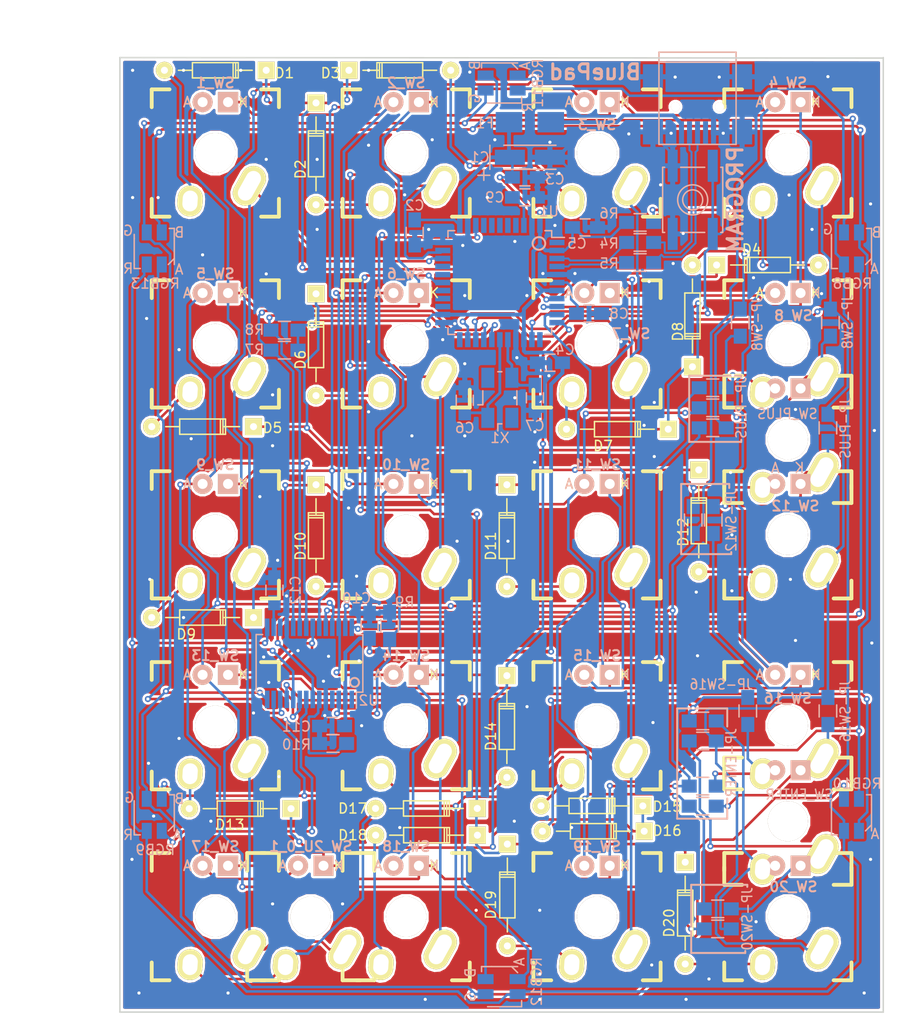
<source format=kicad_pcb>
(kicad_pcb (version 4) (host pcbnew 4.0.2-stable)
  (layers (0 F.Cu signal) (31 B.Cu signal) (34 B.Paste user hide) (35 F.Paste user hide) (36 B.SilkS user) (37 F.SilkS user) (38 B.Mask user hide) (39 F.Mask user hide) (44 Edge.Cuts user))
  (net 0 "")
  (net 1 NET_SW8_1)
  (net 2 NET_SW8_2)
  (net 3 NET_SW16_1)
  (net 4 NET_SW16_2)
  (net 5 "Net-(D1-Pad2)")
  (net 6 R1)
  (net 7 "Net-(D2-Pad2)")
  (net 8 "Net-(D3-Pad2)")
  (net 9 "Net-(D4-Pad2)")
  (net 10 "Net-(D5-Pad2)")
  (net 11 R2)
  (net 12 "Net-(D6-Pad2)")
  (net 13 "Net-(D7-Pad2)")
  (net 14 "Net-(D9-Pad2)")
  (net 15 R3)
  (net 16 "Net-(D10-Pad2)")
  (net 17 "Net-(D11-Pad2)")
  (net 18 "Net-(D12-Pad2)")
  (net 19 "Net-(D13-Pad2)")
  (net 20 R4)
  (net 21 "Net-(D14-Pad2)")
  (net 22 "Net-(D15-Pad2)")
  (net 23 "Net-(D17-Pad2)")
  (net 24 R5)
  (net 25 "Net-(D18-Pad2)")
  (net 26 "Net-(D19-Pad2)")
  (net 27 "Net-(D20-Pad2)")
  (net 28 NET_ENTER_SW2)
  (net 29 NET_PLUS_SW2)
  (net 30 C4)
  (net 31 NET_PLUS_SW1)
  (net 32 NET_ENTER_SW1)
  (net 33 C1)
  (net 34 C2)
  (net 35 C3)
  (net 36 CA2)
  (net 37 CA4)
  (net 38 CA3)
  (net 39 CA5)
  (net 40 CA6)
  (net 41 CA1)
  (net 42 CA7)
  (net 43 CA8)
  (net 44 GND)
  (net 45 +5V)
  (net 46 "Net-(C6-Pad1)")
  (net 47 "Net-(C7-Pad1)")
  (net 48 "Net-(C8-Pad1)")
  (net 49 "Net-(C9-Pad1)")
  (net 50 "Net-(C12-Pad1)")
  (net 51 "Net-(F1-Pad1)")
  (net 52 USB-)
  (net 53 USB+)
  (net 54 RST)
  (net 55 D-)
  (net 56 D+)
  (net 57 LED_SDA)
  (net 58 LED_SCL)
  (net 59 LED_NSRT)
  (net 60 "Net-(R10-Pad1)")
  (net 61 CB1)
  (net 62 CB9)
  (net 63 CB7)
  (net 64 CB8)
  (net 65 CB2)
  (net 66 CB3)
  (net 67 CB4)
  (net 68 CB5)
  (net 69 CB6)
  (net 70 "Net-(D8-Pad2)")
  (net 71 "Net-(D16-Pad2)")
  (module Mounting_Holes:MountingHole_2.2mm_M2 (layer F.Cu) (at 91.821 41.021)
    (fp_text reference REF** hide)
    (fp_text value MountingHole_2.2mm_M2)
    (pad 1 thru_hole circle (at 0 0) (size 0.3048 0.3048) (drill 0.3048) (layers *.Cu *.Mask F.SilkS) (net 44 GND))
  )
  (module Mounting_Holes:MountingHole_2.2mm_M2 (layer F.Cu) (at 95.377 32.766)
    (fp_text reference REF** hide)
    (fp_text value MountingHole_2.2mm_M2)
    (pad 1 thru_hole circle (at 0 0) (size 0.3048 0.3048) (drill 0.3048) (layers *.Cu *.Mask F.SilkS) (net 44 GND))
  )
  (module Mounting_Holes:MountingHole_2.2mm_M2 (layer F.Cu) (at 97.663 36.195)
    (fp_text reference REF** hide)
    (fp_text value MountingHole_2.2mm_M2)
    (pad 1 thru_hole circle (at 0 0) (size 0.3048 0.3048) (drill 0.3048) (layers *.Cu *.Mask F.SilkS) (net 44 GND))
  )
  (module Mounting_Holes:MountingHole_2.2mm_M2 (layer F.Cu) (at 43.815 57.785)
    (fp_text reference REF** hide)
    (fp_text value MountingHole_2.2mm_M2)
    (pad 1 thru_hole circle (at 0 0) (size 0.3048 0.3048) (drill 0.3048) (layers *.Cu *.Mask F.SilkS) (net 44 GND))
  )
  (module Mounting_Holes:MountingHole_2.2mm_M2 (layer F.Cu) (at 81.915 58.8645)
    (fp_text reference REF** hide)
    (fp_text value MountingHole_2.2mm_M2)
    (pad 1 thru_hole circle (at 0 0) (size 0.3048 0.3048) (drill 0.3048) (layers *.Cu *.Mask F.SilkS) (net 44 GND))
  )
  (module Mounting_Holes:MountingHole_2.2mm_M2 (layer F.Cu) (at 69.977 59.436)
    (fp_text reference REF** hide)
    (fp_text value MountingHole_2.2mm_M2)
    (pad 1 thru_hole circle (at 0 0) (size 0.3048 0.3048) (drill 0.3048) (layers *.Cu *.Mask F.SilkS) (net 44 GND))
  )
  (module Mounting_Holes:MountingHole_2.2mm_M2 (layer F.Cu) (at 63 60.325)
    (fp_text reference REF** hide)
    (fp_text value MountingHole_2.2mm_M2)
    (pad 1 thru_hole circle (at 0 0) (size 0.3048 0.3048) (drill 0.3048) (layers *.Cu *.Mask F.SilkS) (net 44 GND))
  )
  (module Mounting_Holes:MountingHole_2.2mm_M2 (layer F.Cu) (at 31.9405 94.742)
    (fp_text reference REF** hide)
    (fp_text value MountingHole_2.2mm_M2)
    (pad 1 thru_hole circle (at 0 0) (size 0.3048 0.3048) (drill 0.3048) (layers *.Cu *.Mask F.SilkS) (net 44 GND))
  )
  (module Mounting_Holes:MountingHole_2.2mm_M2 (layer F.Cu) (at 57.7215 56.8)
    (fp_text reference REF** hide)
    (fp_text value MountingHole_2.2mm_M2)
    (pad 1 thru_hole circle (at 0 0) (size 0.3048 0.3048) (drill 0.3048) (layers *.Cu *.Mask F.SilkS) (net 44 GND))
  )
  (module Mounting_Holes:MountingHole_2.2mm_M2 (layer F.Cu) (at 34.4805 48.1965)
    (fp_text reference REF** hide)
    (fp_text value MountingHole_2.2mm_M2)
    (pad 1 thru_hole circle (at 0 0) (size 0.3048 0.3048) (drill 0.3048) (layers *.Cu *.Mask F.SilkS) (net 44 GND))
  )
  (module Mounting_Holes:MountingHole_2.2mm_M2 (layer F.Cu) (at 35.687 57.0865)
    (fp_text reference REF** hide)
    (fp_text value MountingHole_2.2mm_M2)
    (pad 1 thru_hole circle (at 0 0) (size 0.3048 0.3048) (drill 0.3048) (layers *.Cu *.Mask F.SilkS) (net 44 GND))
  )
  (module Mounting_Holes:MountingHole_2.2mm_M2 (layer F.Cu) (at 31.242 45.085)
    (fp_text reference REF** hide)
    (fp_text value MountingHole_2.2mm_M2)
    (pad 1 thru_hole circle (at 0 0) (size 0.3048 0.3048) (drill 0.3048) (layers *.Cu *.Mask F.SilkS) (net 44 GND))
  )
  (module Mounting_Holes:MountingHole_2.2mm_M2 (layer F.Cu) (at 31.4325 89.4715)
    (fp_text reference REF** hide)
    (fp_text value MountingHole_2.2mm_M2)
    (pad 1 thru_hole circle (at 0 0) (size 0.3048 0.3048) (drill 0.3048) (layers *.Cu *.Mask F.SilkS) (net 44 GND))
  )
  (module Cherry:SMP4-RGB (layer B.Cu) (at 32.004 94.615)
    (fp_text reference RGB9 (at 0.1 3.5) (layer B.SilkS) (effects (justify mirror)))
    (fp_text value Led_RGB_CA)
    (fp_text user R (at -2.6 2) (layer B.SilkS) (effects (justify mirror)))
    (fp_text user B (at 2.5 -1.6) (layer B.SilkS) (effects (justify mirror)))
    (fp_text user G (at -2.4765 -1.7145) (layer B.SilkS) (effects (justify mirror)))
    (fp_text user A (at 2.286 2.032) (layer B.SilkS) (effects (justify mirror)))
    (pad 1 smd rect (at 0.75 1.6 270) (size 1.6 1) (layers B.Cu B.Paste B.Mask) (net 65 CB2))
    (pad 2 smd rect (at -0.75 1.6 270) (size 1.6 1) (layers B.Cu B.Paste B.Mask) (net 62 CB9))
    (pad 4 smd rect (at 0.75 -1.6 270) (size 1.6 1) (layers B.Cu B.Paste B.Mask) (net 63 CB7))
    (pad 3 smd rect (at -0.75 -1.6 270) (size 1.6 1) (layers B.Cu B.Paste B.Mask) (net 64 CB8))
  )
  (module Mounting_Holes:MountingHole_2.2mm_M2 (layer F.Cu) (at 81.788 85.4075)
    (fp_text reference REF** hide)
    (fp_text value MountingHole_2.2mm_M2)
    (pad 1 thru_hole circle (at 0 0) (size 0.3048 0.3048) (drill 0.3048) (layers *.Cu *.Mask F.SilkS) (net 44 GND))
  )
  (module Mounting_Holes:MountingHole_2.2mm_M2 (layer F.Cu) (at 92.075 105.283)
    (fp_text reference REF** hide)
    (fp_text value MountingHole_2.2mm_M2)
    (pad 1 thru_hole circle (at 0 0) (size 0.3048 0.3048) (drill 0.3048) (layers *.Cu *.Mask F.SilkS) (net 44 GND))
  )
  (module Mounting_Holes:MountingHole_2.2mm_M2 (layer F.Cu) (at 87.376 110.998)
    (fp_text reference REF** hide)
    (fp_text value MountingHole_2.2mm_M2)
    (pad 1 thru_hole circle (at 0 0) (size 0.3048 0.3048) (drill 0.3048) (layers *.Cu *.Mask F.SilkS) (net 44 GND))
  )
  (module Mounting_Holes:MountingHole_2.2mm_M2 (layer F.Cu) (at 81.661 109.601)
    (fp_text reference REF** hide)
    (fp_text value MountingHole_2.2mm_M2)
    (pad 1 thru_hole circle (at 0 0) (size 0.3048 0.3048) (drill 0.3048) (layers *.Cu *.Mask F.SilkS) (net 44 GND))
  )
  (module Mounting_Holes:MountingHole_2.2mm_M2 (layer F.Cu) (at 98.6155 42.6085)
    (fp_text reference REF** hide)
    (fp_text value MountingHole_2.2mm_M2)
    (pad 1 thru_hole circle (at 0 0) (size 0.3048 0.3048) (drill 0.3048) (layers *.Cu *.Mask F.SilkS) (net 44 GND))
  )
  (module Mounting_Holes:MountingHole_2.2mm_M2 (layer F.Cu) (at 92.202 46.2915)
    (fp_text reference REF** hide)
    (fp_text value MountingHole_2.2mm_M2)
    (pad 1 thru_hole circle (at 0 0) (size 0.3048 0.3048) (drill 0.3048) (layers *.Cu *.Mask F.SilkS) (net 44 GND))
  )
  (module Mounting_Holes:MountingHole_2.2mm_M2 (layer F.Cu) (at 96.012 54.1655)
    (fp_text reference REF** hide)
    (fp_text value MountingHole_2.2mm_M2)
    (pad 1 thru_hole circle (at 0 0) (size 0.3048 0.3048) (drill 0.3048) (layers *.Cu *.Mask F.SilkS) (net 44 GND))
  )
  (module Mounting_Holes:MountingHole_2.2mm_M2 (layer F.Cu) (at 89.535 60.452)
    (fp_text reference REF** hide)
    (fp_text value MountingHole_2.2mm_M2)
    (pad 1 thru_hole circle (at 0 0) (size 0.3048 0.3048) (drill 0.3048) (layers *.Cu *.Mask F.SilkS) (net 44 GND))
  )
  (module Mounting_Holes:MountingHole_2.2mm_M2 (layer F.Cu) (at 89.662 66.675)
    (fp_text reference REF** hide)
    (fp_text value MountingHole_2.2mm_M2)
    (pad 1 thru_hole circle (at 0 0) (size 0.3048 0.3048) (drill 0.3048) (layers *.Cu *.Mask F.SilkS) (net 44 GND))
  )
  (module Mounting_Holes:MountingHole_2.2mm_M2 (layer F.Cu) (at 89.662 72.263)
    (fp_text reference REF** hide)
    (fp_text value MountingHole_2.2mm_M2)
    (pad 1 thru_hole circle (at 0 0) (size 0.3048 0.3048) (drill 0.3048) (layers *.Cu *.Mask F.SilkS) (net 44 GND))
  )
  (module Mounting_Holes:MountingHole_2.2mm_M2 (layer F.Cu) (at 86.106 72.39)
    (fp_text reference REF** hide)
    (fp_text value MountingHole_2.2mm_M2)
    (pad 1 thru_hole circle (at 0 0) (size 0.3048 0.3048) (drill 0.3048) (layers *.Cu *.Mask F.SilkS) (net 44 GND))
  )
  (module Mounting_Holes:MountingHole_2.2mm_M2 (layer F.Cu) (at 95.504 71.12)
    (fp_text reference REF** hide)
    (fp_text value MountingHole_2.2mm_M2)
    (pad 1 thru_hole circle (at 0 0) (size 0.3048 0.3048) (drill 0.3048) (layers *.Cu *.Mask F.SilkS) (net 44 GND))
  )
  (module Mounting_Holes:MountingHole_2.2mm_M2 (layer F.Cu) (at 96.012 77.216)
    (fp_text reference REF** hide)
    (fp_text value MountingHole_2.2mm_M2)
    (pad 1 thru_hole circle (at 0 0) (size 0.3048 0.3048) (drill 0.3048) (layers *.Cu *.Mask F.SilkS) (net 44 GND))
  )
  (module Mounting_Holes:MountingHole_2.2mm_M2 (layer F.Cu) (at 86.233 78.74)
    (fp_text reference REF** hide)
    (fp_text value MountingHole_2.2mm_M2)
    (pad 1 thru_hole circle (at 0 0) (size 0.3048 0.3048) (drill 0.3048) (layers *.Cu *.Mask F.SilkS) (net 44 GND))
  )
  (module Mounting_Holes:MountingHole_2.2mm_M2 (layer F.Cu) (at 54.483 75.438)
    (fp_text reference REF** hide)
    (fp_text value MountingHole_2.2mm_M2)
    (pad 1 thru_hole circle (at 0 0) (size 0.3048 0.3048) (drill 0.3048) (layers *.Cu *.Mask F.SilkS) (net 44 GND))
  )
  (module Mounting_Holes:MountingHole_2.2mm_M2 (layer F.Cu) (at 52.451 79.248)
    (fp_text reference REF** hide)
    (fp_text value MountingHole_2.2mm_M2)
    (pad 1 thru_hole circle (at 0 0) (size 0.3048 0.3048) (drill 0.3048) (layers *.Cu *.Mask F.SilkS) (net 44 GND))
  )
  (module Mounting_Holes:MountingHole_2.2mm_M2 (layer F.Cu) (at 45.212 72.771)
    (fp_text reference REF** hide)
    (fp_text value MountingHole_2.2mm_M2)
    (pad 1 thru_hole circle (at 0 0) (size 0.3048 0.3048) (drill 0.3048) (layers *.Cu *.Mask F.SilkS) (net 44 GND))
  )
  (module Mounting_Holes:MountingHole_2.2mm_M2 (layer F.Cu) (at 44.323 69.215)
    (fp_text reference REF** hide)
    (fp_text value MountingHole_2.2mm_M2)
    (pad 1 thru_hole circle (at 0 0) (size 0.3048 0.3048) (drill 0.3048) (layers *.Cu *.Mask F.SilkS) (net 44 GND))
  )
  (module Mounting_Holes:MountingHole_2.2mm_M2 (layer F.Cu) (at 49.022 84.709)
    (fp_text reference REF** hide)
    (fp_text value MountingHole_2.2mm_M2)
    (pad 1 thru_hole circle (at 0 0) (size 0.3048 0.3048) (drill 0.3048) (layers *.Cu *.Mask F.SilkS) (net 44 GND))
  )
  (module Mounting_Holes:MountingHole_2.2mm_M2 (layer F.Cu) (at 46.355 78.232)
    (fp_text reference REF** hide)
    (fp_text value MountingHole_2.2mm_M2)
    (pad 1 thru_hole circle (at 0 0) (size 0.3048 0.3048) (drill 0.3048) (layers *.Cu *.Mask F.SilkS) (net 44 GND))
  )
  (module Mounting_Holes:MountingHole_2.2mm_M2 (layer F.Cu) (at 43.434 81.407)
    (fp_text reference REF** hide)
    (fp_text value MountingHole_2.2mm_M2)
    (pad 1 thru_hole circle (at 0 0) (size 0.3048 0.3048) (drill 0.3048) (layers *.Cu *.Mask F.SilkS) (net 44 GND))
  )
  (module Mounting_Holes:MountingHole_2.2mm_M2 (layer F.Cu) (at 103.632 77.47)
    (fp_text reference REF** hide)
    (fp_text value MountingHole_2.2mm_M2)
    (pad 1 thru_hole circle (at 0 0) (size 0.3048 0.3048) (drill 0.3048) (layers *.Cu *.Mask F.SilkS) (net 44 GND))
  )
  (module Mounting_Holes:MountingHole_2.2mm_M2 (layer F.Cu) (at 103.886 56.261)
    (fp_text reference REF** hide)
    (fp_text value MountingHole_2.2mm_M2)
    (pad 1 thru_hole circle (at 0 0) (size 0.3048 0.3048) (drill 0.3048) (layers *.Cu *.Mask F.SilkS) (net 44 GND))
  )
  (module Mounting_Holes:MountingHole_2.2mm_M2 (layer F.Cu) (at 80.899 55.753)
    (fp_text reference REF** hide)
    (fp_text value MountingHole_2.2mm_M2)
    (pad 1 thru_hole circle (at 0 0) (size 0.3048 0.3048) (drill 0.3048) (layers *.Cu *.Mask F.SilkS) (net 44 GND))
  )
  (module Mounting_Holes:MountingHole_2.2mm_M2 (layer F.Cu) (at 81.915 53.467)
    (fp_text reference REF** hide)
    (fp_text value MountingHole_2.2mm_M2)
    (pad 1 thru_hole circle (at 0 0) (size 0.3048 0.3048) (drill 0.3048) (layers *.Cu *.Mask F.SilkS) (net 44 GND))
  )
  (module Mounting_Holes:MountingHole_2.2mm_M2 (layer F.Cu) (at 63.5 20.5)
    (fp_text reference REF** hide)
    (fp_text value MountingHole_2.2mm_M2)
    (pad 1 thru_hole circle (at 0 0) (size 0.3048 0.3048) (drill 0.3048) (layers *.Cu *.Mask F.SilkS) (net 44 GND))
  )
  (module Mounting_Holes:MountingHole_2.2mm_M2 (layer F.Cu) (at 71.5 27.5)
    (fp_text reference REF** hide)
    (fp_text value MountingHole_2.2mm_M2)
    (pad 1 thru_hole circle (at 0 0) (size 0.3048 0.3048) (drill 0.3048) (layers *.Cu *.Mask F.SilkS) (net 44 GND))
  )
  (module Mounting_Holes:MountingHole_2.2mm_M2 (layer F.Cu) (at 65.25 33)
    (fp_text reference REF** hide)
    (fp_text value MountingHole_2.2mm_M2)
    (pad 1 thru_hole circle (at 0 0) (size 0.3048 0.3048) (drill 0.3048) (layers *.Cu *.Mask F.SilkS) (net 44 GND))
  )
  (module Mounting_Holes:MountingHole_2.2mm_M2 (layer F.Cu) (at 66 27.25)
    (fp_text reference REF** hide)
    (fp_text value MountingHole_2.2mm_M2)
    (pad 1 thru_hole circle (at 0 0) (size 0.3048 0.3048) (drill 0.3048) (layers *.Cu *.Mask F.SilkS) (net 44 GND))
  )
  (module Mounting_Holes:MountingHole_2.2mm_M2 (layer F.Cu) (at 57 32.75)
    (fp_text reference REF** hide)
    (fp_text value MountingHole_2.2mm_M2)
    (pad 1 thru_hole circle (at 0 0) (size 0.3048 0.3048) (drill 0.3048) (layers *.Cu *.Mask F.SilkS) (net 44 GND))
  )
  (module Mounting_Holes:MountingHole_2.2mm_M2 (layer F.Cu) (at 59.75 27.25)
    (fp_text reference REF** hide)
    (fp_text value MountingHole_2.2mm_M2)
    (pad 1 thru_hole circle (at 0 0) (size 0.3048 0.3048) (drill 0.3048) (layers *.Cu *.Mask F.SilkS) (net 44 GND))
  )
  (module Mounting_Holes:MountingHole_2.2mm_M2 (layer F.Cu) (at 82.55 31.75)
    (fp_text reference REF** hide)
    (fp_text value MountingHole_2.2mm_M2)
    (pad 1 thru_hole circle (at 0 0) (size 0.3048 0.3048) (drill 0.3048) (layers *.Cu *.Mask F.SilkS) (net 44 GND))
  )
  (module Mounting_Holes:MountingHole_2.2mm_M2 (layer F.Cu) (at 79.375 26.67)
    (fp_text reference REF** hide)
    (fp_text value MountingHole_2.2mm_M2)
    (pad 1 thru_hole circle (at 0 0) (size 0.3048 0.3048) (drill 0.3048) (layers *.Cu *.Mask F.SilkS) (net 44 GND))
  )
  (module Mounting_Holes:MountingHole_2.2mm_M2 (layer F.Cu) (at 53.4 20.32)
    (fp_text reference REF** hide)
    (fp_text value MountingHole_2.2mm_M2)
    (pad 1 thru_hole circle (at 0 0) (size 0.3048 0.3048) (drill 0.3048) (layers *.Cu *.Mask F.SilkS) (net 44 GND))
  )
  (module Mounting_Holes:MountingHole_2.2mm_M2 (layer F.Cu) (at 99.25 20.955)
    (fp_text reference REF** hide)
    (fp_text value MountingHole_2.2mm_M2)
    (pad 1 thru_hole circle (at 0 0) (size 0.3048 0.3048) (drill 0.3048) (layers *.Cu *.Mask F.SilkS) (net 44 GND))
  )
  (module Mounting_Holes:MountingHole_2.2mm_M2 (layer F.Cu) (at 103.505 33.655)
    (fp_text reference REF** hide)
    (fp_text value MountingHole_2.2mm_M2)
    (pad 1 thru_hole circle (at 0 0) (size 0.3048 0.3048) (drill 0.3048) (layers *.Cu *.Mask F.SilkS) (net 44 GND))
  )
  (module Mounting_Holes:MountingHole_2.2mm_M2 (layer F.Cu) (at 103.505 99.06)
    (fp_text reference REF** hide)
    (fp_text value MountingHole_2.2mm_M2)
    (pad 1 thru_hole circle (at 0 0) (size 0.3048 0.3048) (drill 0.3048) (layers *.Cu *.Mask F.SilkS) (net 44 GND))
  )
  (module Mounting_Holes:MountingHole_2.2mm_M2 (layer F.Cu) (at 102.87 112.395)
    (fp_text reference REF** hide)
    (fp_text value MountingHole_2.2mm_M2)
    (pad 1 thru_hole circle (at 0 0) (size 0.3048 0.3048) (drill 0.3048) (layers *.Cu *.Mask F.SilkS) (net 44 GND))
  )
  (module Mounting_Holes:MountingHole_2.2mm_M2 (layer F.Cu) (at 85.09 113.03)
    (fp_text reference REF** hide)
    (fp_text value MountingHole_2.2mm_M2)
    (pad 1 thru_hole circle (at 0 0) (size 0.3048 0.3048) (drill 0.3048) (layers *.Cu *.Mask F.SilkS) (net 44 GND))
  )
  (module Mounting_Holes:MountingHole_2.2mm_M2 (layer F.Cu) (at 56.515 95.885)
    (fp_text reference REF** hide)
    (fp_text value MountingHole_2.2mm_M2)
    (pad 1 thru_hole circle (at 0 0) (size 0.3048 0.3048) (drill 0.3048) (layers *.Cu *.Mask F.SilkS) (net 44 GND))
  )
  (module Mounting_Holes:MountingHole_2.2mm_M2 (layer F.Cu) (at 50.8 103.505)
    (fp_text reference REF** hide)
    (fp_text value MountingHole_2.2mm_M2)
    (pad 1 thru_hole circle (at 0 0) (size 0.3048 0.3048) (drill 0.3048) (layers *.Cu *.Mask F.SilkS) (net 44 GND))
  )
  (module Mounting_Holes:MountingHole_2.2mm_M2 (layer F.Cu) (at 43.815 103.505)
    (fp_text reference REF** hide)
    (fp_text value MountingHole_2.2mm_M2)
    (pad 1 thru_hole circle (at 0 0) (size 0.3048 0.3048) (drill 0.3048) (layers *.Cu *.Mask F.SilkS) (net 44 GND))
  )
  (module Mounting_Holes:MountingHole_2.2mm_M2 (layer F.Cu) (at 48.895 81.28)
    (fp_text reference REF** hide)
    (fp_text value MountingHole_2.2mm_M2)
    (pad 1 thru_hole circle (at 0 0) (size 0.3048 0.3048) (drill 0.3048) (layers *.Cu *.Mask F.SilkS) (net 44 GND))
  )
  (module Mounting_Holes:MountingHole_2.2mm_M2 (layer F.Cu) (at 52.705 85.725)
    (fp_text reference REF** hide)
    (fp_text value MountingHole_2.2mm_M2)
    (pad 1 thru_hole circle (at 0 0) (size 0.3048 0.3048) (drill 0.3048) (layers *.Cu *.Mask F.SilkS) (net 44 GND))
  )
  (module Mounting_Holes:MountingHole_2.2mm_M2 (layer F.Cu) (at 41.91 84.455)
    (fp_text reference REF** hide)
    (fp_text value MountingHole_2.2mm_M2)
    (pad 1 thru_hole circle (at 0 0) (size 0.3048 0.3048) (drill 0.3048) (layers *.Cu *.Mask F.SilkS) (net 44 GND))
  )
  (module Mounting_Holes:MountingHole_2.2mm_M2 (layer F.Cu) (at 34.925 74.93)
    (fp_text reference REF** hide)
    (fp_text value MountingHole_2.2mm_M2)
    (pad 1 thru_hole circle (at 0 0) (size 0.3048 0.3048) (drill 0.3048) (layers *.Cu *.Mask F.SilkS) (net 44 GND))
  )
  (module Mounting_Holes:MountingHole_2.2mm_M2 (layer F.Cu) (at 34.4805 86.995)
    (fp_text reference REF** hide)
    (fp_text value MountingHole_2.2mm_M2)
    (pad 1 thru_hole circle (at 0 0) (size 0.3048 0.3048) (drill 0.3048) (layers *.Cu *.Mask F.SilkS) (net 44 GND))
  )
  (module Mounting_Holes:MountingHole_2.2mm_M2 (layer F.Cu) (at 37.6555 95.25)
    (fp_text reference REF** hide)
    (fp_text value MountingHole_2.2mm_M2)
    (pad 1 thru_hole circle (at 0 0) (size 0.3048 0.3048) (drill 0.3048) (layers *.Cu *.Mask F.SilkS) (net 44 GND))
  )
  (module Mounting_Holes:MountingHole_2.2mm_M2 (layer F.Cu) (at 44.45 90.805)
    (fp_text reference REF** hide)
    (fp_text value MountingHole_2.2mm_M2)
    (pad 1 thru_hole circle (at 0 0) (size 0.3048 0.3048) (drill 0.3048) (layers *.Cu *.Mask F.SilkS) (net 44 GND))
  )
  (module Mounting_Holes:MountingHole_2.2mm_M2 (layer F.Cu) (at 45.085 85.09)
    (fp_text reference REF** hide)
    (fp_text value MountingHole_2.2mm_M2)
    (pad 1 thru_hole circle (at 0 0) (size 0.3048 0.3048) (drill 0.3048) (layers *.Cu *.Mask F.SilkS) (net 44 GND))
  )
  (module Mounting_Holes:MountingHole_2.2mm_M2 (layer F.Cu) (at 62.23 67.31)
    (fp_text reference REF** hide)
    (fp_text value MountingHole_2.2mm_M2)
    (pad 1 thru_hole circle (at 0 0) (size 0.3048 0.3048) (drill 0.3048) (layers *.Cu *.Mask F.SilkS) (net 44 GND))
  )
  (module Mounting_Holes:MountingHole_2.2mm_M2 (layer F.Cu) (at 67.31 67.31)
    (fp_text reference REF** hide)
    (fp_text value MountingHole_2.2mm_M2)
    (pad 1 thru_hole circle (at 0 0) (size 0.3048 0.3048) (drill 0.3048) (layers *.Cu *.Mask F.SilkS) (net 44 GND))
  )
  (module Mounting_Holes:MountingHole_2.2mm_M2 (layer F.Cu) (at 42.545 62.865)
    (fp_text reference REF** hide)
    (fp_text value MountingHole_2.2mm_M2)
    (pad 1 thru_hole circle (at 0 0) (size 0.3048 0.3048) (drill 0.3048) (layers *.Cu *.Mask F.SilkS) (net 44 GND))
  )
  (module Mounting_Holes:MountingHole_2.2mm_M2 (layer F.Cu) (at 43.815 52.705)
    (fp_text reference REF** hide)
    (fp_text value MountingHole_2.2mm_M2)
    (pad 1 thru_hole circle (at 0 0) (size 0.3048 0.3048) (drill 0.3048) (layers *.Cu *.Mask F.SilkS) (net 44 GND))
  )
  (module Mounting_Holes:MountingHole_2.2mm_M2 (layer F.Cu) (at 31.5595 71.12)
    (fp_text reference REF** hide)
    (fp_text value MountingHole_2.2mm_M2)
    (pad 1 thru_hole circle (at 0 0) (size 0.3048 0.3048) (drill 0.3048) (layers *.Cu *.Mask F.SilkS) (net 44 GND))
  )
  (module Mounting_Holes:MountingHole_2.2mm_M2 (layer F.Cu) (at 36.83 38.735)
    (fp_text reference REF** hide)
    (fp_text value MountingHole_2.2mm_M2)
    (pad 1 thru_hole circle (at 0 0) (size 0.3048 0.3048) (drill 0.3048) (layers *.Cu *.Mask F.SilkS) (net 44 GND))
  )
  (module Mounting_Holes:MountingHole_2.2mm_M2 (layer F.Cu) (at 48.26 36.195)
    (fp_text reference REF** hide)
    (fp_text value MountingHole_2.2mm_M2)
    (pad 1 thru_hole circle (at 0 0) (size 0.3048 0.3048) (drill 0.3048) (layers *.Cu *.Mask F.SilkS) (net 44 GND))
  )
  (module Mounting_Holes:MountingHole_2.2mm_M2 (layer F.Cu) (at 43.18 40.64)
    (fp_text reference REF** hide)
    (fp_text value MountingHole_2.2mm_M2)
    (pad 1 thru_hole circle (at 0 0) (size 0.3048 0.3048) (drill 0.3048) (layers *.Cu *.Mask F.SilkS) (net 44 GND))
  )
  (module Mounting_Holes:MountingHole_2.2mm_M2 (layer F.Cu) (at 48.26 29.21)
    (fp_text reference REF** hide)
    (fp_text value MountingHole_2.2mm_M2)
    (pad 1 thru_hole circle (at 0 0) (size 0.3048 0.3048) (drill 0.3048) (layers *.Cu *.Mask F.SilkS) (net 44 GND))
  )
  (module Mounting_Holes:MountingHole_2.2mm_M2 (layer F.Cu) (at 43.18 29.21)
    (fp_text reference REF** hide)
    (fp_text value MountingHole_2.2mm_M2)
    (pad 1 thru_hole circle (at 0 0) (size 0.3048 0.3048) (drill 0.3048) (layers *.Cu *.Mask F.SilkS) (net 44 GND))
  )
  (module Mounting_Holes:MountingHole_2.2mm_M2 (layer F.Cu) (at 40.64 20.32)
    (fp_text reference REF** hide)
    (fp_text value MountingHole_2.2mm_M2)
    (pad 1 thru_hole circle (at 0 0) (size 0.3048 0.3048) (drill 0.3048) (layers *.Cu *.Mask F.SilkS) (net 44 GND))
  )
  (module Mounting_Holes:MountingHole_2.2mm_M2 (layer F.Cu) (at 34.925 20.32)
    (fp_text reference REF** hide)
    (fp_text value MountingHole_2.2mm_M2)
    (pad 1 thru_hole circle (at 0 0) (size 0.3048 0.3048) (drill 0.3048) (layers *.Cu *.Mask F.SilkS) (net 44 GND))
  )
  (module Mounting_Holes:MountingHole_2.2mm_M2 (layer F.Cu) (at 32.385 33.02)
    (fp_text reference REF** hide)
    (fp_text value MountingHole_2.2mm_M2)
    (pad 1 thru_hole circle (at 0 0) (size 0.3048 0.3048) (drill 0.3048) (layers *.Cu *.Mask F.SilkS) (net 44 GND))
  )
  (module Mounting_Holes:MountingHole_2.2mm_M2 (layer F.Cu) (at 29.845 33.02)
    (fp_text reference REF** hide)
    (fp_text value MountingHole_2.2mm_M2)
    (pad 1 thru_hole circle (at 0 0) (size 0.3048 0.3048) (drill 0.3048) (layers *.Cu *.Mask F.SilkS) (net 44 GND))
  )
  (module Mounting_Holes:MountingHole_2.2mm_M2 (layer F.Cu) (at 29.845 20.32)
    (fp_text reference REF** hide)
    (fp_text value MountingHole_2.2mm_M2)
    (pad 1 thru_hole circle (at 0 0) (size 0.3048 0.3048) (drill 0.3048) (layers *.Cu *.Mask F.SilkS) (net 44 GND))
  )
  (module Mounting_Holes:MountingHole_2.2mm_M2 (layer F.Cu) (at 73.66 95.885)
    (fp_text reference REF** hide)
    (fp_text value MountingHole_2.2mm_M2)
    (pad 1 thru_hole circle (at 0 0) (size 0.3048 0.3048) (drill 0.3048) (layers *.Cu *.Mask F.SilkS) (net 44 GND))
  )
  (module Mounting_Holes:MountingHole_2.2mm_M2 (layer F.Cu) (at 67.945 95.25)
    (fp_text reference REF** hide)
    (fp_text value MountingHole_2.2mm_M2)
    (pad 1 thru_hole circle (at 0 0) (size 0.3048 0.3048) (drill 0.3048) (layers *.Cu *.Mask F.SilkS) (net 44 GND))
  )
  (module Mounting_Holes:MountingHole_2.2mm_M2 (layer F.Cu) (at 69.215 83.82)
    (fp_text reference REF** hide)
    (fp_text value MountingHole_2.2mm_M2)
    (pad 1 thru_hole circle (at 0 0) (size 0.3048 0.3048) (drill 0.3048) (layers *.Cu *.Mask F.SilkS) (net 44 GND))
  )
  (module Mounting_Holes:MountingHole_2.2mm_M2 (layer F.Cu) (at 70.485 104.14)
    (fp_text reference REF** hide)
    (fp_text value MountingHole_2.2mm_M2)
    (pad 1 thru_hole circle (at 0 0) (size 0.3048 0.3048) (drill 0.3048) (layers *.Cu *.Mask F.SilkS) (net 44 GND))
  )
  (module Mounting_Holes:MountingHole_2.2mm_M2 (layer F.Cu) (at 64.135 104.14)
    (fp_text reference REF** hide)
    (fp_text value MountingHole_2.2mm_M2)
    (pad 1 thru_hole circle (at 0 0) (size 0.3048 0.3048) (drill 0.3048) (layers *.Cu *.Mask F.SilkS) (net 44 GND))
  )
  (module Mounting_Holes:MountingHole_2.2mm_M2 (layer F.Cu) (at 70.485 110.49)
    (fp_text reference REF** hide)
    (fp_text value MountingHole_2.2mm_M2)
    (pad 1 thru_hole circle (at 0 0) (size 0.3048 0.3048) (drill 0.3048) (layers *.Cu *.Mask F.SilkS) (net 44 GND))
  )
  (module Mounting_Holes:MountingHole_2.2mm_M2 (layer F.Cu) (at 70.485 113.03)
    (fp_text reference REF** hide)
    (fp_text value MountingHole_2.2mm_M2)
    (pad 1 thru_hole circle (at 0 0) (size 0.3048 0.3048) (drill 0.3048) (layers *.Cu *.Mask F.SilkS) (net 44 GND))
  )
  (module Mounting_Holes:MountingHole_2.2mm_M2 (layer F.Cu) (at 59.055 113.03)
    (fp_text reference REF** hide)
    (fp_text value MountingHole_2.2mm_M2)
    (pad 1 thru_hole circle (at 0 0) (size 0.3048 0.3048) (drill 0.3048) (layers *.Cu *.Mask F.SilkS) (net 44 GND))
  )
  (module Mounting_Holes:MountingHole_2.2mm_M2 (layer F.Cu) (at 39.37 112.395)
    (fp_text reference REF** hide)
    (fp_text value MountingHole_2.2mm_M2)
    (pad 1 thru_hole circle (at 0 0) (size 0.3048 0.3048) (drill 0.3048) (layers *.Cu *.Mask F.SilkS) (net 44 GND))
  )
  (module Mounting_Holes:MountingHole_2.2mm_M2 (layer F.Cu) (at 29.7815 99.06)
    (fp_text reference REF** hide)
    (fp_text value MountingHole_2.2mm_M2)
    (pad 1 thru_hole circle (at 0 0) (size 0.3048 0.3048) (drill 0.3048) (layers *.Cu *.Mask F.SilkS) (net 44 GND))
  )
  (module Mounting_Holes:MountingHole_2.2mm_M2 (layer F.Cu) (at 30.48 112.395)
    (fp_text reference REF** hide)
    (fp_text value MountingHole_2.2mm_M2)
    (pad 1 thru_hole circle (at 0 0) (size 0.3048 0.3048) (drill 0.3048) (layers *.Cu *.Mask F.SilkS) (net 44 GND))
  )
  (module Mounting_Holes:MountingHole_2.2mm_M2 (layer F.Cu) (at 88.8 26.6)
    (fp_text reference REF** hide)
    (fp_text value MountingHole_2.2mm_M2)
    (pad 1 thru_hole circle (at 0 0) (size 0.3048 0.3048) (drill 0.3048) (layers *.Cu *.Mask F.SilkS) (net 44 GND))
  )
  (module Mounting_Holes:MountingHole_2.2mm_M2 (layer F.Cu) (at 83.6 26.6)
    (fp_text reference REF** hide)
    (fp_text value MountingHole_2.2mm_M2)
    (pad 1 thru_hole circle (at 0 0) (size 0.3048 0.3048) (drill 0.3048) (layers *.Cu *.Mask F.SilkS) (net 44 GND))
  )
  (module Mounting_Holes:MountingHole_2.2mm_M2 (layer F.Cu) (at 88.4 21)
    (fp_text reference REF** hide)
    (fp_text value MountingHole_2.2mm_M2)
    (pad 1 thru_hole circle (at 0 0) (size 0.3048 0.3048) (drill 0.3048) (layers *.Cu *.Mask F.SilkS) (net 44 GND))
  )
  (module Mounting_Holes:MountingHole_2.2mm_M2 (layer F.Cu) (at 84 21)
    (fp_text reference REF** hide)
    (fp_text value MountingHole_2.2mm_M2)
    (pad 1 thru_hole circle (at 0 0) (size 0.3048 0.3048) (drill 0.3048) (layers *.Cu *.Mask F.SilkS) (net 44 GND))
  )
  (module Mounting_Holes:MountingHole_2.2mm_M2 (layer F.Cu) (at 53.4 47.4)
    (fp_text reference REF** hide)
    (fp_text value MountingHole_2.2mm_M2)
    (pad 1 thru_hole circle (at 0 0) (size 0.3048 0.3048) (drill 0.3048) (layers *.Cu *.Mask F.SilkS) (net 44 GND))
  )
  (module Mounting_Holes:MountingHole_2.2mm_M2 (layer F.Cu) (at 53.4 27.8)
    (fp_text reference REF** hide)
    (fp_text value MountingHole_2.2mm_M2)
    (pad 1 thru_hole circle (at 0 0) (size 0.3048 0.3048) (drill 0.3048) (layers *.Cu *.Mask F.SilkS) (net 44 GND))
  )
  (module Mounting_Holes:MountingHole_2.2mm_M2 (layer F.Cu) (at 62 45.6)
    (fp_text reference REF** hide)
    (fp_text value MountingHole_2.2mm_M2)
    (pad 1 thru_hole circle (at 0 0) (size 0.3048 0.3048) (drill 0.3048) (layers *.Cu *.Mask F.SilkS) (net 44 GND))
  )
  (module Mounting_Holes:MountingHole_2.2mm_M2 (layer F.Cu) (at 70.8 40.6)
    (fp_text reference REF** hide)
    (fp_text value MountingHole_2.2mm_M2)
    (pad 1 thru_hole circle (at 0 0) (size 0.3048 0.3048) (drill 0.3048) (layers *.Cu *.Mask F.SilkS) (net 44 GND))
  )
  (module Mounting_Holes:MountingHole_2.2mm_M2 (layer F.Cu) (at 84.8 36.6)
    (fp_text reference REF** hide)
    (fp_text value MountingHole_2.2mm_M2)
    (pad 1 thru_hole circle (at 0 0) (size 0.3048 0.3048) (drill 0.3048) (layers *.Cu *.Mask F.SilkS) (net 44 GND))
  )
  (module Mounting_Holes:MountingHole_2.2mm_M2 (layer F.Cu) (at 83.8 39.6)
    (fp_text reference REF** hide)
    (fp_text value MountingHole_2.2mm_M2)
    (pad 1 thru_hole circle (at 0 0) (size 0.3048 0.3048) (drill 0.3048) (layers *.Cu *.Mask F.SilkS) (net 44 GND))
  )
  (module Mounting_Holes:MountingHole_2.2mm_M2 (layer F.Cu) (at 81.4 41.4)
    (fp_text reference REF** hide)
    (fp_text value MountingHole_2.2mm_M2)
    (pad 1 thru_hole circle (at 0 0) (size 0.3048 0.3048) (drill 0.3048) (layers *.Cu *.Mask F.SilkS) (net 44 GND))
  )
  (module Mounting_Holes:MountingHole_2.2mm_M2 (layer F.Cu) (at 72.4 30.6)
    (fp_text reference REF** hide)
    (fp_text value MountingHole_2.2mm_M2)
    (pad 1 thru_hole circle (at 0 0) (size 0.3048 0.3048) (drill 0.3048) (layers *.Cu *.Mask F.SilkS) (net 44 GND))
  )
  (module Mounting_Holes:MountingHole_2.2mm_M2 (layer F.Cu) (at 72 35.8)
    (fp_text reference REF** hide)
    (fp_text value MountingHole_2.2mm_M2)
    (pad 1 thru_hole circle (at 0 0) (size 0.3048 0.3048) (drill 0.3048) (layers *.Cu *.Mask F.SilkS) (net 44 GND))
  )
  (module Mounting_Holes:MountingHole_2.2mm_M2 (layer F.Cu) (at 60.8 47.2)
    (fp_text reference REF** hide)
    (fp_text value MountingHole_2.2mm_M2)
    (pad 1 thru_hole circle (at 0 0) (size 0.3048 0.3048) (drill 0.3048) (layers *.Cu *.Mask F.SilkS) (net 44 GND))
  )
  (module Mounting_Holes:MountingHole_2.2mm_M2 (layer F.Cu) (at 70 56.4)
    (fp_text reference REF** hide)
    (fp_text value MountingHole_2.2mm_M2)
    (pad 1 thru_hole circle (at 0 0) (size 0.3048 0.3048) (drill 0.3048) (layers *.Cu *.Mask F.SilkS) (net 44 GND))
  )
  (module Mounting_Holes:MountingHole_2.2mm_M2 (layer F.Cu) (at 68 53)
    (fp_text reference REF** hide)
    (fp_text value MountingHole_2.2mm_M2)
    (pad 1 thru_hole circle (at 0 0) (size 0.3048 0.3048) (drill 0.3048) (layers *.Cu *.Mask F.SilkS) (net 44 GND))
  )
  (module Mounting_Holes:MountingHole_2.2mm_M2 (layer F.Cu) (at 68.2 49)
    (fp_text reference REF** hide)
    (fp_text value MountingHole_2.2mm_M2)
    (pad 1 thru_hole circle (at 0 0) (size 0.3048 0.3048) (drill 0.3048) (layers *.Cu *.Mask F.SilkS) (net 44 GND))
  )
  (module Mounting_Holes:MountingHole_2.2mm_M2 (layer F.Cu) (at 71.4 50.8)
    (fp_text reference REF** hide)
    (fp_text value MountingHole_2.2mm_M2)
    (pad 1 thru_hole circle (at 0 0) (size 0.3048 0.3048) (drill 0.3048) (layers *.Cu *.Mask F.SilkS) (net 44 GND))
  )
  (module Mounting_Holes:MountingHole_2.2mm_M2 (layer F.Cu) (at 78.6 47.4)
    (fp_text reference REF** hide)
    (fp_text value MountingHole_2.2mm_M2)
    (pad 1 thru_hole circle (at 0 0) (size 0.3048 0.3048) (drill 0.3048) (layers *.Cu *.Mask F.SilkS) (net 44 GND))
  )
  (module Mounting_Holes:MountingHole_2.2mm_M2 (layer F.Cu) (at 69.2 42.8)
    (fp_text reference REF** hide)
    (fp_text value MountingHole_2.2mm_M2)
    (pad 1 thru_hole circle (at 0 0) (size 0.3048 0.3048) (drill 0.3048) (layers *.Cu *.Mask F.SilkS) (net 44 GND))
  )
  (module Mounting_Holes:MountingHole_2.2mm_M2 (layer F.Cu) (at 63 42.8)
    (fp_text reference REF** hide)
    (fp_text value MountingHole_2.2mm_M2)
    (pad 1 thru_hole circle (at 0 0) (size 0.3048 0.3048) (drill 0.3048) (layers *.Cu *.Mask F.SilkS) (net 44 GND))
  )
  (module Mounting_Holes:MountingHole_2.2mm_M2 (layer F.Cu) (at 59.4 36.2)
    (fp_text reference REF** hide)
    (fp_text value MountingHole_2.2mm_M2)
    (pad 1 thru_hole circle (at 0 0) (size 0.3048 0.3048) (drill 0.3048) (layers *.Cu *.Mask F.SilkS) (net 44 GND))
  )
  (module Mounting_Holes:MountingHole_2.2mm_M2 (layer F.Cu) (at 62.8 37.8)
    (fp_text reference REF** hide)
    (fp_text value MountingHole_2.2mm_M2)
    (pad 1 thru_hole circle (at 0 0) (size 0.3048 0.3048) (drill 0.3048) (layers *.Cu *.Mask F.SilkS) (net 44 GND))
  )
  (module Mounting_Holes:MountingHole_2.2mm_M2 (layer F.Cu) (at 68 37.4)
    (fp_text reference REF** hide)
    (fp_text value MountingHole_2.2mm_M2)
    (pad 1 thru_hole circle (at 0 0) (size 0.3048 0.3048) (drill 0.3048) (layers *.Cu *.Mask F.SilkS) (net 44 GND))
  )
  (module Mounting_Holes:MountingHole_2.2mm_M2 (layer F.Cu) (at 79.2 45.8)
    (fp_text reference REF** hide)
    (fp_text value MountingHole_2.2mm_M2)
    (pad 1 thru_hole circle (at 0 0) (size 0.3048 0.3048) (drill 0.3048) (layers *.Cu *.Mask F.SilkS) (net 44 GND))
  )
  (module Mounting_Holes:MountingHole_2.2mm_M2 (layer F.Cu) (at 74 40.6)
    (fp_text reference REF** hide)
    (fp_text value MountingHole_2.2mm_M2)
    (pad 1 thru_hole circle (at 0 0) (size 0.3048 0.3048) (drill 0.3048) (layers *.Cu *.Mask F.SilkS) (net 44 GND))
  )
  (module Mounting_Holes:MountingHole_2.2mm_M2 (layer F.Cu) (at 63 56.8)
    (fp_text reference REF** hide)
    (fp_text value MountingHole_2.2mm_M2)
    (pad 1 thru_hole circle (at 0 0) (size 0.3048 0.3048) (drill 0.3048) (layers *.Cu *.Mask F.SilkS) (net 44 GND))
  )
  (module Mounting_Holes:MountingHole_2.2mm_M2 (layer F.Cu) (at 63 49.6)
    (fp_text reference REF** hide)
    (fp_text value MountingHole_2.2mm_M2)
    (pad 1 thru_hole circle (at 0 0) (size 0.3048 0.3048) (drill 0.3048) (layers *.Cu *.Mask F.SilkS) (net 44 GND))
  )
  (module Mounting_Holes:MountingHole_2.2mm_M2 (layer F.Cu) (at 53.4 54.4)
    (fp_text reference REF** hide)
    (fp_text value MountingHole_2.2mm_M2)
    (pad 1 thru_hole circle (at 0 0) (size 0.3048 0.3048) (drill 0.3048) (layers *.Cu *.Mask F.SilkS) (net 44 GND))
  )
  (module Mounting_Holes:MountingHole_2.2mm_M2 (layer F.Cu) (at 53.4 59)
    (fp_text reference REF** hide)
    (fp_text value MountingHole_2.2mm_M2)
    (pad 1 thru_hole circle (at 0 0) (size 0.3048 0.3048) (drill 0.3048) (layers *.Cu *.Mask F.SilkS) (net 44 GND))
  )
  (module Mounting_Holes:MountingHole_2.2mm_M2 (layer F.Cu) (at 51.4 64)
    (fp_text reference REF** hide)
    (fp_text value MountingHole_2.2mm_M2)
    (pad 1 thru_hole circle (at 0 0) (size 0.3048 0.3048) (drill 0.3048) (layers *.Cu *.Mask F.SilkS) (net 44 GND))
  )
  (module Mounting_Holes:MountingHole_2.2mm_M2 (layer F.Cu) (at 52.2 70.8)
    (fp_text reference REF** hide)
    (fp_text value MountingHole_2.2mm_M2)
    (pad 1 thru_hole circle (at 0 0) (size 0.3048 0.3048) (drill 0.3048) (layers *.Cu *.Mask F.SilkS) (net 44 GND))
  )
  (module Mounting_Holes:MountingHole_2.2mm_M2 (layer F.Cu) (at 49.4 78.8)
    (fp_text reference REF** hide)
    (fp_text value MountingHole_2.2mm_M2)
    (pad 1 thru_hole circle (at 0 0) (size 0.3048 0.3048) (drill 0.3048) (layers *.Cu *.Mask F.SilkS) (net 44 GND))
  )
  (module Mounting_Holes:MountingHole_2.2mm_M2 (layer F.Cu) (at 42.926 78.867)
    (fp_text reference REF** hide)
    (fp_text value MountingHole_2.2mm_M2)
    (pad 1 thru_hole circle (at 0 0) (size 0.3048 0.3048) (drill 0.3048) (layers *.Cu *.Mask F.SilkS) (net 44 GND))
  )
  (module Diode_DO-35_SOD27_Horizontal_RM10 (layer F.Cu) (at 80.91052 96.24746 180)
    (fp_text reference D16 (at -2.28948 0.04746 360) (layer F.SilkS))
    (fp_text value D hide)
    (pad 2 thru_hole circle (at 10.16052 -0.00254 90) (size 1.69926 1.69926) (drill 0.70104) (layers *.Cu *.Mask F.SilkS) (net 71 "Net-(D16-Pad2)"))
    (pad 1 thru_hole rect (at 0.00052 -0.00254 90) (size 1.69926 1.69926) (drill 0.70104) (layers *.Cu *.Mask F.SilkS) (net 20 R4))
  )
  (module MXALPS (layer F.Cu) (at 38.1 104.775 180)
    (fp_text reference SW_17 (at 0 7 180) (layer B.SilkS) (effects (font (thickness 0.2)) (justify mirror)))
    (fp_text value MX_LED hide)
    (fp_text user A (at 2.794 5.08 180) (layer B.SilkS) (effects (justify mirror)))
    (fp_text user K (at -2.794 5.08 180) (layer B.SilkS) (effects (justify mirror)))
    (fp_text user A (at 2.794 5.08 180) (layer F.SilkS))
    (fp_text user K (at -2.794 5.08 180) (layer F.SilkS))
    (pad "" np_thru_hole circle (at 0 0 180) (size 3.98781 3.98781) (drill 3.9878) (layers *.Cu *.Mask F.SilkS) (clearance 0.1524))
    (pad SW1 thru_hole oval (at -3.405 -3.27 150.95) (size 2.5 4.17) (drill oval 1.5 3.17) (layers *.Cu *.Mask F.SilkS) (net 33 C1))
    (pad SW2 thru_hole oval (at 2.52 -4.79 176.1) (size 2.5 3.08) (drill oval 1.5 2.08) (layers *.Cu *.Mask F.SilkS) (net 23 "Net-(D17-Pad2)"))
    (pad K thru_hole rect (at -1.27 5.08 180) (size 2 2) (drill 1) (layers *.Cu *.SilkS *.Mask) (net 37 CA4))
    (pad A thru_hole circle (at 1.27 5.08 180) (size 2 2) (drill 1) (layers *.Cu *.SilkS *.Mask) (net 41 CA1))
  )
  (module MXALPS (layer F.Cu) (at 57.15 104.775 180)
    (fp_text reference SW_18 (at 0 7 180) (layer B.SilkS) (effects (font (thickness 0.2)) (justify mirror)))
    (fp_text value MX_LED hide)
    (fp_text user A (at 2.794 5.08 180) (layer B.SilkS) (effects (justify mirror)))
    (fp_text user K (at -2.794 5.08 180) (layer B.SilkS) (effects (justify mirror)))
    (fp_text user A (at 2.794 5.08 180) (layer F.SilkS))
    (fp_text user K (at -2.794 5.08 180) (layer F.SilkS))
    (pad "" np_thru_hole circle (at 0 0 180) (size 3.98781 3.98781) (drill 3.9878) (layers *.Cu *.Mask F.SilkS) (clearance 0.1524))
    (pad SW1 thru_hole oval (at -3.405 -3.27 150.95) (size 2.5 4.17) (drill oval 1.5 3.17) (layers *.Cu *.Mask F.SilkS) (net 34 C2))
    (pad SW2 thru_hole oval (at 2.52 -4.79 176.1) (size 2.5 3.08) (drill oval 1.5 2.08) (layers *.Cu *.Mask F.SilkS) (net 25 "Net-(D18-Pad2)"))
    (pad K thru_hole rect (at -1.27 5.08 180) (size 2 2) (drill 1) (layers *.Cu *.SilkS *.Mask) (net 37 CA4))
    (pad A thru_hole circle (at 1.27 5.08 180) (size 2 2) (drill 1) (layers *.Cu *.SilkS *.Mask) (net 36 CA2))
  )
  (module MXALPS (layer F.Cu) (at 95.25 104.775 180)
    (fp_text reference SW_20 (at -0.55 2.975 180) (layer B.SilkS) (effects (font (thickness 0.2)) (justify mirror)))
    (fp_text value MX_LED hide)
    (fp_text user A (at 2.794 5.08 180) (layer F.SilkS))
    (fp_text user K (at -2.794 5.08 180) (layer F.SilkS))
    (pad "" np_thru_hole circle (at 0 0 180) (size 3.98781 3.98781) (drill 3.9878) (layers *.Cu *.Mask F.SilkS) (clearance 0.1524))
    (pad SW1 thru_hole oval (at -3.405 -3.27 150.95) (size 2.5 4.17) (drill oval 1.5 3.17) (layers *.Cu *.Mask F.SilkS) (net 30 C4))
    (pad SW2 thru_hole oval (at 2.52 -4.79 176.1) (size 2.5 3.08) (drill oval 1.5 2.08) (layers *.Cu *.Mask F.SilkS) (net 27 "Net-(D20-Pad2)"))
    (pad K thru_hole rect (at -1.27 5.08 180) (size 2 2) (drill 1) (layers *.Cu *.SilkS *.Mask) (net 32 NET_ENTER_SW1))
    (pad A thru_hole circle (at 1.27 5.08 180) (size 2 2) (drill 1) (layers *.Cu *.SilkS *.Mask) (net 28 NET_ENTER_SW2))
  )
  (module MXALPS (layer F.Cu) (at 95.25 85.725 180)
    (fp_text reference SW_16 (at 0 2.725 180) (layer B.SilkS) (effects (font (thickness 0.2)) (justify mirror)))
    (fp_text value MX_LED hide)
    (fp_text user A (at 2.794 5.08 180) (layer B.SilkS) (effects (justify mirror)))
    (fp_text user K (at -2.794 5.08 180) (layer B.SilkS) (effects (justify mirror)))
    (fp_text user A (at 2.794 5.08 180) (layer F.SilkS))
    (fp_text user K (at -2.794 5.08 180) (layer F.SilkS))
    (pad "" np_thru_hole circle (at 0 0 180) (size 3.98781 3.98781) (drill 3.9878) (layers *.Cu *.Mask F.SilkS) (clearance 0.1524))
    (pad SW1 thru_hole oval (at -3.405 -3.27 150.95) (size 2.5 4.17) (drill oval 1.5 3.17) (layers *.Cu *.Mask F.SilkS) (net 3 NET_SW16_1))
    (pad SW2 thru_hole oval (at 2.52 -4.79 176.1) (size 2.5 3.08) (drill oval 1.5 2.08) (layers *.Cu *.Mask F.SilkS) (net 4 NET_SW16_2))
    (pad K thru_hole rect (at -1.27 5.08 180) (size 2 2) (drill 1) (layers *.Cu *.SilkS *.Mask) (net 36 CA2))
    (pad A thru_hole circle (at 1.27 5.08 180) (size 2 2) (drill 1) (layers *.Cu *.SilkS *.Mask) (net 43 CA8))
  )
  (module MXALPS (layer F.Cu) (at 95.25 66.675 180)
    (fp_text reference SW_12 (at -0.75 2.875 180) (layer B.SilkS) (effects (font (thickness 0.2)) (justify mirror)))
    (fp_text value MX_LED hide)
    (fp_text user A (at 1.25 6.675 180) (layer B.SilkS) (effects (justify mirror)))
    (fp_text user K (at -1.15 6.675 180) (layer B.SilkS) (effects (justify mirror)))
    (pad "" np_thru_hole circle (at 0 0 180) (size 3.98781 3.98781) (drill 3.9878) (layers *.Cu *.Mask F.SilkS) (clearance 0.1524))
    (pad SW1 thru_hole oval (at -3.405 -3.27 150.95) (size 2.5 4.17) (drill oval 1.5 3.17) (layers *.Cu *.Mask F.SilkS) (net 30 C4))
    (pad SW2 thru_hole oval (at 2.52 -4.79 176.1) (size 2.5 3.08) (drill oval 1.5 2.08) (layers *.Cu *.Mask F.SilkS) (net 18 "Net-(D12-Pad2)"))
    (pad K thru_hole rect (at -1.27 5.08 180) (size 2 2) (drill 1) (layers *.Cu *.SilkS *.Mask) (net 31 NET_PLUS_SW1))
    (pad A thru_hole circle (at 1.27 5.08 180) (size 2 2) (drill 1) (layers *.Cu *.SilkS *.Mask) (net 29 NET_PLUS_SW2))
  )
  (module MXALPS (layer F.Cu) (at 95.25 47.625 180)
    (fp_text reference SW_8 (at -0.55 2.825 180) (layer B.SilkS) (effects (font (thickness 0.2)) (justify mirror)))
    (fp_text value MX_LED hide)
    (fp_text user K (at -2.794 5.08 180) (layer B.SilkS) (effects (justify mirror)))
    (fp_text user A (at 2.794 5.08 180) (layer F.SilkS))
    (fp_text user K (at -2.794 5.08 180) (layer F.SilkS))
    (pad "" np_thru_hole circle (at 0 0 180) (size 3.98781 3.98781) (drill 3.9878) (layers *.Cu *.Mask F.SilkS) (clearance 0.1524))
    (pad SW1 thru_hole oval (at -3.405 -3.27 150.95) (size 2.5 4.17) (drill oval 1.5 3.17) (layers *.Cu *.Mask F.SilkS) (net 1 NET_SW8_1))
    (pad SW2 thru_hole oval (at 2.52 -4.79 176.1) (size 2.5 3.08) (drill oval 1.5 2.08) (layers *.Cu *.Mask F.SilkS) (net 2 NET_SW8_2))
    (pad K thru_hole rect (at -1.27 5.08 180) (size 2 2) (drill 1) (layers *.Cu *.SilkS *.Mask) (net 41 CA1))
    (pad A thru_hole circle (at 1.27 5.08 180) (size 2 2) (drill 1) (layers *.Cu *.SilkS *.Mask) (net 43 CA8))
  )
  (module MXALPS (layer F.Cu) (at 38.1 28.575 180)
    (fp_text reference SW_1 (at 0 7 180) (layer B.SilkS) (effects (font (thickness 0.2)) (justify mirror)))
    (fp_text value MX_LED hide)
    (fp_text user A (at 2.794 5.08 180) (layer B.SilkS) (effects (justify mirror)))
    (fp_text user K (at -2.794 5.08 180) (layer B.SilkS) (effects (justify mirror)))
    (fp_text user A (at 2.794 5.08 180) (layer F.SilkS))
    (fp_text user K (at -2.794 5.08 180) (layer F.SilkS))
    (pad "" np_thru_hole circle (at 0 0 180) (size 3.98781 3.98781) (drill 3.9878) (layers *.Cu *.Mask F.SilkS) (clearance 0.1524))
    (pad SW1 thru_hole oval (at -3.405 -3.27 150.95) (size 2.5 4.17) (drill oval 1.5 3.17) (layers *.Cu *.Mask F.SilkS) (net 33 C1))
    (pad SW2 thru_hole oval (at 2.52 -4.79 176.1) (size 2.5 3.08) (drill oval 1.5 2.08) (layers *.Cu *.Mask F.SilkS) (net 5 "Net-(D1-Pad2)"))
    (pad K thru_hole rect (at -1.27 5.08 180) (size 2 2) (drill 1) (layers *.Cu *.SilkS *.Mask) (net 36 CA2))
    (pad A thru_hole circle (at 1.27 5.08 180) (size 2 2) (drill 1) (layers *.Cu *.SilkS *.Mask) (net 41 CA1))
  )
  (module Diode_DO-35_SOD27_Horizontal_RM10 (layer F.Cu) (at 43.18052 20.31746 180)
    (fp_text reference D1 (at -1.81948 -0.28254 360) (layer F.SilkS))
    (fp_text value D hide)
    (pad 2 thru_hole circle (at 10.16052 -0.00254 90) (size 1.69926 1.69926) (drill 0.70104) (layers *.Cu *.Mask F.SilkS) (net 5 "Net-(D1-Pad2)"))
    (pad 1 thru_hole rect (at 0.00052 -0.00254 90) (size 1.69926 1.69926) (drill 0.70104) (layers *.Cu *.Mask F.SilkS) (net 6 R1))
  )
  (module MXALPS (layer F.Cu) (at 57.15 28.575 180)
    (fp_text reference SW_2 (at 0 7 180) (layer B.SilkS) (effects (font (thickness 0.2)) (justify mirror)))
    (fp_text value MX_LED hide)
    (fp_text user A (at 2.794 5.08 180) (layer B.SilkS) (effects (justify mirror)))
    (fp_text user K (at -2.794 5.08 180) (layer B.SilkS) (effects (justify mirror)))
    (fp_text user A (at 2.794 5.08 180) (layer F.SilkS))
    (fp_text user K (at -2.794 5.08 180) (layer F.SilkS))
    (pad "" np_thru_hole circle (at 0 0 180) (size 3.98781 3.98781) (drill 3.9878) (layers *.Cu *.Mask F.SilkS) (clearance 0.1524))
    (pad SW1 thru_hole oval (at -3.405 -3.27 150.95) (size 2.5 4.17) (drill oval 1.5 3.17) (layers *.Cu *.Mask F.SilkS) (net 34 C2))
    (pad SW2 thru_hole oval (at 2.52 -4.79 176.1) (size 2.5 3.08) (drill oval 1.5 2.08) (layers *.Cu *.Mask F.SilkS) (net 7 "Net-(D2-Pad2)"))
    (pad K thru_hole rect (at -1.27 5.08 180) (size 2 2) (drill 1) (layers *.Cu *.SilkS *.Mask) (net 41 CA1))
    (pad A thru_hole circle (at 1.27 5.08 180) (size 2 2) (drill 1) (layers *.Cu *.SilkS *.Mask) (net 36 CA2))
  )
  (module Diode_DO-35_SOD27_Horizontal_RM10 (layer F.Cu) (at 48.15 23.575 270)
    (fp_text reference D2 (at 6.625 1.55 450) (layer F.SilkS))
    (fp_text value D hide)
    (pad 2 thru_hole circle (at 10.16052 -0.00254 180) (size 1.69926 1.69926) (drill 0.70104) (layers *.Cu *.Mask F.SilkS) (net 7 "Net-(D2-Pad2)"))
    (pad 1 thru_hole rect (at 0.00052 -0.00254 180) (size 1.69926 1.69926) (drill 0.70104) (layers *.Cu *.Mask F.SilkS) (net 6 R1))
  )
  (module MXALPS (layer F.Cu) (at 76.2 28.575 180)
    (fp_text reference SW_3 (at 0 2.825 180) (layer B.SilkS) (effects (font (thickness 0.2)) (justify mirror)))
    (fp_text value MX_LED hide)
    (fp_text user A (at 2.794 5.08 180) (layer B.SilkS) (effects (justify mirror)))
    (fp_text user K (at -2.794 5.08 180) (layer B.SilkS) (effects (justify mirror)))
    (fp_text user A (at 2.794 5.08 180) (layer F.SilkS))
    (fp_text user K (at -2.794 5.08 180) (layer F.SilkS))
    (pad "" np_thru_hole circle (at 0 0 180) (size 3.98781 3.98781) (drill 3.9878) (layers *.Cu *.Mask F.SilkS) (clearance 0.1524))
    (pad SW1 thru_hole oval (at -3.405 -3.27 150.95) (size 2.5 4.17) (drill oval 1.5 3.17) (layers *.Cu *.Mask F.SilkS) (net 35 C3))
    (pad SW2 thru_hole oval (at 2.52 -4.79 176.1) (size 2.5 3.08) (drill oval 1.5 2.08) (layers *.Cu *.Mask F.SilkS) (net 8 "Net-(D3-Pad2)"))
    (pad K thru_hole rect (at -1.27 5.08 180) (size 2 2) (drill 1) (layers *.Cu *.SilkS *.Mask) (net 41 CA1))
    (pad A thru_hole circle (at 1.27 5.08 180) (size 2 2) (drill 1) (layers *.Cu *.SilkS *.Mask) (net 38 CA3))
  )
  (module Diode_DO-35_SOD27_Horizontal_RM10 (layer F.Cu) (at 51.43448 20.32254)
    (fp_text reference D3 (at -1.83448 0.27746 180) (layer F.SilkS))
    (fp_text value D hide)
    (pad 2 thru_hole circle (at 10.16052 -0.00254 270) (size 1.69926 1.69926) (drill 0.70104) (layers *.Cu *.Mask F.SilkS) (net 8 "Net-(D3-Pad2)"))
    (pad 1 thru_hole rect (at 0.00052 -0.00254 270) (size 1.69926 1.69926) (drill 0.70104) (layers *.Cu *.Mask F.SilkS) (net 6 R1))
  )
  (module MXALPS (layer F.Cu) (at 95.25 28.575 180)
    (fp_text reference SW_4 (at 0 7 180) (layer B.SilkS) (effects (font (thickness 0.2)) (justify mirror)))
    (fp_text value MX_LED hide)
    (fp_text user A (at 2.794 5.08 180) (layer B.SilkS) (effects (justify mirror)))
    (fp_text user K (at -2.794 5.08 180) (layer B.SilkS) (effects (justify mirror)))
    (fp_text user A (at 2.794 5.08 180) (layer F.SilkS))
    (fp_text user K (at -2.794 5.08 180) (layer F.SilkS))
    (pad "" np_thru_hole circle (at 0 0 180) (size 3.98781 3.98781) (drill 3.9878) (layers *.Cu *.Mask F.SilkS) (clearance 0.1524))
    (pad SW1 thru_hole oval (at -3.405 -3.27 150.95) (size 2.5 4.17) (drill oval 1.5 3.17) (layers *.Cu *.Mask F.SilkS) (net 30 C4))
    (pad SW2 thru_hole oval (at 2.52 -4.79 176.1) (size 2.5 3.08) (drill oval 1.5 2.08) (layers *.Cu *.Mask F.SilkS) (net 9 "Net-(D4-Pad2)"))
    (pad K thru_hole rect (at -1.27 5.08 180) (size 2 2) (drill 1) (layers *.Cu *.SilkS *.Mask) (net 41 CA1))
    (pad A thru_hole circle (at 1.27 5.08 180) (size 2 2) (drill 1) (layers *.Cu *.SilkS *.Mask) (net 37 CA4))
  )
  (module Diode_DO-35_SOD27_Horizontal_RM10 (layer F.Cu) (at 88.13748 39.75254)
    (fp_text reference D4 (at 3.50052 -1.55254 180) (layer F.SilkS))
    (fp_text value D hide)
    (pad 2 thru_hole circle (at 10.16052 -0.00254 270) (size 1.69926 1.69926) (drill 0.70104) (layers *.Cu *.Mask F.SilkS) (net 9 "Net-(D4-Pad2)"))
    (pad 1 thru_hole rect (at 0.00052 -0.00254 270) (size 1.69926 1.69926) (drill 0.70104) (layers *.Cu *.Mask F.SilkS) (net 6 R1))
  )
  (module MXALPS (layer F.Cu) (at 38.1 47.625 180)
    (fp_text reference SW_5 (at 0 7 180) (layer B.SilkS) (effects (font (thickness 0.2)) (justify mirror)))
    (fp_text value MX_LED hide)
    (fp_text user A (at 2.794 5.08 180) (layer B.SilkS) (effects (justify mirror)))
    (fp_text user K (at -2.794 5.08 180) (layer B.SilkS) (effects (justify mirror)))
    (fp_text user A (at 2.794 5.08 180) (layer F.SilkS))
    (fp_text user K (at -2.794 5.08 180) (layer F.SilkS))
    (pad "" np_thru_hole circle (at 0 0 180) (size 3.98781 3.98781) (drill 3.9878) (layers *.Cu *.Mask F.SilkS) (clearance 0.1524))
    (pad SW1 thru_hole oval (at -3.405 -3.27 150.95) (size 2.5 4.17) (drill oval 1.5 3.17) (layers *.Cu *.Mask F.SilkS) (net 33 C1))
    (pad SW2 thru_hole oval (at 2.52 -4.79 176.1) (size 2.5 3.08) (drill oval 1.5 2.08) (layers *.Cu *.Mask F.SilkS) (net 10 "Net-(D5-Pad2)"))
    (pad K thru_hole rect (at -1.27 5.08 180) (size 2 2) (drill 1) (layers *.Cu *.SilkS *.Mask) (net 41 CA1))
    (pad A thru_hole circle (at 1.27 5.08 180) (size 2 2) (drill 1) (layers *.Cu *.SilkS *.Mask) (net 39 CA5))
  )
  (module Diode_DO-35_SOD27_Horizontal_RM10 (layer F.Cu) (at 41.91052 55.87746 180)
    (fp_text reference D5 (at -1.88948 -0.12254 360) (layer F.SilkS))
    (fp_text value D hide)
    (pad 2 thru_hole circle (at 10.16052 -0.00254 90) (size 1.69926 1.69926) (drill 0.70104) (layers *.Cu *.Mask F.SilkS) (net 10 "Net-(D5-Pad2)"))
    (pad 1 thru_hole rect (at 0.00052 -0.00254 90) (size 1.69926 1.69926) (drill 0.70104) (layers *.Cu *.Mask F.SilkS) (net 11 R2))
  )
  (module MXALPS (layer F.Cu) (at 57.15 47.625 180)
    (fp_text reference SW_6 (at 0 7 180) (layer B.SilkS) (effects (font (thickness 0.2)) (justify mirror)))
    (fp_text value MX_LED hide)
    (fp_text user A (at 2.794 5.08 180) (layer B.SilkS) (effects (justify mirror)))
    (fp_text user A (at 2.794 5.08 180) (layer F.SilkS))
    (fp_text user K (at -2.794 5.08 180) (layer F.SilkS))
    (pad "" np_thru_hole circle (at 0 0 180) (size 3.98781 3.98781) (drill 3.9878) (layers *.Cu *.Mask F.SilkS) (clearance 0.1524))
    (pad SW1 thru_hole oval (at -3.405 -3.27 150.95) (size 2.5 4.17) (drill oval 1.5 3.17) (layers *.Cu *.Mask F.SilkS) (net 34 C2))
    (pad SW2 thru_hole oval (at 2.52 -4.79 176.1) (size 2.5 3.08) (drill oval 1.5 2.08) (layers *.Cu *.Mask F.SilkS) (net 12 "Net-(D6-Pad2)"))
    (pad K thru_hole rect (at -1.27 5.08 180) (size 2 2) (drill 1) (layers *.Cu *.SilkS *.Mask) (net 41 CA1))
    (pad A thru_hole circle (at 1.27 5.08 180) (size 2 2) (drill 1) (layers *.Cu *.SilkS *.Mask) (net 40 CA6))
  )
  (module Diode_DO-35_SOD27_Horizontal_RM10 (layer F.Cu) (at 48.15 42.625 270)
    (fp_text reference D6 (at 6.575 1.55 450) (layer F.SilkS))
    (fp_text value D hide)
    (pad 2 thru_hole circle (at 10.16052 -0.00254 180) (size 1.69926 1.69926) (drill 0.70104) (layers *.Cu *.Mask F.SilkS) (net 12 "Net-(D6-Pad2)"))
    (pad 1 thru_hole rect (at 0.00052 -0.00254 180) (size 1.69926 1.69926) (drill 0.70104) (layers *.Cu *.Mask F.SilkS) (net 11 R2))
  )
  (module MXALPS (layer F.Cu) (at 76.2 47.625 180)
    (fp_text reference SW_7 (at -3.4 1.025 180) (layer B.SilkS) (effects (font (thickness 0.2)) (justify mirror)))
    (fp_text value MX_LED hide)
    (fp_text user A (at 2.794 5.08 180) (layer B.SilkS) (effects (justify mirror)))
    (fp_text user K (at -2.794 5.08 180) (layer B.SilkS) (effects (justify mirror)))
    (fp_text user A (at 2.794 5.08 180) (layer F.SilkS))
    (fp_text user K (at -2.794 5.08 180) (layer F.SilkS))
    (pad "" np_thru_hole circle (at 0 0 180) (size 3.98781 3.98781) (drill 3.9878) (layers *.Cu *.Mask F.SilkS) (clearance 0.1524))
    (pad SW1 thru_hole oval (at -3.405 -3.27 150.95) (size 2.5 4.17) (drill oval 1.5 3.17) (layers *.Cu *.Mask F.SilkS) (net 35 C3))
    (pad SW2 thru_hole oval (at 2.52 -4.79 176.1) (size 2.5 3.08) (drill oval 1.5 2.08) (layers *.Cu *.Mask F.SilkS) (net 13 "Net-(D7-Pad2)"))
    (pad K thru_hole rect (at -1.27 5.08 180) (size 2 2) (drill 1) (layers *.Cu *.SilkS *.Mask) (net 41 CA1))
    (pad A thru_hole circle (at 1.27 5.08 180) (size 2 2) (drill 1) (layers *.Cu *.SilkS *.Mask) (net 42 CA7))
  )
  (module Diode_DO-35_SOD27_Horizontal_RM10 (layer F.Cu) (at 83.31252 56.13146 180)
    (fp_text reference D7 (at 6.51252 -1.66854 360) (layer F.SilkS))
    (fp_text value D hide)
    (pad 2 thru_hole circle (at 10.16052 -0.00254 90) (size 1.69926 1.69926) (drill 0.70104) (layers *.Cu *.Mask F.SilkS) (net 13 "Net-(D7-Pad2)"))
    (pad 1 thru_hole rect (at 0.00052 -0.00254 90) (size 1.69926 1.69926) (drill 0.70104) (layers *.Cu *.Mask F.SilkS) (net 11 R2))
  )
  (module MXALPS (layer F.Cu) (at 95.25 57.15 180)
    (fp_text reference SW_2U_PLUS_1 hide)
    (fp_text value MX_LED hide)
    (pad "" np_thru_hole circle (at 0 0 180) (size 3.98781 3.98781) (drill 3.9878) (layers *.Cu *.Mask F.SilkS) (clearance 0.1524))
    (pad SW1 thru_hole oval (at -3.405 -3.27 150.95) (size 2.5 4.17) (drill oval 1.5 3.17) (layers *.Cu *.Mask F.SilkS) (net 31 NET_PLUS_SW1))
    (pad SW2 thru_hole oval (at 2.52 -4.79 176.1) (size 2.5 3.08) (drill oval 1.5 2.08) (layers *.Cu *.Mask F.SilkS) (net 29 NET_PLUS_SW2))
    (pad K thru_hole rect (at -1.27 5.08 180) (size 2 2) (drill 1) (layers *.Cu *.SilkS *.Mask) (net 1 NET_SW8_1))
    (pad A thru_hole circle (at 1.27 5.08 180) (size 2 2) (drill 1) (layers *.Cu *.SilkS *.Mask) (net 2 NET_SW8_2))
  )
  (module Diode_DO-35_SOD27_Horizontal_RM10 (layer F.Cu) (at 85.72754 49.91052 90)
    (fp_text reference D8 (at 3.51052 -1.45254 270) (layer F.SilkS))
    (fp_text value D hide)
    (pad 2 thru_hole circle (at 10.16052 -0.00254) (size 1.69926 1.69926) (drill 0.70104) (layers *.Cu *.Mask F.SilkS) (net 70 "Net-(D8-Pad2)"))
    (pad 1 thru_hole rect (at 0.00052 -0.00254) (size 1.69926 1.69926) (drill 0.70104) (layers *.Cu *.Mask F.SilkS) (net 11 R2))
  )
  (module MXALPS (layer F.Cu) (at 38.1 66.675 180)
    (fp_text reference SW_9 (at 0 7 180) (layer B.SilkS) (effects (font (thickness 0.2)) (justify mirror)))
    (fp_text value MX_LED hide)
    (fp_text user A (at 2.794 5.08 180) (layer B.SilkS) (effects (justify mirror)))
    (fp_text user K (at -2.794 5.08 180) (layer B.SilkS) (effects (justify mirror)))
    (fp_text user A (at 2.794 5.08 180) (layer F.SilkS))
    (fp_text user K (at -2.794 5.08 180) (layer F.SilkS))
    (pad "" np_thru_hole circle (at 0 0 180) (size 3.98781 3.98781) (drill 3.9878) (layers *.Cu *.Mask F.SilkS) (clearance 0.1524))
    (pad SW1 thru_hole oval (at -3.405 -3.27 150.95) (size 2.5 4.17) (drill oval 1.5 3.17) (layers *.Cu *.Mask F.SilkS) (net 33 C1))
    (pad SW2 thru_hole oval (at 2.52 -4.79 176.1) (size 2.5 3.08) (drill oval 1.5 2.08) (layers *.Cu *.Mask F.SilkS) (net 14 "Net-(D9-Pad2)"))
    (pad K thru_hole rect (at -1.27 5.08 180) (size 2 2) (drill 1) (layers *.Cu *.SilkS *.Mask) (net 38 CA3))
    (pad A thru_hole circle (at 1.27 5.08 180) (size 2 2) (drill 1) (layers *.Cu *.SilkS *.Mask) (net 41 CA1))
  )
  (module Diode_DO-35_SOD27_Horizontal_RM10 (layer F.Cu) (at 41.91052 74.92746 180)
    (fp_text reference D9 (at 6.71052 -1.67254 360) (layer F.SilkS))
    (fp_text value D hide)
    (pad 2 thru_hole circle (at 10.16052 -0.00254 90) (size 1.69926 1.69926) (drill 0.70104) (layers *.Cu *.Mask F.SilkS) (net 14 "Net-(D9-Pad2)"))
    (pad 1 thru_hole rect (at 0.00052 -0.00254 90) (size 1.69926 1.69926) (drill 0.70104) (layers *.Cu *.Mask F.SilkS) (net 15 R3))
  )
  (module MXALPS (layer F.Cu) (at 57.15 66.675 180)
    (fp_text reference SW_10 (at 0 7 180) (layer B.SilkS) (effects (font (thickness 0.2)) (justify mirror)))
    (fp_text value MX_LED hide)
    (fp_text user A (at 2.794 5.08 180) (layer B.SilkS) (effects (justify mirror)))
    (fp_text user K (at -2.794 5.08 180) (layer B.SilkS) (effects (justify mirror)))
    (fp_text user A (at 2.794 5.08 180) (layer F.SilkS))
    (fp_text user K (at -2.794 5.08 180) (layer F.SilkS))
    (pad "" np_thru_hole circle (at 0 0 180) (size 3.98781 3.98781) (drill 3.9878) (layers *.Cu *.Mask F.SilkS) (clearance 0.1524))
    (pad SW1 thru_hole oval (at -3.405 -3.27 150.95) (size 2.5 4.17) (drill oval 1.5 3.17) (layers *.Cu *.Mask F.SilkS) (net 34 C2))
    (pad SW2 thru_hole oval (at 2.52 -4.79 176.1) (size 2.5 3.08) (drill oval 1.5 2.08) (layers *.Cu *.Mask F.SilkS) (net 16 "Net-(D10-Pad2)"))
    (pad K thru_hole rect (at -1.27 5.08 180) (size 2 2) (drill 1) (layers *.Cu *.SilkS *.Mask) (net 38 CA3))
    (pad A thru_hole circle (at 1.27 5.08 180) (size 2 2) (drill 1) (layers *.Cu *.SilkS *.Mask) (net 36 CA2))
  )
  (module Diode_DO-35_SOD27_Horizontal_RM10 (layer F.Cu) (at 48.15 61.675 270)
    (fp_text reference D10 (at 6.125 1.55 450) (layer F.SilkS))
    (fp_text value D hide)
    (pad 2 thru_hole circle (at 10.16052 -0.00254 180) (size 1.69926 1.69926) (drill 0.70104) (layers *.Cu *.Mask F.SilkS) (net 16 "Net-(D10-Pad2)"))
    (pad 1 thru_hole rect (at 0.00052 -0.00254 180) (size 1.69926 1.69926) (drill 0.70104) (layers *.Cu *.Mask F.SilkS) (net 15 R3))
  )
  (module MXALPS (layer F.Cu) (at 76.2 66.675 180)
    (fp_text reference SW_11 (at 0 7 180) (layer B.SilkS) (effects (font (thickness 0.2)) (justify mirror)))
    (fp_text value MX_LED hide)
    (fp_text user A (at 2.794 5.08 180) (layer B.SilkS) (effects (justify mirror)))
    (fp_text user K (at -2.794 5.08 180) (layer B.SilkS) (effects (justify mirror)))
    (fp_text user A (at 2.794 5.08 180) (layer F.SilkS))
    (fp_text user K (at -2.794 5.08 180) (layer F.SilkS))
    (pad "" np_thru_hole circle (at 0 0 180) (size 3.98781 3.98781) (drill 3.9878) (layers *.Cu *.Mask F.SilkS) (clearance 0.1524))
    (pad SW1 thru_hole oval (at -3.405 -3.27 150.95) (size 2.5 4.17) (drill oval 1.5 3.17) (layers *.Cu *.Mask F.SilkS) (net 35 C3))
    (pad SW2 thru_hole oval (at 2.52 -4.79 176.1) (size 2.5 3.08) (drill oval 1.5 2.08) (layers *.Cu *.Mask F.SilkS) (net 17 "Net-(D11-Pad2)"))
    (pad K thru_hole rect (at -1.27 5.08 180) (size 2 2) (drill 1) (layers *.Cu *.SilkS *.Mask) (net 36 CA2))
    (pad A thru_hole circle (at 1.27 5.08 180) (size 2 2) (drill 1) (layers *.Cu *.SilkS *.Mask) (net 38 CA3))
  )
  (module Diode_DO-35_SOD27_Horizontal_RM10 (layer F.Cu) (at 67.2 61.675 270)
    (fp_text reference D11 (at 6.125 1.6 450) (layer F.SilkS))
    (fp_text value D hide)
    (pad 2 thru_hole circle (at 10.16052 -0.00254 180) (size 1.69926 1.69926) (drill 0.70104) (layers *.Cu *.Mask F.SilkS) (net 17 "Net-(D11-Pad2)"))
    (pad 1 thru_hole rect (at 0.00052 -0.00254 180) (size 1.69926 1.69926) (drill 0.70104) (layers *.Cu *.Mask F.SilkS) (net 15 R3))
  )
  (module MXALPS (layer F.Cu) (at 38.1 85.725 180)
    (fp_text reference SW_13 (at 0 7 180) (layer B.SilkS) (effects (font (thickness 0.2)) (justify mirror)))
    (fp_text value MX_LED hide)
    (fp_text user A (at 2.794 5.08 180) (layer B.SilkS) (effects (justify mirror)))
    (fp_text user K (at -2.794 5.08 180) (layer B.SilkS) (effects (justify mirror)))
    (fp_text user A (at 2.794 5.08 180) (layer F.SilkS))
    (fp_text user K (at -2.794 5.08 180) (layer F.SilkS))
    (pad "" np_thru_hole circle (at 0 0 180) (size 3.98781 3.98781) (drill 3.9878) (layers *.Cu *.Mask F.SilkS) (clearance 0.1524))
    (pad SW1 thru_hole oval (at -3.405 -3.27 150.95) (size 2.5 4.17) (drill oval 1.5 3.17) (layers *.Cu *.Mask F.SilkS) (net 33 C1))
    (pad SW2 thru_hole oval (at 2.52 -4.79 176.1) (size 2.5 3.08) (drill oval 1.5 2.08) (layers *.Cu *.Mask F.SilkS) (net 19 "Net-(D13-Pad2)"))
    (pad K thru_hole rect (at -1.27 5.08 180) (size 2 2) (drill 1) (layers *.Cu *.SilkS *.Mask) (net 36 CA2))
    (pad A thru_hole circle (at 1.27 5.08 180) (size 2 2) (drill 1) (layers *.Cu *.SilkS *.Mask) (net 39 CA5))
  )
  (module Diode_DO-35_SOD27_Horizontal_RM10 (layer F.Cu) (at 86.35746 60.19748 270)
    (fp_text reference D12 (at 6.20252 1.55746 450) (layer F.SilkS))
    (fp_text value D hide)
    (pad 2 thru_hole circle (at 10.16052 -0.00254 180) (size 1.69926 1.69926) (drill 0.70104) (layers *.Cu *.Mask F.SilkS) (net 18 "Net-(D12-Pad2)"))
    (pad 1 thru_hole rect (at 0.00052 -0.00254 180) (size 1.69926 1.69926) (drill 0.70104) (layers *.Cu *.Mask F.SilkS) (net 15 R3))
  )
  (module MXALPS (layer F.Cu) (at 57.15 85.725 180)
    (fp_text reference SW_14 (at 0 7 180) (layer B.SilkS) (effects (font (thickness 0.2)) (justify mirror)))
    (fp_text value MX_LED hide)
    (fp_text user A (at 2.794 5.08 180) (layer B.SilkS) (effects (justify mirror)))
    (fp_text user K (at -2.794 5.08 180) (layer B.SilkS) (effects (justify mirror)))
    (fp_text user A (at 2.794 5.08 180) (layer F.SilkS))
    (fp_text user K (at -2.794 5.08 180) (layer F.SilkS))
    (pad "" np_thru_hole circle (at 0 0 180) (size 3.98781 3.98781) (drill 3.9878) (layers *.Cu *.Mask F.SilkS) (clearance 0.1524))
    (pad SW1 thru_hole oval (at -3.405 -3.27 150.95) (size 2.5 4.17) (drill oval 1.5 3.17) (layers *.Cu *.Mask F.SilkS) (net 34 C2))
    (pad SW2 thru_hole oval (at 2.52 -4.79 176.1) (size 2.5 3.08) (drill oval 1.5 2.08) (layers *.Cu *.Mask F.SilkS) (net 21 "Net-(D14-Pad2)"))
    (pad K thru_hole rect (at -1.27 5.08 180) (size 2 2) (drill 1) (layers *.Cu *.SilkS *.Mask) (net 36 CA2))
    (pad A thru_hole circle (at 1.27 5.08 180) (size 2 2) (drill 1) (layers *.Cu *.SilkS *.Mask) (net 40 CA6))
  )
  (module Diode_DO-35_SOD27_Horizontal_RM10 (layer F.Cu) (at 45.65702 93.99746 180)
    (fp_text reference D13 (at 6.10052 -1.60254 360) (layer F.SilkS))
    (fp_text value D hide)
    (pad 2 thru_hole circle (at 10.16052 -0.00254 90) (size 1.69926 1.69926) (drill 0.70104) (layers *.Cu *.Mask F.SilkS) (net 19 "Net-(D13-Pad2)"))
    (pad 1 thru_hole rect (at 0.00052 -0.00254 90) (size 1.69926 1.69926) (drill 0.70104) (layers *.Cu *.Mask F.SilkS) (net 20 R4))
  )
  (module MXALPS (layer F.Cu) (at 76.2 85.725 180)
    (fp_text reference SW_15 (at 0 7 180) (layer B.SilkS) (effects (font (thickness 0.2)) (justify mirror)))
    (fp_text value MX_LED hide)
    (fp_text user A (at 2.794 5.08 180) (layer B.SilkS) (effects (justify mirror)))
    (fp_text user K (at -2.794 5.08 180) (layer B.SilkS) (effects (justify mirror)))
    (fp_text user A (at 2.794 5.08 180) (layer F.SilkS))
    (fp_text user K (at -2.794 5.08 180) (layer F.SilkS))
    (pad "" np_thru_hole circle (at 0 0 180) (size 3.98781 3.98781) (drill 3.9878) (layers *.Cu *.Mask F.SilkS) (clearance 0.1524))
    (pad SW1 thru_hole oval (at -3.405 -3.27 150.95) (size 2.5 4.17) (drill oval 1.5 3.17) (layers *.Cu *.Mask F.SilkS) (net 35 C3))
    (pad SW2 thru_hole oval (at 2.52 -4.79 176.1) (size 2.5 3.08) (drill oval 1.5 2.08) (layers *.Cu *.Mask F.SilkS) (net 22 "Net-(D15-Pad2)"))
    (pad K thru_hole rect (at -1.27 5.08 180) (size 2 2) (drill 1) (layers *.Cu *.SilkS *.Mask) (net 36 CA2))
    (pad A thru_hole circle (at 1.27 5.08 180) (size 2 2) (drill 1) (layers *.Cu *.SilkS *.Mask) (net 42 CA7))
  )
  (module Diode_DO-35_SOD27_Horizontal_RM10 (layer F.Cu) (at 67.2 80.725 270)
    (fp_text reference D14 (at 6.075 1.6 450) (layer F.SilkS))
    (fp_text value D hide)
    (pad 2 thru_hole circle (at 10.16052 -0.00254 180) (size 1.69926 1.69926) (drill 0.70104) (layers *.Cu *.Mask F.SilkS) (net 21 "Net-(D14-Pad2)"))
    (pad 1 thru_hole rect (at 0.00052 -0.00254 180) (size 1.69926 1.69926) (drill 0.70104) (layers *.Cu *.Mask F.SilkS) (net 20 R4))
  )
  (module Diode_DO-35_SOD27_Horizontal_RM10 (layer F.Cu) (at 80.77252 93.72346 180)
    (fp_text reference D15 (at -2.42748 -0.07654 360) (layer F.SilkS))
    (fp_text value D hide)
    (pad 2 thru_hole circle (at 10.16052 -0.00254 90) (size 1.69926 1.69926) (drill 0.70104) (layers *.Cu *.Mask F.SilkS) (net 22 "Net-(D15-Pad2)"))
    (pad 1 thru_hole rect (at 0.00052 -0.00254 90) (size 1.69926 1.69926) (drill 0.70104) (layers *.Cu *.Mask F.SilkS) (net 20 R4))
  )
  (module MXALPS (layer F.Cu) (at 47.625 104.775 180)
    (fp_text reference SW_2U_0_1 (at 0 7 180) (layer B.SilkS) (effects (font (thickness 0.2)) (justify mirror)))
    (fp_text value MX_LED hide)
    (fp_text user A (at 2.794 5.08 180) (layer B.SilkS) (effects (justify mirror)))
    (fp_text user K (at -2.794 5.08 180) (layer B.SilkS) (effects (justify mirror)))
    (fp_text user A (at 2.794 5.08 180) (layer F.SilkS))
    (fp_text user K (at -2.794 5.08 180) (layer F.SilkS))
    (pad "" np_thru_hole circle (at 0 0 180) (size 3.98781 3.98781) (drill 3.9878) (layers *.Cu *.Mask F.SilkS) (clearance 0.1524))
    (pad SW1 thru_hole oval (at -3.405 -3.27 150.95) (size 2.5 4.17) (drill oval 1.5 3.17) (layers *.Cu *.Mask F.SilkS) (net 33 C1))
    (pad SW2 thru_hole oval (at 2.52 -4.79 176.1) (size 2.5 3.08) (drill oval 1.5 2.08) (layers *.Cu *.Mask F.SilkS) (net 23 "Net-(D17-Pad2)"))
    (pad K thru_hole rect (at -1.27 5.08 180) (size 2 2) (drill 1) (layers *.Cu *.SilkS *.Mask) (net 37 CA4))
    (pad A thru_hole circle (at 1.27 5.08 180) (size 2 2) (drill 1) (layers *.Cu *.SilkS *.Mask) (net 41 CA1))
  )
  (module MXALPS (layer F.Cu) (at 76.2 104.775 180)
    (fp_text reference SW_19 (at 0 7 180) (layer B.SilkS) (effects (font (thickness 0.2)) (justify mirror)))
    (fp_text value MX_LED hide)
    (fp_text user A (at 2.794 5.08 180) (layer B.SilkS) (effects (justify mirror)))
    (fp_text user K (at -2.794 5.08 180) (layer B.SilkS) (effects (justify mirror)))
    (fp_text user A (at 2.794 5.08 180) (layer F.SilkS))
    (fp_text user K (at -2.794 5.08 180) (layer F.SilkS))
    (pad "" np_thru_hole circle (at 0 0 180) (size 3.98781 3.98781) (drill 3.9878) (layers *.Cu *.Mask F.SilkS) (clearance 0.1524))
    (pad SW1 thru_hole oval (at -3.405 -3.27 150.95) (size 2.5 4.17) (drill oval 1.5 3.17) (layers *.Cu *.Mask F.SilkS) (net 35 C3))
    (pad SW2 thru_hole oval (at 2.52 -4.79 176.1) (size 2.5 3.08) (drill oval 1.5 2.08) (layers *.Cu *.Mask F.SilkS) (net 26 "Net-(D19-Pad2)"))
    (pad K thru_hole rect (at -1.27 5.08 180) (size 2 2) (drill 1) (layers *.Cu *.SilkS *.Mask) (net 37 CA4))
    (pad A thru_hole circle (at 1.27 5.08 180) (size 2 2) (drill 1) (layers *.Cu *.SilkS *.Mask) (net 38 CA3))
  )
  (module Diode_DO-35_SOD27_Horizontal_RM10 (layer F.Cu) (at 64.25 93.97746 180)
    (fp_text reference D17 (at 12.434 -0.00254 360) (layer F.SilkS))
    (fp_text value D hide)
    (pad 2 thru_hole circle (at 10.16052 -0.00254 90) (size 1.69926 1.69926) (drill 0.70104) (layers *.Cu *.Mask F.SilkS) (net 23 "Net-(D17-Pad2)"))
    (pad 1 thru_hole rect (at 0.00052 -0.00254 90) (size 1.69926 1.69926) (drill 0.70104) (layers *.Cu *.Mask F.SilkS) (net 24 R5))
  )
  (module Cherry:MXALPS_LED_PANEL (layer F.Cu) (at 95.25 95.25 180)
    (fp_text reference SW_2U_ENTER_1 hide)
    (fp_text value MX_LED hide)
    (fp_text user A (at 2.794 5.08 180) (layer F.SilkS))
    (fp_text user K (at -2.794 5.08 180) (layer F.SilkS))
    (pad "" np_thru_hole circle (at 0 0 180) (size 3.98781 3.98781) (drill 3.9878) (layers *.Cu *.Mask F.SilkS) (clearance 0.1524))
    (pad SW1 thru_hole oval (at -3.405 -3.27 150.95) (size 2.5 4.17) (drill oval 1.5 3.17) (layers *.Cu *.Mask F.SilkS) (net 32 NET_ENTER_SW1))
    (pad SW2 thru_hole oval (at 2.52 -4.79 176.1) (size 2.5 3.08) (drill oval 1.5 2.08) (layers *.Cu *.Mask F.SilkS) (net 28 NET_ENTER_SW2))
    (pad K thru_hole rect (at -1.27 5.08 180) (size 2 2) (drill 1) (layers *.Cu *.SilkS *.Mask) (net 3 NET_SW16_1))
    (pad A thru_hole circle (at 1.27 5.08 180) (size 2 2) (drill 1) (layers *.Cu *.SilkS *.Mask) (net 4 NET_SW16_2))
  )
  (module Diodes_ThroughHole:Diode_DO-35_SOD27_Horizontal_RM10 (layer F.Cu) (at 64.26252 96.64446 180)
    (fp_text reference D18 (at 12.44652 -0.00254 180) (layer F.SilkS))
    (fp_text value D)
    (pad 2 thru_hole circle (at 10.16052 -0.00254) (size 1.69926 1.69926) (drill 0.70104) (layers *.Cu *.Mask F.SilkS) (net 25 "Net-(D18-Pad2)"))
    (pad 1 thru_hole rect (at 0.00052 -0.00254) (size 1.69926 1.69926) (drill 0.70104) (layers *.Cu *.Mask F.SilkS) (net 24 R5))
  )
  (module Diodes_ThroughHole:Diode_DO-35_SOD27_Horizontal_RM10 (layer F.Cu) (at 67.24746 97.53548 270)
    (fp_text reference D19 (at 6.06052 1.64746 270) (layer F.SilkS))
    (fp_text value D)
    (pad 2 thru_hole circle (at 10.16052 -0.00254 90) (size 1.69926 1.69926) (drill 0.70104) (layers *.Cu *.Mask F.SilkS) (net 26 "Net-(D19-Pad2)"))
    (pad 1 thru_hole rect (at 0.00052 -0.00254 90) (size 1.69926 1.69926) (drill 0.70104) (layers *.Cu *.Mask F.SilkS) (net 24 R5))
  )
  (module Diodes_ThroughHole:Diode_DO-35_SOD27_Horizontal_RM10 (layer F.Cu) (at 85 99.33948 270)
    (fp_text reference D20 (at 6.06052 1.6 270) (layer F.SilkS))
    (fp_text value D)
    (pad 2 thru_hole circle (at 10.16052 -0.00254 90) (size 1.69926 1.69926) (drill 0.70104) (layers *.Cu *.Mask F.SilkS) (net 27 "Net-(D20-Pad2)"))
    (pad 1 thru_hole rect (at 0.00052 -0.00254 90) (size 1.69926 1.69926) (drill 0.70104) (layers *.Cu *.Mask F.SilkS) (net 24 R5))
  )
  (module Capacitors_Tantalum_SMD:TantalC_SizeA_EIA-3216_HandSoldering (layer B.Cu) (at 69.5 29)
    (fp_text reference C1 (at -5 0) (layer B.SilkS) (effects (justify mirror)))
    (fp_text value 10µF)
    (pad 2 smd rect (at 1.99898 0) (size 2.99974 1.50114) (layers B.Cu B.Paste B.Mask) (net 44 GND))
    (pad 1 smd rect (at -1.99898 0) (size 2.99974 1.50114) (layers B.Cu B.Paste B.Mask) (net 45 +5V))
  )
  (module Capacitors_SMD:C_0805_HandSoldering (layer B.Cu) (at 58 36.5 270)
    (fp_text reference C2 (at -2.7 0 540) (layer B.SilkS) (effects (justify mirror)))
    (fp_text value 0.1µF)
    (pad 1 smd rect (at -1.25 0 270) (size 1.5 1.25) (layers B.Cu B.Paste B.Mask) (net 45 +5V))
    (pad 2 smd rect (at 1.25 0 270) (size 1.5 1.25) (layers B.Cu B.Paste B.Mask) (net 44 GND))
  )
  (module Capacitors_SMD:C_0805_HandSoldering (layer B.Cu) (at 69 31)
    (fp_text reference C3 (at 3 0.2) (layer B.SilkS) (effects (justify mirror)))
    (fp_text value 0.1µF)
    (pad 1 smd rect (at -1.25 0) (size 1.5 1.25) (layers B.Cu B.Paste B.Mask) (net 45 +5V))
    (pad 2 smd rect (at 1.25 0) (size 1.5 1.25) (layers B.Cu B.Paste B.Mask) (net 44 GND))
  )
  (module Capacitors_SMD:C_0805_HandSoldering (layer B.Cu) (at 71.5 49.5 180)
    (fp_text reference C4 (at -1.5 1.3 180) (layer B.SilkS) (effects (justify mirror)))
    (fp_text value 0.1µF)
    (pad 1 smd rect (at -1.25 0 180) (size 1.5 1.25) (layers B.Cu B.Paste B.Mask) (net 45 +5V))
    (pad 2 smd rect (at 1.25 0 180) (size 1.5 1.25) (layers B.Cu B.Paste B.Mask) (net 44 GND))
  )
  (module Capacitors_SMD:C_0805_HandSoldering (layer B.Cu) (at 75 36)
    (fp_text reference C5 (at -0.8 1.6) (layer B.SilkS) (effects (justify mirror)))
    (fp_text value 0.1µF)
    (pad 1 smd rect (at -1.25 0) (size 1.5 1.25) (layers B.Cu B.Paste B.Mask) (net 45 +5V))
    (pad 2 smd rect (at 1.25 0) (size 1.5 1.25) (layers B.Cu B.Paste B.Mask) (net 44 GND))
  )
  (module Capacitors_SMD:C_0805_HandSoldering (layer B.Cu) (at 63 53.25 90)
    (fp_text reference C6 (at -2.75 0 180) (layer B.SilkS) (effects (justify mirror)))
    (fp_text value 18pF)
    (pad 1 smd rect (at -1.25 0 90) (size 1.5 1.25) (layers B.Cu B.Paste B.Mask) (net 46 "Net-(C6-Pad1)"))
    (pad 2 smd rect (at 1.25 0 90) (size 1.5 1.25) (layers B.Cu B.Paste B.Mask) (net 44 GND))
  )
  (module Capacitors_SMD:C_0805_HandSoldering (layer B.Cu) (at 70 53 270)
    (fp_text reference C7 (at 2.8 0 360) (layer B.SilkS) (effects (justify mirror)))
    (fp_text value 18pF)
    (pad 1 smd rect (at -1.25 0 270) (size 1.5 1.25) (layers B.Cu B.Paste B.Mask) (net 47 "Net-(C7-Pad1)"))
    (pad 2 smd rect (at 1.25 0 270) (size 1.5 1.25) (layers B.Cu B.Paste B.Mask) (net 44 GND))
  )
  (module Capacitors_SMD:C_0805_HandSoldering (layer B.Cu) (at 75.4 44.6)
    (fp_text reference C8 (at 3 0 180) (layer B.SilkS) (effects (justify mirror)))
    (fp_text value 1µF)
    (pad 1 smd rect (at -1.25 0) (size 1.5 1.25) (layers B.Cu B.Paste B.Mask) (net 48 "Net-(C8-Pad1)"))
    (pad 2 smd rect (at 1.25 0) (size 1.5 1.25) (layers B.Cu B.Paste B.Mask) (net 44 GND))
  )
  (module Capacitors_SMD:C_0805_HandSoldering (layer B.Cu) (at 69 33)
    (fp_text reference C9 (at -3 0) (layer B.SilkS) (effects (justify mirror)))
    (fp_text value 0.1µF)
    (pad 1 smd rect (at -1.25 0) (size 1.5 1.25) (layers B.Cu B.Paste B.Mask) (net 49 "Net-(C9-Pad1)"))
    (pad 2 smd rect (at 1.25 0) (size 1.5 1.25) (layers B.Cu B.Paste B.Mask) (net 44 GND))
  )
  (module Capacitors_SMD:C_0805_HandSoldering (layer B.Cu) (at 53.5 75.75 90)
    (fp_text reference C10 (at 2.75 -1.3 180) (layer B.SilkS) (effects (justify mirror)))
    (fp_text value 1µF)
    (pad 1 smd rect (at -1.25 0 90) (size 1.5 1.25) (layers B.Cu B.Paste B.Mask) (net 45 +5V))
    (pad 2 smd rect (at 1.25 0 90) (size 1.5 1.25) (layers B.Cu B.Paste B.Mask) (net 44 GND))
  )
  (module Capacitors_SMD:C_0805_HandSoldering (layer B.Cu) (at 49.75 85.75 180)
    (fp_text reference C11 (at 3.55 -0.05 180) (layer B.SilkS) (effects (justify mirror)))
    (fp_text value 0.1µF)
    (pad 1 smd rect (at -1.25 0 180) (size 1.5 1.25) (layers B.Cu B.Paste B.Mask) (net 45 +5V))
    (pad 2 smd rect (at 1.25 0 180) (size 1.5 1.25) (layers B.Cu B.Paste B.Mask) (net 44 GND))
  )
  (module Fuse_Holders_and_Fuses:Fuse_SMD1206_HandSoldering (layer B.Cu) (at 69.5 25.5 180)
    (fp_text reference F1 (at 4.5 -0.1 180) (layer B.SilkS) (effects (justify mirror)))
    (fp_text value FP_Small)
    (pad 1 smd rect (at -2.08534 0 90) (size 2.02946 2.65176) (layers B.Cu B.Paste B.Mask) (net 51 "Net-(F1-Pad1)"))
    (pad 2 smd rect (at 2.08534 0 90) (size 2.02946 2.65176) (layers B.Cu B.Paste B.Mask) (net 45 +5V))
  )
  (module Connect:USB_Mini-B (layer B.Cu) (at 86.233 23.114 270)
    (fp_text reference J1 hide)
    (fp_text value USB_OTG)
    (pad 1 smd rect (at 3.44932 1.6002 270) (size 2.30124 0.50038) (layers B.Cu B.Paste B.Mask) (net 51 "Net-(F1-Pad1)"))
    (pad 2 smd rect (at 3.44932 0.8001 270) (size 2.30124 0.50038) (layers B.Cu B.Paste B.Mask) (net 52 USB-))
    (pad 3 smd rect (at 3.44932 0 270) (size 2.30124 0.50038) (layers B.Cu B.Paste B.Mask) (net 53 USB+))
    (pad 4 smd rect (at 3.44932 -0.8001 270) (size 2.30124 0.50038) (layers B.Cu B.Paste B.Mask))
    (pad 5 smd rect (at 3.44932 -1.6002 270) (size 2.30124 0.50038) (layers B.Cu B.Paste B.Mask) (net 44 GND))
    (pad 6 smd rect (at 3.35026 4.45008 270) (size 2.49936 1.99898) (layers B.Cu B.Paste B.Mask) (net 44 GND))
    (pad 6 smd rect (at -2.14884 4.45008 270) (size 2.49936 1.99898) (layers B.Cu B.Paste B.Mask) (net 44 GND))
    (pad 6 smd rect (at 3.35026 -4.45008 270) (size 2.49936 1.99898) (layers B.Cu B.Paste B.Mask) (net 44 GND))
    (pad 6 smd rect (at -2.14884 -4.45008 270) (size 2.49936 1.99898) (layers B.Cu B.Paste B.Mask) (net 44 GND))
    (pad "" np_thru_hole circle (at 0.8509 2.19964 270) (size 0.89916 0.89916) (drill 0.89916) (layers *.Cu *.Mask B.SilkS))
    (pad "" np_thru_hole circle (at 0.8509 -2.19964 270) (size 0.89916 0.89916) (drill 0.89916) (layers *.Cu *.Mask B.SilkS))
  )
  (module Buttons_Switches_SMD:SW_SPST_EVQP0 (layer B.Cu) (at 85.75 33.25 270)
    (fp_text reference SW1 hide)
    (fp_text value SW_RST)
    (pad 1 smd rect (at 3.4 2 270) (size 3.2 1) (layers B.Cu B.Paste B.Mask) (net 44 GND))
    (pad 1 smd rect (at -3.4 2 270) (size 3.2 1) (layers B.Cu B.Paste B.Mask) (net 44 GND))
    (pad 2 smd rect (at -3.4 -2 270) (size 3.2 1) (layers B.Cu B.Paste B.Mask) (net 54 RST))
    (pad 2 smd rect (at 3.4 -2 270) (size 3.2 1) (layers B.Cu B.Paste B.Mask) (net 54 RST))
  )
  (module Housings_QFP:TQFP-44_10x10mm_Pitch0.8mm (layer B.Cu) (at 66.5 41.5 180)
    (fp_text reference U1 (at -4.9 7.1 180) (layer B.SilkS) (effects (justify mirror)))
    (fp_text value ATMEGA32U4RC-A)
    (pad 1 smd rect (at -5.7 4 180) (size 1.5 0.55) (layers B.Cu B.Paste B.Mask))
    (pad 2 smd rect (at -5.7 3.2 180) (size 1.5 0.55) (layers B.Cu B.Paste B.Mask) (net 45 +5V))
    (pad 3 smd rect (at -5.7 2.4 180) (size 1.5 0.55) (layers B.Cu B.Paste B.Mask) (net 55 D-))
    (pad 4 smd rect (at -5.7 1.6 180) (size 1.5 0.55) (layers B.Cu B.Paste B.Mask) (net 56 D+))
    (pad 5 smd rect (at -5.7 0.8 180) (size 1.5 0.55) (layers B.Cu B.Paste B.Mask) (net 44 GND))
    (pad 6 smd rect (at -5.7 0 180) (size 1.5 0.55) (layers B.Cu B.Paste B.Mask) (net 48 "Net-(C8-Pad1)"))
    (pad 7 smd rect (at -5.7 -0.8 180) (size 1.5 0.55) (layers B.Cu B.Paste B.Mask) (net 45 +5V))
    (pad 8 smd rect (at -5.7 -1.6 180) (size 1.5 0.55) (layers B.Cu B.Paste B.Mask) (net 6 R1))
    (pad 9 smd rect (at -5.7 -2.4 180) (size 1.5 0.55) (layers B.Cu B.Paste B.Mask) (net 11 R2))
    (pad 10 smd rect (at -5.7 -3.2 180) (size 1.5 0.55) (layers B.Cu B.Paste B.Mask) (net 15 R3))
    (pad 11 smd rect (at -5.7 -4 180) (size 1.5 0.55) (layers B.Cu B.Paste B.Mask) (net 20 R4))
    (pad 12 smd rect (at -4 -5.7 90) (size 1.5 0.55) (layers B.Cu B.Paste B.Mask))
    (pad 13 smd rect (at -3.2 -5.7 90) (size 1.5 0.55) (layers B.Cu B.Paste B.Mask) (net 54 RST))
    (pad 14 smd rect (at -2.4 -5.7 90) (size 1.5 0.55) (layers B.Cu B.Paste B.Mask) (net 45 +5V))
    (pad 15 smd rect (at -1.6 -5.7 90) (size 1.5 0.55) (layers B.Cu B.Paste B.Mask) (net 44 GND))
    (pad 16 smd rect (at -0.8 -5.7 90) (size 1.5 0.55) (layers B.Cu B.Paste B.Mask) (net 47 "Net-(C7-Pad1)"))
    (pad 17 smd rect (at 0 -5.7 90) (size 1.5 0.55) (layers B.Cu B.Paste B.Mask) (net 46 "Net-(C6-Pad1)"))
    (pad 18 smd rect (at 0.8 -5.7 90) (size 1.5 0.55) (layers B.Cu B.Paste B.Mask) (net 58 LED_SCL))
    (pad 19 smd rect (at 1.6 -5.7 90) (size 1.5 0.55) (layers B.Cu B.Paste B.Mask) (net 57 LED_SDA))
    (pad 20 smd rect (at 2.4 -5.7 90) (size 1.5 0.55) (layers B.Cu B.Paste B.Mask) (net 35 C3))
    (pad 21 smd rect (at 3.2 -5.7 90) (size 1.5 0.55) (layers B.Cu B.Paste B.Mask) (net 30 C4))
    (pad 22 smd rect (at 4 -5.7 90) (size 1.5 0.55) (layers B.Cu B.Paste B.Mask))
    (pad 23 smd rect (at 5.7 -4 180) (size 1.5 0.55) (layers B.Cu B.Paste B.Mask) (net 44 GND))
    (pad 24 smd rect (at 5.7 -3.2 180) (size 1.5 0.55) (layers B.Cu B.Paste B.Mask) (net 45 +5V))
    (pad 25 smd rect (at 5.7 -2.4 180) (size 1.5 0.55) (layers B.Cu B.Paste B.Mask))
    (pad 26 smd rect (at 5.7 -1.6 180) (size 1.5 0.55) (layers B.Cu B.Paste B.Mask))
    (pad 27 smd rect (at 5.7 -0.8 180) (size 1.5 0.55) (layers B.Cu B.Paste B.Mask))
    (pad 28 smd rect (at 5.7 0 180) (size 1.5 0.55) (layers B.Cu B.Paste B.Mask) (net 24 R5))
    (pad 29 smd rect (at 5.7 0.8 180) (size 1.5 0.55) (layers B.Cu B.Paste B.Mask))
    (pad 30 smd rect (at 5.7 1.6 180) (size 1.5 0.55) (layers B.Cu B.Paste B.Mask))
    (pad 31 smd rect (at 5.7 2.4 180) (size 1.5 0.55) (layers B.Cu B.Paste B.Mask) (net 33 C1))
    (pad 32 smd rect (at 5.7 3.2 180) (size 1.5 0.55) (layers B.Cu B.Paste B.Mask) (net 34 C2))
    (pad 33 smd rect (at 5.7 4 180) (size 1.5 0.55) (layers B.Cu B.Paste B.Mask) (net 44 GND))
    (pad 34 smd rect (at 4 5.7 90) (size 1.5 0.55) (layers B.Cu B.Paste B.Mask) (net 45 +5V))
    (pad 35 smd rect (at 3.2 5.7 90) (size 1.5 0.55) (layers B.Cu B.Paste B.Mask) (net 44 GND))
    (pad 36 smd rect (at 2.4 5.7 90) (size 1.5 0.55) (layers B.Cu B.Paste B.Mask) (net 59 LED_NSRT))
    (pad 37 smd rect (at 1.6 5.7 90) (size 1.5 0.55) (layers B.Cu B.Paste B.Mask))
    (pad 38 smd rect (at 0.8 5.7 90) (size 1.5 0.55) (layers B.Cu B.Paste B.Mask))
    (pad 39 smd rect (at 0 5.7 90) (size 1.5 0.55) (layers B.Cu B.Paste B.Mask))
    (pad 40 smd rect (at -0.8 5.7 90) (size 1.5 0.55) (layers B.Cu B.Paste B.Mask))
    (pad 41 smd rect (at -1.6 5.7 90) (size 1.5 0.55) (layers B.Cu B.Paste B.Mask))
    (pad 42 smd rect (at -2.4 5.7 90) (size 1.5 0.55) (layers B.Cu B.Paste B.Mask) (net 49 "Net-(C9-Pad1)"))
    (pad 43 smd rect (at -3.2 5.7 90) (size 1.5 0.55) (layers B.Cu B.Paste B.Mask) (net 44 GND))
    (pad 44 smd rect (at -4 5.7 90) (size 1.5 0.55) (layers B.Cu B.Paste B.Mask) (net 45 +5V))
  )
  (module Housings_SSOP:SSOP-28_5.3x10.2mm_Pitch0.65mm (layer B.Cu) (at 47.5 79.5 90)
    (fp_text reference U2 (at -3.7 5.9 360) (layer B.SilkS) (effects (justify mirror)))
    (fp_text value IS31FL3731)
    (pad 1 smd rect (at -3.6 4.225 90) (size 1.75 0.45) (layers B.Cu B.Paste B.Mask))
    (pad 2 smd rect (at -3.6 3.575 90) (size 1.75 0.45) (layers B.Cu B.Paste B.Mask) (net 45 +5V))
    (pad 3 smd rect (at -3.6 2.925 90) (size 1.75 0.45) (layers B.Cu B.Paste B.Mask) (net 59 LED_NSRT))
    (pad 4 smd rect (at -3.6 2.275 90) (size 1.75 0.45) (layers B.Cu B.Paste B.Mask))
    (pad 5 smd rect (at -3.6 1.625 90) (size 1.75 0.45) (layers B.Cu B.Paste B.Mask) (net 44 GND))
    (pad 6 smd rect (at -3.6 0.975 90) (size 1.75 0.45) (layers B.Cu B.Paste B.Mask) (net 60 "Net-(R10-Pad1)"))
    (pad 7 smd rect (at -3.6 0.325 90) (size 1.75 0.45) (layers B.Cu B.Paste B.Mask) (net 61 CB1))
    (pad 8 smd rect (at -3.6 -0.325 90) (size 1.75 0.45) (layers B.Cu B.Paste B.Mask) (net 65 CB2))
    (pad 9 smd rect (at -3.6 -0.975 90) (size 1.75 0.45) (layers B.Cu B.Paste B.Mask) (net 66 CB3))
    (pad 10 smd rect (at -3.6 -1.625 90) (size 1.75 0.45) (layers B.Cu B.Paste B.Mask) (net 67 CB4))
    (pad 11 smd rect (at -3.6 -2.275 90) (size 1.75 0.45) (layers B.Cu B.Paste B.Mask) (net 68 CB5))
    (pad 12 smd rect (at -3.6 -2.925 90) (size 1.75 0.45) (layers B.Cu B.Paste B.Mask) (net 69 CB6))
    (pad 13 smd rect (at -3.6 -3.575 90) (size 1.75 0.45) (layers B.Cu B.Paste B.Mask) (net 63 CB7))
    (pad 14 smd rect (at -3.6 -4.225 90) (size 1.75 0.45) (layers B.Cu B.Paste B.Mask) (net 64 CB8))
    (pad 15 smd rect (at 3.6 -4.225 90) (size 1.75 0.45) (layers B.Cu B.Paste B.Mask) (net 62 CB9))
    (pad 16 smd rect (at 3.6 -3.575 90) (size 1.75 0.45) (layers B.Cu B.Paste B.Mask) (net 50 "Net-(C12-Pad1)"))
    (pad 17 smd rect (at 3.6 -2.925 90) (size 1.75 0.45) (layers B.Cu B.Paste B.Mask))
    (pad 18 smd rect (at 3.6 -2.275 90) (size 1.75 0.45) (layers B.Cu B.Paste B.Mask) (net 44 GND))
    (pad 19 smd rect (at 3.6 -1.625 90) (size 1.75 0.45) (layers B.Cu B.Paste B.Mask) (net 57 LED_SDA))
    (pad 20 smd rect (at 3.6 -0.975 90) (size 1.75 0.45) (layers B.Cu B.Paste B.Mask) (net 58 LED_SCL))
    (pad 21 smd rect (at 3.6 -0.325 90) (size 1.75 0.45) (layers B.Cu B.Paste B.Mask) (net 41 CA1))
    (pad 22 smd rect (at 3.6 0.325 90) (size 1.75 0.45) (layers B.Cu B.Paste B.Mask) (net 36 CA2))
    (pad 23 smd rect (at 3.6 0.975 90) (size 1.75 0.45) (layers B.Cu B.Paste B.Mask) (net 38 CA3))
    (pad 24 smd rect (at 3.6 1.625 90) (size 1.75 0.45) (layers B.Cu B.Paste B.Mask) (net 37 CA4))
    (pad 25 smd rect (at 3.6 2.275 90) (size 1.75 0.45) (layers B.Cu B.Paste B.Mask) (net 39 CA5))
    (pad 26 smd rect (at 3.6 2.925 90) (size 1.75 0.45) (layers B.Cu B.Paste B.Mask) (net 40 CA6))
    (pad 27 smd rect (at 3.6 3.575 90) (size 1.75 0.45) (layers B.Cu B.Paste B.Mask) (net 42 CA7))
    (pad 28 smd rect (at 3.6 4.225 90) (size 1.75 0.45) (layers B.Cu B.Paste B.Mask) (net 43 CA8))
  )
  (module Crystals:Crystal_SMD_5032_4Pads (layer B.Cu) (at 66.5 53 90)
    (fp_text reference X1 (at -4 0 180) (layer B.SilkS) (effects (justify mirror)))
    (fp_text value 16Mhz)
    (pad 1 smd rect (at -2 -1.2 90) (size 2 1.3) (layers B.Cu B.Paste B.Mask) (net 46 "Net-(C6-Pad1)"))
    (pad 3 smd rect (at 2 -1.2 90) (size 2 1.3) (layers B.Cu B.Paste B.Mask))
    (pad 2 smd rect (at 2 1.2 90) (size 2 1.3) (layers B.Cu B.Paste B.Mask) (net 47 "Net-(C7-Pad1)"))
    (pad 3 smd rect (at -2 1.2 90) (size 2 1.3) (layers B.Cu B.Paste B.Mask))
  )
  (module Resistors_SMD:R_0805_HandSoldering (layer B.Cu) (at 80.5 37.5)
    (fp_text reference R4 (at -3.1 0.1) (layer B.SilkS) (effects (justify mirror)))
    (fp_text value 22)
    (pad 1 smd rect (at -1.35 0) (size 1.5 1.3) (layers B.Cu B.Paste B.Mask) (net 55 D-))
    (pad 2 smd rect (at 1.35 0) (size 1.5 1.3) (layers B.Cu B.Paste B.Mask) (net 52 USB-))
  )
  (module Resistors_SMD:R_0805_HandSoldering (layer B.Cu) (at 80.5 39.5)
    (fp_text reference R5 (at -3.1 0.1) (layer B.SilkS) (effects (justify mirror)))
    (fp_text value 22)
    (pad 1 smd rect (at -1.35 0) (size 1.5 1.3) (layers B.Cu B.Paste B.Mask) (net 56 D+))
    (pad 2 smd rect (at 1.35 0) (size 1.5 1.3) (layers B.Cu B.Paste B.Mask) (net 53 USB+))
  )
  (module Resistors_SMD:R_0805_HandSoldering (layer B.Cu) (at 80.5 35.5 180)
    (fp_text reference R6 (at 3.1 0.9 180) (layer B.SilkS) (effects (justify mirror)))
    (fp_text value 10k)
    (pad 1 smd rect (at -1.35 0 180) (size 1.5 1.3) (layers B.Cu B.Paste B.Mask) (net 54 RST))
    (pad 2 smd rect (at 1.35 0 180) (size 1.5 1.3) (layers B.Cu B.Paste B.Mask) (net 45 +5V))
  )
  (module Resistors_SMD:R_0805_HandSoldering (layer B.Cu) (at 45 48.25 180)
    (fp_text reference R7 (at 3 0.05 180) (layer B.SilkS) (effects (justify mirror)))
    (fp_text value 4.7KΩ)
    (pad 1 smd rect (at -1.35 0 180) (size 1.5 1.3) (layers B.Cu B.Paste B.Mask) (net 45 +5V))
    (pad 2 smd rect (at 1.35 0 180) (size 1.5 1.3) (layers B.Cu B.Paste B.Mask) (net 57 LED_SDA))
  )
  (module Resistors_SMD:R_0805_HandSoldering (layer B.Cu) (at 45 46.25 180)
    (fp_text reference R8 (at 3 0.05 180) (layer B.SilkS) (effects (justify mirror)))
    (fp_text value 4.7KΩ)
    (pad 1 smd rect (at -1.35 0 180) (size 1.5 1.3) (layers B.Cu B.Paste B.Mask) (net 45 +5V))
    (pad 2 smd rect (at 1.35 0 180) (size 1.5 1.3) (layers B.Cu B.Paste B.Mask) (net 58 LED_SCL))
  )
  (module Resistors_SMD:R_0805_HandSoldering (layer B.Cu) (at 55.5 75.75 90)
    (fp_text reference R9 (at 2.35 1.5 180) (layer B.SilkS) (effects (justify mirror)))
    (fp_text value 100KΩ)
    (pad 1 smd rect (at -1.35 0 90) (size 1.5 1.3) (layers B.Cu B.Paste B.Mask) (net 59 LED_NSRT))
    (pad 2 smd rect (at 1.35 0 90) (size 1.5 1.3) (layers B.Cu B.Paste B.Mask) (net 44 GND))
  )
  (module Resistors_SMD:R_0805_HandSoldering (layer B.Cu) (at 49.85 87.5 180)
    (fp_text reference R10 (at 3.65 -0.1 180) (layer B.SilkS) (effects (justify mirror)))
    (fp_text value 20KΩ)
    (pad 1 smd rect (at -1.35 0 180) (size 1.5 1.3) (layers B.Cu B.Paste B.Mask) (net 60 "Net-(R10-Pad1)"))
    (pad 2 smd rect (at 1.35 0 180) (size 1.5 1.3) (layers B.Cu B.Paste B.Mask) (net 44 GND))
  )
  (module Resistors_SMD:R_0805_HandSoldering (layer B.Cu) (at 86.75 87.25)
    (fp_text reference JP_ENTER_1 hide)
    (fp_text value Jumper_NC_Small)
    (pad 1 smd rect (at -1.35 0) (size 1.5 1.3) (layers B.Cu B.Paste B.Mask) (net 32 NET_ENTER_SW1))
    (pad 2 smd rect (at 1.35 0) (size 1.5 1.3) (layers B.Cu B.Paste B.Mask) (net 30 C4))
  )
  (module Resistors_SMD:R_0805_HandSoldering (layer B.Cu) (at 86.75 85.25 180)
    (fp_text reference JP_ENTER_2 hide)
    (fp_text value Jumper_NC_Small)
    (pad 1 smd rect (at -1.35 0 180) (size 1.5 1.3) (layers B.Cu B.Paste B.Mask) (net 28 NET_ENTER_SW2))
    (pad 2 smd rect (at 1.35 0 180) (size 1.5 1.3) (layers B.Cu B.Paste B.Mask) (net 71 "Net-(D16-Pad2)"))
  )
  (module Resistors_SMD:R_0805_HandSoldering (layer B.Cu) (at 86.75 93.75)
    (fp_text reference JP_ENTER_3 hide)
    (fp_text value Jumper_NC_Small)
    (pad 1 smd rect (at -1.35 0) (size 1.5 1.3) (layers B.Cu B.Paste B.Mask) (net 38 CA3))
    (pad 2 smd rect (at 1.35 0) (size 1.5 1.3) (layers B.Cu B.Paste B.Mask) (net 3 NET_SW16_1))
  )
  (module Resistors_SMD:R_0805_HandSoldering (layer B.Cu) (at 86.75 91.75 180)
    (fp_text reference JP_ENTER_4 hide)
    (fp_text value Jumper_NC_Small)
    (pad 1 smd rect (at -1.35 0 180) (size 1.5 1.3) (layers B.Cu B.Paste B.Mask) (net 4 NET_SW16_2))
    (pad 2 smd rect (at 1.35 0 180) (size 1.5 1.3) (layers B.Cu B.Paste B.Mask) (net 37 CA4))
  )
  (module Resistors_SMD:R_0805_HandSoldering (layer B.Cu) (at 99.25 56 90)
    (fp_text reference JP_PLUS_1 hide)
    (fp_text value Jumper_NC_Small)
    (pad 1 smd rect (at -1.35 0 90) (size 1.5 1.3) (layers B.Cu B.Paste B.Mask) (net 31 NET_PLUS_SW1))
    (pad 2 smd rect (at 1.35 0 90) (size 1.5 1.3) (layers B.Cu B.Paste B.Mask) (net 30 C4))
  )
  (module Resistors_SMD:R_0805_HandSoldering (layer B.Cu) (at 87.75 56)
    (fp_text reference JP_PLUS_2 hide)
    (fp_text value Jumper_NC_Small)
    (pad 1 smd rect (at -1.35 0) (size 1.5 1.3) (layers B.Cu B.Paste B.Mask) (net 29 NET_PLUS_SW2))
    (pad 2 smd rect (at 1.35 0) (size 1.5 1.3) (layers B.Cu B.Paste B.Mask) (net 70 "Net-(D8-Pad2)"))
  )
  (module Resistors_SMD:R_0805_HandSoldering (layer B.Cu) (at 87.75 54)
    (fp_text reference JP_PLUS_3 hide)
    (fp_text value Jumper_NC_Small)
    (pad 1 smd rect (at -1.35 0) (size 1.5 1.3) (layers B.Cu B.Paste B.Mask) (net 38 CA3))
    (pad 2 smd rect (at 1.35 0) (size 1.5 1.3) (layers B.Cu B.Paste B.Mask) (net 1 NET_SW8_1))
  )
  (module Resistors_SMD:R_0805_HandSoldering (layer B.Cu) (at 87.75 52 180)
    (fp_text reference JP_PLUS_4 hide)
    (fp_text value Jumper_NC_Small)
    (pad 1 smd rect (at -1.35 0 180) (size 1.5 1.3) (layers B.Cu B.Paste B.Mask) (net 2 NET_SW8_2))
    (pad 2 smd rect (at 1.35 0 180) (size 1.5 1.3) (layers B.Cu B.Paste B.Mask) (net 40 CA6))
  )
  (module Resistors_SMD:R_0805_HandSoldering (layer B.Cu) (at 99.5 45.5 90)
    (fp_text reference JP_SW8_1 hide)
    (fp_text value Jumper_NO_Small)
    (pad 1 smd rect (at -1.35 0 90) (size 1.5 1.3) (layers B.Cu B.Paste B.Mask) (net 1 NET_SW8_1))
    (pad 2 smd rect (at 1.35 0 90) (size 1.5 1.3) (layers B.Cu B.Paste B.Mask) (net 30 C4))
  )
  (module Resistors_SMD:R_0805_HandSoldering (layer B.Cu) (at 90.5 45.5 90)
    (fp_text reference JP_SW8_2 hide)
    (fp_text value Jumper_NO_Small)
    (pad 1 smd rect (at -1.35 0 90) (size 1.5 1.3) (layers B.Cu B.Paste B.Mask) (net 2 NET_SW8_2))
    (pad 2 smd rect (at 1.35 0 90) (size 1.5 1.3) (layers B.Cu B.Paste B.Mask) (net 70 "Net-(D8-Pad2)"))
  )
  (module Resistors_SMD:R_0805_HandSoldering (layer B.Cu) (at 87.8 65.2 270)
    (fp_text reference JP_SW12_1 hide)
    (fp_text value Jumper_NO_Small)
    (pad 1 smd rect (at -1.35 0 270) (size 1.5 1.3) (layers B.Cu B.Paste B.Mask) (net 31 NET_PLUS_SW1))
    (pad 2 smd rect (at 1.35 0 270) (size 1.5 1.3) (layers B.Cu B.Paste B.Mask) (net 36 CA2))
  )
  (module Resistors_SMD:R_0805_HandSoldering (layer B.Cu) (at 85.8 65.2 270)
    (fp_text reference JP_SW12_2 hide)
    (fp_text value Jumper_NO_Small)
    (pad 1 smd rect (at -1.35 0 270) (size 1.5 1.3) (layers B.Cu B.Paste B.Mask) (net 29 NET_PLUS_SW2))
    (pad 2 smd rect (at 1.35 0 270) (size 1.5 1.3) (layers B.Cu B.Paste B.Mask) (net 37 CA4))
  )
  (module Resistors_SMD:R_0805_HandSoldering (layer B.Cu) (at 99.25 84.25 90)
    (fp_text reference JP_SW16_1 hide)
    (fp_text value Jumper_NO_Small)
    (pad 1 smd rect (at -1.35 0 90) (size 1.5 1.3) (layers B.Cu B.Paste B.Mask) (net 3 NET_SW16_1))
    (pad 2 smd rect (at 1.35 0 90) (size 1.5 1.3) (layers B.Cu B.Paste B.Mask) (net 30 C4))
  )
  (module Resistors_SMD:R_0805_HandSoldering (layer B.Cu) (at 91.25 84.25 90)
    (fp_text reference JP_SW16_2 hide)
    (fp_text value Jumper_NO_Small)
    (pad 1 smd rect (at -1.35 0 90) (size 1.5 1.3) (layers B.Cu B.Paste B.Mask) (net 4 NET_SW16_2))
    (pad 2 smd rect (at 1.35 0 90) (size 1.5 1.3) (layers B.Cu B.Paste B.Mask) (net 71 "Net-(D16-Pad2)"))
  )
  (module Resistors_SMD:R_0805_HandSoldering (layer B.Cu) (at 88.25 104 180)
    (fp_text reference JP_SW20_1 hide)
    (fp_text value Jumper_NO_Small)
    (pad 1 smd rect (at -1.35 0 180) (size 1.5 1.3) (layers B.Cu B.Paste B.Mask) (net 32 NET_ENTER_SW1))
    (pad 2 smd rect (at 1.35 0 180) (size 1.5 1.3) (layers B.Cu B.Paste B.Mask) (net 38 CA3))
  )
  (module Resistors_SMD:R_0805_HandSoldering (layer B.Cu) (at 88.25 106)
    (fp_text reference JP_SW20_2 hide)
    (fp_text value Jumper_NO_Small)
    (pad 1 smd rect (at -1.35 0) (size 1.5 1.3) (layers B.Cu B.Paste B.Mask) (net 39 CA5))
    (pad 2 smd rect (at 1.35 0) (size 1.5 1.3) (layers B.Cu B.Paste B.Mask) (net 28 NET_ENTER_SW2))
  )
  (module Capacitors_SMD:C_0805_HandSoldering (layer B.Cu) (at 44 72.2 90)
    (fp_text reference C12 (at 0 2.1 90) (layer B.SilkS) (effects (justify mirror)))
    (fp_text value 0.1µF)
    (pad 1 smd rect (at -1.25 0 90) (size 1.5 1.25) (layers B.Cu B.Paste B.Mask) (net 50 "Net-(C12-Pad1)"))
    (pad 2 smd rect (at 1.25 0 90) (size 1.5 1.25) (layers B.Cu B.Paste B.Mask) (net 44 GND))
  )
  (module Cherry:SMP4-RGB (layer B.Cu) (at 101.6 38.1)
    (fp_text reference RGB8 (at 0.1 3.5) (layer B.SilkS) (effects (justify mirror)))
    (fp_text value Led_RGB_CA)
    (fp_text user B (at 2.5 -1.6) (layer B.SilkS) (effects (justify mirror)))
    (fp_text user G (at -2.3495 -1.905) (layer B.SilkS) (effects (justify mirror)))
    (fp_text user A (at 2.286 2.032) (layer B.SilkS) (effects (justify mirror)))
    (pad 1 smd rect (at 0.75 1.6 270) (size 1.6 1) (layers B.Cu B.Paste B.Mask) (net 61 CB1))
    (pad 2 smd rect (at -0.75 1.6 270) (size 1.6 1) (layers B.Cu B.Paste B.Mask) (net 62 CB9))
    (pad 4 smd rect (at 0.75 -1.6 270) (size 1.6 1) (layers B.Cu B.Paste B.Mask) (net 63 CB7))
    (pad 3 smd rect (at -0.75 -1.6 270) (size 1.6 1) (layers B.Cu B.Paste B.Mask) (net 64 CB8))
  )
  (module Cherry:SMP4-RGB (layer B.Cu) (at 101.6 94.615)
    (fp_text reference RGB10 (at 0.5715 -3.1115) (layer B.SilkS) (effects (justify mirror)))
    (fp_text value Led_RGB_CA)
    (fp_text user A (at 2.3495 1.905) (layer B.SilkS) (effects (justify mirror)))
    (pad 1 smd rect (at 0.75 1.6 270) (size 1.6 1) (layers B.Cu B.Paste B.Mask) (net 66 CB3))
    (pad 2 smd rect (at -0.75 1.6 270) (size 1.6 1) (layers B.Cu B.Paste B.Mask) (net 62 CB9))
    (pad 4 smd rect (at 0.75 -1.6 270) (size 1.6 1) (layers B.Cu B.Paste B.Mask) (net 63 CB7))
    (pad 3 smd rect (at -0.75 -1.6 270) (size 1.6 1) (layers B.Cu B.Paste B.Mask) (net 64 CB8))
  )
  (module Cherry:SMP4-RGB (layer B.Cu) (at 66.675 21.59 90)
    (fp_text reference RGB11 (at 0 3.6195 90) (layer B.SilkS) (effects (justify mirror)))
    (fp_text value Led_RGB_CA)
    (fp_text user R (at -2.413 2.6035 90) (layer B.SilkS) (effects (justify mirror)))
    (fp_text user B (at 1.778 -2.667 90) (layer B.SilkS) (effects (justify mirror)))
    (fp_text user G (at -1.524 -2.667 90) (layer B.SilkS) (effects (justify mirror)))
    (fp_text user A (at 1.7145 2.3495 90) (layer B.SilkS) (effects (justify mirror)))
    (pad 1 smd rect (at 0.75 1.6) (size 1.6 1) (layers B.Cu B.Paste B.Mask) (net 67 CB4))
    (pad 2 smd rect (at -0.75 1.6) (size 1.6 1) (layers B.Cu B.Paste B.Mask) (net 62 CB9))
    (pad 4 smd rect (at 0.75 -1.6) (size 1.6 1) (layers B.Cu B.Paste B.Mask) (net 63 CB7))
    (pad 3 smd rect (at -0.75 -1.6) (size 1.6 1) (layers B.Cu B.Paste B.Mask) (net 64 CB8))
  )
  (module Cherry:SMP4-RGB (layer B.Cu) (at 66.675 111.76 90)
    (fp_text reference RGB12 (at 0.508 3.5 90) (layer B.SilkS) (effects (justify mirror)))
    (fp_text value Led_RGB_CA)
    (fp_text user B (at 1.397 -3.1115 90) (layer B.SilkS) (effects (justify mirror)))
    (fp_text user G (at -1.016 -3.1115 90) (layer B.SilkS) (effects (justify mirror)))
    (fp_text user A (at 2.4765 1.778 90) (layer B.SilkS) (effects (justify mirror)))
    (pad 1 smd rect (at 0.75 1.6) (size 1.6 1) (layers B.Cu B.Paste B.Mask) (net 68 CB5))
    (pad 2 smd rect (at -0.75 1.6) (size 1.6 1) (layers B.Cu B.Paste B.Mask) (net 62 CB9))
    (pad 4 smd rect (at 0.75 -1.6) (size 1.6 1) (layers B.Cu B.Paste B.Mask) (net 63 CB7))
    (pad 3 smd rect (at -0.75 -1.6) (size 1.6 1) (layers B.Cu B.Paste B.Mask) (net 64 CB8))
  )
  (module Cherry:SMP4-RGB (layer B.Cu) (at 32.004 38.1)
    (fp_text reference RGB13 (at 0.1 3.5) (layer B.SilkS) (effects (justify mirror)))
    (fp_text value Led_RGB_CA)
    (fp_text user R (at -2.6 2) (layer B.SilkS) (effects (justify mirror)))
    (fp_text user B (at 2.5 -1.6) (layer B.SilkS) (effects (justify mirror)))
    (fp_text user G (at -2.6035 -1.778) (layer B.SilkS) (effects (justify mirror)))
    (fp_text user A (at 2.4765 2.0955) (layer B.SilkS) (effects (justify mirror)))
    (pad 1 smd rect (at 0.75 1.6 270) (size 1.6 1) (layers B.Cu B.Paste B.Mask) (net 69 CB6))
    (pad 2 smd rect (at -0.75 1.6 270) (size 1.6 1) (layers B.Cu B.Paste B.Mask) (net 62 CB9))
    (pad 4 smd rect (at 0.75 -1.6 270) (size 1.6 1) (layers B.Cu B.Paste B.Mask) (net 63 CB7))
    (pad 3 smd rect (at -0.75 -1.6 270) (size 1.6 1) (layers B.Cu B.Paste B.Mask) (net 64 CB8))
  )
  (gr_text BluePad (at 76 20.5) (layer B.SilkS) (effects (font (size 1.5 1.5) (thickness 0.3)) (justify mirror)))
  (gr_text PROGRAM (at 90 33.2 90) (layer B.SilkS) (effects (font (size 1.5 1.5) (thickness 0.3)) (justify mirror)))
  (gr_text SW_ENTER (at 96.4 92.6) (layer B.SilkS) (effects (font (size 1 0.9)) (justify mirror)))
  (gr_text SW_PLUS (at 95.2 54.6) (layer B.SilkS) (effects (font (size 1 0.9)) (justify mirror)))
  (gr_line (start 91 108.4) (end 91 108.2) (layer B.SilkS) (width 0.2))
  (gr_line (start 85.6 108.4) (end 91 108.4) (layer B.SilkS) (width 0.2))
  (gr_line (start 85.6 101.6) (end 85.6 108.4) (layer B.SilkS) (width 0.2))
  (gr_line (start 91.2 101.6) (end 85.6 101.6) (layer B.SilkS) (width 0.2))
  (gr_line (start 91.2 101.8) (end 91.2 101.6) (layer B.SilkS) (width 0.2))
  (gr_text JP-SW20 (at 91.2 105 90) (layer B.SilkS) (effects (font (size 1 0.9)) (justify mirror)))
  (gr_text JP-SW16 (at 88.6 81.6) (layer B.SilkS) (effects (font (size 1 0.9)) (justify mirror)))
  (gr_text JP-SW16 (at 101 84.2 90) (layer B.SilkS) (effects (font (size 1 0.9)) (justify mirror)))
  (gr_line (start 89.2 95) (end 89.2 93) (layer B.SilkS) (width 0.2))
  (gr_line (start 84.2 95) (end 89.2 95) (layer B.SilkS) (width 0.2))
  (gr_line (start 84.2 84) (end 84.2 95) (layer B.SilkS) (width 0.2))
  (gr_line (start 89.2 84) (end 84.2 84) (layer B.SilkS) (width 0.2))
  (gr_line (start 89.2 85.8) (end 89.2 84) (layer B.SilkS) (width 0.2))
  (gr_text JP-ENTER (at 89.6 89.4 90) (layer B.SilkS) (effects (font (size 1 0.9)) (justify mirror)))
  (gr_line (start 89.4 61.6) (end 89.4 62) (layer B.SilkS) (width 0.2))
  (gr_line (start 84.6 61.6) (end 89.4 61.6) (layer B.SilkS) (width 0.2))
  (gr_line (start 84.6 68.6) (end 84.6 61.6) (layer B.SilkS) (width 0.2))
  (gr_line (start 89.6 68.6) (end 84.6 68.6) (layer B.SilkS) (width 0.2))
  (gr_line (start 89.6 68.4) (end 89.6 68.6) (layer B.SilkS) (width 0.2))
  (gr_text JP-SW12 (at 89.6 65.2 90) (layer B.SilkS) (effects (font (size 1 0.9)) (justify mirror)))
  (gr_line (start 90.6 50.8) (end 90.6 51) (layer B.SilkS) (width 0.2))
  (gr_line (start 85.4 50.8) (end 90.6 50.8) (layer B.SilkS) (width 0.2))
  (gr_line (start 85.4 57.4) (end 85.4 50.8) (layer B.SilkS) (width 0.2))
  (gr_line (start 90.6 57.4) (end 85.4 57.4) (layer B.SilkS) (width 0.2))
  (gr_line (start 90.6 57.2) (end 90.6 57.4) (layer B.SilkS) (width 0.2))
  (gr_text JP-PLUS (at 90.6 54 90) (layer B.SilkS) (effects (font (size 1 0.9)) (justify mirror)))
  (gr_text JP-PLUS (at 101 56 90) (layer B.SilkS) (effects (font (size 1 0.9)) (justify mirror)))
  (gr_text JP-SW8 (at 101.2 45.4 90) (layer B.SilkS) (effects (font (size 1 0.9)) (justify mirror)))
  (gr_text JP-SW8 (at 92.2 45.6 90) (layer B.SilkS) (effects (font (size 1 0.9)) (justify mirror)))
  (gr_circle (center 52 81.4) (end 52.2 81.8) (layer B.SilkS) (width 0.2))
  (gr_circle (center 70.4 37.6) (end 71 37.8) (layer B.SilkS) (width 0.2))
  (gr_line (start 104.775 19.1) (end 28.575 19.05) (layer Edge.Cuts) (width 0.15))
  (gr_line (start 104.775 114.3) (end 104.775 19.05) (layer Edge.Cuts) (width 0.15))
  (gr_line (start 28.575 114.3) (end 104.775 114.3) (layer Edge.Cuts) (width 0.15))
  (gr_line (start 28.575 19.05) (end 28.575 114.3) (layer Edge.Cuts) (width 0.15))
  (segment (start 90.124775 54.924775) (end 90.124775 54.9379) (width 0.254) (layer B.Cu) (net 1))
  (segment (start 89.1 54) (end 89.2 54) (width 0.254) (layer B.Cu) (net 1))
  (via (at 90.124775 54.9379) (size 0.6096) (drill 0.3048) (layers F.Cu B.Cu) (net 1))
  (segment (start 93.6521 54.9379) (end 90.124775 54.9379) (width 0.254) (layer F.Cu) (net 1))
  (segment (start 96.52 52.07) (end 93.6521 54.9379) (width 0.254) (layer F.Cu) (net 1))
  (segment (start 89.2 54) (end 90.124775 54.924775) (width 0.254) (layer B.Cu) (net 1))
  (segment (start 98.655 50.895) (end 97.125115 50.895) (width 0.254) (layer F.Cu) (net 1))
  (segment (start 97.125115 50.895) (end 96.52 51.500115) (width 0.254) (layer F.Cu) (net 1))
  (segment (start 96.52 51.500115) (end 96.52 52.07) (width 0.254) (layer F.Cu) (net 1))
  (segment (start 98.655 50.895) (end 98.655 47.695) (width 0.254) (layer B.Cu) (net 1))
  (segment (start 98.655 47.695) (end 99.5 46.85) (width 0.254) (layer B.Cu) (net 1))
  (segment (start 92.73 52.415) (end 93.635 52.415) (width 0.254) (layer F.Cu) (net 2))
  (segment (start 93.635 52.415) (end 93.98 52.07) (width 0.254) (layer F.Cu) (net 2))
  (segment (start 89.75 50.75) (end 89.75 51.35) (width 0.254) (layer B.Cu) (net 2))
  (segment (start 89.75 51.35) (end 89.1 52) (width 0.254) (layer B.Cu) (net 2))
  (segment (start 92.73 52.415) (end 91.065 50.75) (width 0.254) (layer F.Cu) (net 2))
  (segment (start 91.065 50.75) (end 89.75 50.75) (width 0.254) (layer F.Cu) (net 2))
  (via (at 89.75 50.75) (size 0.6096) (drill 0.3048) (layers F.Cu B.Cu) (net 2))
  (segment (start 89.1 52) (end 89.1 47.346) (width 0.254) (layer B.Cu) (net 2))
  (segment (start 89.1 47.346) (end 89.596 46.85) (width 0.254) (layer B.Cu) (net 2))
  (segment (start 89.596 46.85) (end 90.5 46.85) (width 0.254) (layer B.Cu) (net 2))
  (segment (start 96.52 90.17) (end 96.104943 90.17) (width 0.254) (layer F.Cu) (net 3))
  (segment (start 96.104943 90.17) (end 93.619678 92.655265) (width 0.254) (layer F.Cu) (net 3))
  (segment (start 93.619678 92.655265) (end 90.344735 92.655265) (width 0.254) (layer F.Cu) (net 3))
  (segment (start 90.344735 92.655265) (end 89.25 93.75) (width 0.254) (layer F.Cu) (net 3))
  (segment (start 96.52 90.17) (end 97.774 90.17) (width 0.254) (layer F.Cu) (net 3))
  (segment (start 97.774 90.17) (end 98.655 89.289) (width 0.254) (layer F.Cu) (net 3))
  (segment (start 98.655 89.289) (end 98.655 88.995) (width 0.254) (layer F.Cu) (net 3))
  (segment (start 88.1 93.75) (end 89.25 93.75) (width 0.254) (layer B.Cu) (net 3))
  (via (at 89.25 93.75) (size 0.6096) (drill 0.3048) (layers F.Cu B.Cu) (net 3))
  (segment (start 96.52 90.559118) (end 96.52 90.17) (width 0.254) (layer B.Cu) (net 3))
  (segment (start 99.25 85.6) (end 99.25 88.4) (width 0.254) (layer B.Cu) (net 3))
  (segment (start 99.25 88.4) (end 98.655 88.995) (width 0.254) (layer B.Cu) (net 3))
  (segment (start 88 90.5) (end 88 91.65) (width 0.254) (layer B.Cu) (net 4))
  (segment (start 88 91.65) (end 88.1 91.75) (width 0.254) (layer B.Cu) (net 4))
  (segment (start 92.73 90.515) (end 88.015 90.515) (width 0.254) (layer F.Cu) (net 4))
  (via (at 88 90.5) (size 0.6096) (drill 0.3048) (layers F.Cu B.Cu) (net 4))
  (segment (start 88.015 90.515) (end 88 90.5) (width 0.254) (layer F.Cu) (net 4))
  (segment (start 91.25 85.6) (end 91.25 89.035) (width 0.254) (layer B.Cu) (net 4))
  (segment (start 91.25 89.035) (end 92.73 90.515) (width 0.254) (layer B.Cu) (net 4))
  (segment (start 33.02 20.32) (end 34.622301 21.922301) (width 0.254) (layer B.Cu) (net 5))
  (segment (start 35.58 31.730578) (end 35.58 33.365) (width 0.254) (layer B.Cu) (net 5))
  (segment (start 34.622301 21.922301) (end 34.622301 30.772879) (width 0.254) (layer B.Cu) (net 5))
  (segment (start 34.622301 30.772879) (end 35.58 31.730578) (width 0.254) (layer B.Cu) (net 5))
  (segment (start 35.215 33.365) (end 35.58 33.365) (width 0.254) (layer B.Cu) (net 5))
  (segment (start 74.93629 40.588808) (end 84.836453 40.588808) (width 0.254) (layer F.Cu) (net 6))
  (segment (start 84.836453 40.588808) (end 85.164776 40.917131) (width 0.254) (layer F.Cu) (net 6))
  (segment (start 85.164776 40.917131) (end 88.074499 40.917131) (width 0.254) (layer F.Cu) (net 6))
  (segment (start 88.074499 40.917131) (end 88.138 40.85363) (width 0.254) (layer F.Cu) (net 6))
  (segment (start 88.138 40.85363) (end 88.138 39.75) (width 0.254) (layer F.Cu) (net 6))
  (segment (start 88.177379 40.516675) (end 88.177379 39.75) (width 0.254) (layer B.Cu) (net 6))
  (segment (start 71.146273 43.192595) (end 72.332503 43.192595) (width 0.254) (layer F.Cu) (net 6))
  (segment (start 72.332503 43.192595) (end 74.93629 40.588808) (width 0.254) (layer F.Cu) (net 6))
  (segment (start 51.25 23.25) (end 51.25 20.505) (width 0.254) (layer B.Cu) (net 6))
  (segment (start 51.25 20.505) (end 51.435 20.32) (width 0.254) (layer B.Cu) (net 6))
  (segment (start 48.15254 23.57552) (end 49.503474 23.57552) (width 0.254) (layer F.Cu) (net 6))
  (segment (start 49.828994 23.25) (end 51.25 23.25) (width 0.254) (layer F.Cu) (net 6))
  (segment (start 49.503474 23.57552) (end 49.828994 23.25) (width 0.254) (layer F.Cu) (net 6))
  (via (at 51.25 23.25) (size 0.6096) (drill 0.3048) (layers F.Cu B.Cu) (net 6))
  (segment (start 43.25 23.25) (end 43.57552 23.57552) (width 0.254) (layer F.Cu) (net 6))
  (segment (start 43.57552 23.57552) (end 48.15254 23.57552) (width 0.254) (layer F.Cu) (net 6))
  (segment (start 43.18 20.32) (end 43.18 23.18) (width 0.254) (layer B.Cu) (net 6))
  (segment (start 43.18 23.18) (end 43.25 23.25) (width 0.254) (layer B.Cu) (net 6))
  (via (at 43.25 23.25) (size 0.6096) (drill 0.3048) (layers F.Cu B.Cu) (net 6))
  (segment (start 46.8 40) (end 46.8 24.92806) (width 0.254) (layer B.Cu) (net 6))
  (segment (start 46.8 24.92806) (end 48.15254 23.57552) (width 0.254) (layer B.Cu) (net 6))
  (segment (start 71.146273 43.192595) (end 68.131377 40.177699) (width 0.254) (layer F.Cu) (net 6))
  (segment (start 68.131377 40.177699) (end 46.977699 40.177699) (width 0.254) (layer F.Cu) (net 6))
  (segment (start 46.977699 40.177699) (end 46.8 40) (width 0.254) (layer F.Cu) (net 6))
  (via (at 46.8 40) (size 0.6096) (drill 0.3048) (layers F.Cu B.Cu) (net 6))
  (segment (start 72.2 43.1) (end 71.238868 43.1) (width 0.254) (layer B.Cu) (net 6))
  (segment (start 71.238868 43.1) (end 71.146273 43.192595) (width 0.254) (layer B.Cu) (net 6))
  (via (at 71.146273 43.192595) (size 0.6096) (drill 0.3048) (layers F.Cu B.Cu) (net 6))
  (segment (start 48.15254 33.73552) (end 54.25948 33.73552) (width 0.254) (layer F.Cu) (net 7))
  (segment (start 54.25948 33.73552) (end 54.63 33.365) (width 0.254) (layer F.Cu) (net 7))
  (segment (start 61.595 20.32) (end 61.595 27.94) (width 0.254) (layer B.Cu) (net 8))
  (segment (start 61.595 27.94) (end 63.5 29.845) (width 0.254) (layer B.Cu) (net 8))
  (segment (start 73.68 33.365) (end 70.16 29.845) (width 0.254) (layer F.Cu) (net 8))
  (segment (start 70.16 29.845) (end 63.5 29.845) (width 0.254) (layer F.Cu) (net 8))
  (via (at 63.5 29.845) (size 0.6096) (drill 0.3048) (layers F.Cu B.Cu) (net 8))
  (segment (start 73.68 32.405) (end 73.68 33.365) (width 0.254) (layer F.Cu) (net 8))
  (segment (start 92.75 39.75) (end 92.75 33.385) (width 0.254) (layer B.Cu) (net 9))
  (segment (start 92.75 33.385) (end 92.73 33.365) (width 0.254) (layer B.Cu) (net 9))
  (segment (start 99.06 39.75) (end 92.75 39.75) (width 0.254) (layer F.Cu) (net 9))
  (via (at 92.75 39.75) (size 0.6096) (drill 0.3048) (layers F.Cu B.Cu) (net 9))
  (segment (start 31.75 55.88) (end 35.215 52.415) (width 0.254) (layer F.Cu) (net 10))
  (segment (start 35.215 52.415) (end 35.58 52.415) (width 0.254) (layer F.Cu) (net 10))
  (segment (start 47.25 56) (end 49.472301 58.222301) (width 0.254) (layer F.Cu) (net 11))
  (segment (start 49.472301 58.222301) (end 80.120069 58.222301) (width 0.254) (layer F.Cu) (net 11))
  (segment (start 80.120069 58.222301) (end 82.20837 56.134) (width 0.254) (layer F.Cu) (net 11))
  (segment (start 82.20837 56.134) (end 83.312 56.134) (width 0.254) (layer F.Cu) (net 11))
  (segment (start 86.25 43.619834) (end 86.299011 43.570823) (width 0.254) (layer B.Cu) (net 11))
  (segment (start 86.25 49.91) (end 86.25 43.619834) (width 0.254) (layer B.Cu) (net 11))
  (segment (start 85.927834 43.942) (end 86.299011 43.570823) (width 0.254) (layer F.Cu) (net 11))
  (segment (start 70.866 43.942) (end 85.927834 43.942) (width 0.254) (layer F.Cu) (net 11))
  (via (at 86.299011 43.570823) (size 0.6096) (drill 0.3048) (layers F.Cu B.Cu) (net 11))
  (segment (start 47.25 56) (end 47.25 53.610335) (width 0.254) (layer B.Cu) (net 11))
  (segment (start 47.25 53.610335) (end 46.985409 53.345744) (width 0.254) (layer B.Cu) (net 11))
  (segment (start 46.985409 53.345744) (end 46.985409 49.586093) (width 0.254) (layer B.Cu) (net 11))
  (segment (start 46.985409 49.586093) (end 48.372301 48.199201) (width 0.254) (layer B.Cu) (net 11))
  (segment (start 48.372301 48.199201) (end 48.372301 43.948911) (width 0.254) (layer B.Cu) (net 11))
  (segment (start 48.372301 43.948911) (end 48.15254 43.72915) (width 0.254) (layer B.Cu) (net 11))
  (segment (start 48.15254 43.72915) (end 48.15254 42.62552) (width 0.254) (layer B.Cu) (net 11))
  (segment (start 41.91 55.88) (end 47.13 55.88) (width 0.254) (layer F.Cu) (net 11))
  (segment (start 47.13 55.88) (end 47.25 56) (width 0.254) (layer F.Cu) (net 11))
  (via (at 47.25 56) (size 0.6096) (drill 0.3048) (layers F.Cu B.Cu) (net 11))
  (segment (start 83.312 56.134) (end 83.312 51.74437) (width 0.254) (layer B.Cu) (net 11))
  (segment (start 83.312 51.74437) (end 85.14637 49.91) (width 0.254) (layer B.Cu) (net 11))
  (segment (start 85.14637 49.91) (end 86.25 49.91) (width 0.254) (layer B.Cu) (net 11))
  (segment (start 70.866 43.942) (end 72.158 43.942) (width 0.254) (layer B.Cu) (net 11))
  (segment (start 72.158 43.942) (end 72.2 43.9) (width 0.254) (layer B.Cu) (net 11))
  (via (at 70.866 43.942) (size 0.6096) (drill 0.3048) (layers F.Cu B.Cu) (net 11))
  (segment (start 48.15254 52.78552) (end 54.25948 52.78552) (width 0.254) (layer F.Cu) (net 12))
  (segment (start 54.25948 52.78552) (end 54.63 52.415) (width 0.254) (layer F.Cu) (net 12))
  (segment (start 73.152 56.134) (end 73.152 52.943) (width 0.254) (layer B.Cu) (net 13))
  (segment (start 73.152 52.943) (end 73.68 52.415) (width 0.254) (layer B.Cu) (net 13))
  (segment (start 31.75 74.93) (end 35.215 71.465) (width 0.254) (layer F.Cu) (net 14))
  (segment (start 35.215 71.465) (end 35.58 71.465) (width 0.254) (layer F.Cu) (net 14))
  (segment (start 45.085 61.722) (end 48.10606 61.722) (width 0.254) (layer F.Cu) (net 15))
  (segment (start 48.10606 61.722) (end 48.15254 61.67552) (width 0.254) (layer F.Cu) (net 15))
  (segment (start 41.91 74.93) (end 41.91 72.076883) (width 0.254) (layer B.Cu) (net 15))
  (segment (start 41.91 72.076883) (end 44.819619 72.076883) (width 0.254) (layer B.Cu) (net 15))
  (segment (start 44.819619 72.076883) (end 45.085 71.811502) (width 0.254) (layer B.Cu) (net 15))
  (segment (start 45.085 71.811502) (end 45.085 61.722) (width 0.254) (layer B.Cu) (net 15))
  (via (at 45.085 61.722) (size 0.6096) (drill 0.3048) (layers F.Cu B.Cu) (net 15))
  (segment (start 74.319131 59.878869) (end 74 60.198) (width 0.254) (layer B.Cu) (net 15))
  (segment (start 70.996502 45.78834) (end 75.515267 50.307105) (width 0.254) (layer B.Cu) (net 15))
  (segment (start 70.996502 44.899498) (end 70.996502 45.78834) (width 0.254) (layer B.Cu) (net 15))
  (segment (start 71.196 44.7) (end 70.996502 44.899498) (width 0.254) (layer B.Cu) (net 15))
  (segment (start 75.515267 50.307105) (end 75.515267 53.255311) (width 0.254) (layer B.Cu) (net 15))
  (segment (start 75.515267 53.255311) (end 74.319131 54.451447) (width 0.254) (layer B.Cu) (net 15))
  (segment (start 74.319131 54.451447) (end 74.319131 59.878869) (width 0.254) (layer B.Cu) (net 15))
  (segment (start 72.2 44.7) (end 71.196 44.7) (width 0.254) (layer B.Cu) (net 15))
  (segment (start 69.78369 60.198) (end 74 60.198) (width 0.254) (layer F.Cu) (net 15))
  (segment (start 74 60.198) (end 86.36 60.198) (width 0.254) (layer F.Cu) (net 15))
  (via (at 74 60.198) (size 0.6096) (drill 0.3048) (layers F.Cu B.Cu) (net 15))
  (segment (start 67.20254 61.67552) (end 68.30617 61.67552) (width 0.254) (layer F.Cu) (net 15))
  (segment (start 68.30617 61.67552) (end 69.78369 60.198) (width 0.254) (layer F.Cu) (net 15))
  (segment (start 48.15254 61.67552) (end 49.25617 61.67552) (width 0.254) (layer F.Cu) (net 15))
  (segment (start 49.25617 61.67552) (end 50.493151 62.912501) (width 0.254) (layer F.Cu) (net 15))
  (segment (start 50.493151 62.912501) (end 64.861929 62.912501) (width 0.254) (layer F.Cu) (net 15))
  (segment (start 64.861929 62.912501) (end 66.09891 61.67552) (width 0.254) (layer F.Cu) (net 15))
  (segment (start 66.09891 61.67552) (end 67.20254 61.67552) (width 0.254) (layer F.Cu) (net 15))
  (segment (start 48.15254 71.83552) (end 54.25948 71.83552) (width 0.254) (layer F.Cu) (net 16))
  (segment (start 54.25948 71.83552) (end 54.63 71.465) (width 0.254) (layer F.Cu) (net 16))
  (segment (start 67.20254 71.83552) (end 73.30948 71.83552) (width 0.254) (layer F.Cu) (net 17))
  (segment (start 73.30948 71.83552) (end 73.68 71.465) (width 0.254) (layer F.Cu) (net 17))
  (segment (start 86.36 70.358) (end 91.623 70.358) (width 0.254) (layer F.Cu) (net 18))
  (segment (start 91.623 70.358) (end 92.73 71.465) (width 0.254) (layer F.Cu) (net 18))
  (segment (start 35.58 90.515) (end 35.58 93.9165) (width 0.254) (layer B.Cu) (net 19))
  (segment (start 35.58 93.9165) (end 35.4965 94) (width 0.254) (layer B.Cu) (net 19))
  (segment (start 65.709156 97.890844) (end 47.090844 97.890844) (width 0.254) (layer F.Cu) (net 20))
  (segment (start 46.482 97.282) (end 47.090844 97.890844) (width 0.254) (layer F.Cu) (net 20))
  (segment (start 45.6565 94) (end 45.6565 96.4565) (width 0.254) (layer B.Cu) (net 20))
  (segment (start 45.6565 96.4565) (end 46.482 97.282) (width 0.254) (layer B.Cu) (net 20))
  (via (at 46.482 97.282) (size 0.6096) (drill 0.3048) (layers F.Cu B.Cu) (net 20))
  (segment (start 65.8 97.8) (end 65.709156 97.890844) (width 0.254) (layer F.Cu) (net 20))
  (segment (start 65.8 97.8) (end 65.8 96.715238) (width 0.254) (layer F.Cu) (net 20))
  (segment (start 65.8 96.715238) (end 66.795337 95.719901) (width 0.254) (layer F.Cu) (net 20))
  (segment (start 66.795337 95.719901) (end 69.552744 95.719901) (width 0.254) (layer F.Cu) (net 20))
  (segment (start 69.552744 95.719901) (end 70.189776 95.082869) (width 0.254) (layer F.Cu) (net 20))
  (segment (start 70.189776 95.082869) (end 78.639239 95.082869) (width 0.254) (layer F.Cu) (net 20))
  (segment (start 78.639239 95.082869) (end 79.80637 96.25) (width 0.254) (layer F.Cu) (net 20))
  (segment (start 79.80637 96.25) (end 80.91 96.25) (width 0.254) (layer F.Cu) (net 20))
  (segment (start 72.2 45.5) (end 72.7 45.5) (width 0.254) (layer B.Cu) (net 20))
  (segment (start 72.7 45.5) (end 73.4 46.2) (width 0.254) (layer B.Cu) (net 20))
  (segment (start 70.8 57.6) (end 70.8 48.8) (width 0.254) (layer F.Cu) (net 20))
  (segment (start 70.8 48.8) (end 73.4 46.2) (width 0.254) (layer F.Cu) (net 20))
  (via (at 73.4 46.2) (size 0.6096) (drill 0.3048) (layers F.Cu B.Cu) (net 20))
  (segment (start 67.20254 80.72552) (end 67.20254 79.62189) (width 0.254) (layer B.Cu) (net 20))
  (segment (start 67.20254 79.62189) (end 70.8 76.02443) (width 0.254) (layer B.Cu) (net 20))
  (segment (start 70.8 76.02443) (end 70.8 57.6) (width 0.254) (layer B.Cu) (net 20))
  (via (at 70.8 57.6) (size 0.6096) (drill 0.3048) (layers F.Cu B.Cu) (net 20))
  (segment (start 67.20254 80.72552) (end 67.20254 81.82915) (width 0.254) (layer B.Cu) (net 20))
  (segment (start 67.20254 81.82915) (end 65.8 83.23169) (width 0.254) (layer B.Cu) (net 20))
  (segment (start 65.8 83.23169) (end 65.8 97.8) (width 0.254) (layer B.Cu) (net 20))
  (via (at 65.8 97.8) (size 0.6096) (drill 0.3048) (layers F.Cu B.Cu) (net 20))
  (segment (start 80.772 93.726) (end 80.772 96.112) (width 0.254) (layer B.Cu) (net 20))
  (segment (start 80.772 96.112) (end 80.91 96.25) (width 0.254) (layer B.Cu) (net 20))
  (segment (start 54.63 90.515) (end 56.333593 92.218593) (width 0.254) (layer F.Cu) (net 21))
  (segment (start 56.333593 92.218593) (end 65.869467 92.218593) (width 0.254) (layer F.Cu) (net 21))
  (segment (start 65.869467 92.218593) (end 67.20254 90.88552) (width 0.254) (layer F.Cu) (net 21))
  (segment (start 70.612 93.726) (end 73.68 90.658) (width 0.254) (layer F.Cu) (net 22))
  (segment (start 73.68 90.658) (end 73.68 90.515) (width 0.254) (layer F.Cu) (net 22))
  (segment (start 45.105 109.565) (end 46.20361 108.46639) (width 0.254) (layer B.Cu) (net 23))
  (segment (start 52.832869 95.509151) (end 54.08948 94.25254) (width 0.254) (layer B.Cu) (net 23))
  (segment (start 46.20361 108.46639) (end 47.354492 108.46639) (width 0.254) (layer B.Cu) (net 23))
  (segment (start 47.354492 108.46639) (end 52.832869 102.988013) (width 0.254) (layer B.Cu) (net 23))
  (segment (start 52.832869 102.988013) (end 52.832869 95.509151) (width 0.254) (layer B.Cu) (net 23))
  (segment (start 45.105 109.565) (end 43.67 111) (width 0.254) (layer F.Cu) (net 23))
  (segment (start 43.67 111) (end 37.015 111) (width 0.254) (layer F.Cu) (net 23))
  (segment (start 37.015 111) (end 35.58 109.565) (width 0.254) (layer F.Cu) (net 23))
  (segment (start 64.16 96.5) (end 64.16 97.60363) (width 0.254) (layer B.Cu) (net 24))
  (segment (start 64.16 97.60363) (end 64.978671 98.422301) (width 0.254) (layer B.Cu) (net 24))
  (segment (start 64.978671 98.422301) (end 66.363699 98.422301) (width 0.254) (layer B.Cu) (net 24))
  (segment (start 66.363699 98.422301) (end 67.25 97.536) (width 0.254) (layer B.Cu) (net 24))
  (segment (start 67.25 97.536) (end 84.30217 97.536) (width 0.254) (layer F.Cu) (net 24))
  (segment (start 84.30217 97.536) (end 85.00254 98.23637) (width 0.254) (layer F.Cu) (net 24))
  (segment (start 85.00254 98.23637) (end 85.00254 99.34) (width 0.254) (layer F.Cu) (net 24))
  (segment (start 53 41) (end 52.789907 41.210093) (width 0.254) (layer B.Cu) (net 24))
  (segment (start 52.789907 41.210093) (end 52.789907 64.010093) (width 0.254) (layer B.Cu) (net 24))
  (segment (start 52.789907 64.010093) (end 52.6 64.2) (width 0.254) (layer B.Cu) (net 24))
  (segment (start 64.2 64.6) (end 64.2 94.20306) (width 0.254) (layer B.Cu) (net 24))
  (segment (start 64.2 94.20306) (end 64.24948 94.25254) (width 0.254) (layer B.Cu) (net 24))
  (segment (start 52.6 64.2) (end 59.536494 64.2) (width 0.254) (layer F.Cu) (net 24))
  (segment (start 59.536494 64.2) (end 59.936494 64.6) (width 0.254) (layer F.Cu) (net 24))
  (segment (start 59.936494 64.6) (end 64.2 64.6) (width 0.254) (layer F.Cu) (net 24))
  (via (at 64.2 64.6) (size 0.6096) (drill 0.3048) (layers F.Cu B.Cu) (net 24))
  (via (at 52.6 64.2) (size 0.6096) (drill 0.3048) (layers F.Cu B.Cu) (net 24))
  (segment (start 59.4 40.8) (end 53.2 40.8) (width 0.254) (layer F.Cu) (net 24))
  (segment (start 53.2 40.8) (end 53 41) (width 0.254) (layer F.Cu) (net 24))
  (via (at 53 41) (size 0.6096) (drill 0.3048) (layers F.Cu B.Cu) (net 24))
  (segment (start 60.8 41.5) (end 60.1 41.5) (width 0.254) (layer B.Cu) (net 24))
  (via (at 59.4 40.8) (size 0.6096) (drill 0.3048) (layers F.Cu B.Cu) (net 24))
  (segment (start 60.1 41.5) (end 59.4 40.8) (width 0.254) (layer B.Cu) (net 24))
  (segment (start 64.16 96.5) (end 64.16 94.34202) (width 0.254) (layer B.Cu) (net 24))
  (segment (start 64.16 94.34202) (end 64.24948 94.25254) (width 0.254) (layer B.Cu) (net 24))
  (segment (start 54.63 109.565) (end 54.63 107.930578) (width 0.254) (layer B.Cu) (net 25))
  (segment (start 54.63 107.930578) (end 54 107.300578) (width 0.254) (layer B.Cu) (net 25))
  (segment (start 54 107.300578) (end 54 96.5) (width 0.254) (layer B.Cu) (net 25))
  (segment (start 54.63 109.61656) (end 54.63 109.565) (width 0.254) (layer B.Cu) (net 25))
  (segment (start 67.25 107.696) (end 71.811 107.696) (width 0.254) (layer F.Cu) (net 26))
  (segment (start 71.811 107.696) (end 73.68 109.565) (width 0.254) (layer F.Cu) (net 26))
  (segment (start 73.615 109.5) (end 73.68 109.565) (width 0.254) (layer F.Cu) (net 26))
  (segment (start 73.7108 109.5958) (end 73.68 109.565) (width 0.254) (layer F.Cu) (net 26))
  (segment (start 85.00254 109.5) (end 92.665 109.5) (width 0.254) (layer F.Cu) (net 27))
  (segment (start 92.665 109.5) (end 92.73 109.565) (width 0.254) (layer F.Cu) (net 27))
  (segment (start 88.1 85.25) (end 88.2 85.25) (width 0.254) (layer B.Cu) (net 28))
  (segment (start 88.2 85.25) (end 90.80549 87.85549) (width 0.254) (layer B.Cu) (net 28))
  (segment (start 90.80549 87.85549) (end 90.80549 98.11549) (width 0.254) (layer B.Cu) (net 28))
  (segment (start 90.80549 98.11549) (end 92.73 100.04) (width 0.254) (layer B.Cu) (net 28))
  (segment (start 89.6 106) (end 88.596 106) (width 0.254) (layer B.Cu) (net 28))
  (segment (start 88.596 106) (end 88.532499 105.936499) (width 0.254) (layer B.Cu) (net 28))
  (segment (start 88.532499 105.936499) (end 88.532499 102.8846) (width 0.254) (layer B.Cu) (net 28))
  (segment (start 88.532499 102.8846) (end 91.377099 100.04) (width 0.254) (layer B.Cu) (net 28))
  (segment (start 91.377099 100.04) (end 92.73 100.04) (width 0.254) (layer B.Cu) (net 28))
  (segment (start 85.8 63.85) (end 85.8 62.054) (width 0.254) (layer B.Cu) (net 29))
  (segment (start 85.8 62.054) (end 85.854 62) (width 0.254) (layer B.Cu) (net 29))
  (segment (start 85.192869 61.338869) (end 85.854 62) (width 0.254) (layer B.Cu) (net 29))
  (segment (start 92.73 61.94) (end 85.914 61.94) (width 0.254) (layer F.Cu) (net 29))
  (segment (start 85.914 61.94) (end 85.854 62) (width 0.254) (layer F.Cu) (net 29))
  (via (at 85.854 62) (size 0.6096) (drill 0.3048) (layers F.Cu B.Cu) (net 29))
  (segment (start 86.4 56) (end 86.4 56.904) (width 0.254) (layer B.Cu) (net 29))
  (segment (start 85.192869 58.111131) (end 85.192869 61.338869) (width 0.254) (layer B.Cu) (net 29))
  (segment (start 86.4 56.904) (end 85.192869 58.111131) (width 0.254) (layer B.Cu) (net 29))
  (segment (start 92.73 61.94) (end 92.607217 61.817217) (width 0.254) (layer F.Cu) (net 29))
  (segment (start 86.79 56) (end 86.4 56) (width 0.254) (layer B.Cu) (net 29))
  (segment (start 92.73 62.46706) (end 92.73 61.94) (width 0.254) (layer B.Cu) (net 29))
  (segment (start 98.655 31.845) (end 98.655 38.379645) (width 0.254) (layer B.Cu) (net 30))
  (segment (start 98.655 38.379645) (end 99.5 39.224645) (width 0.254) (layer B.Cu) (net 30))
  (segment (start 99.5 39.224645) (end 99.5 44.15) (width 0.254) (layer B.Cu) (net 30))
  (segment (start 99.5 44.15) (end 99.746547 44.15) (width 0.254) (layer B.Cu) (net 30))
  (segment (start 101.230685 51.931407) (end 99.25 53.912092) (width 0.254) (layer B.Cu) (net 30))
  (segment (start 99.746547 44.15) (end 101.230685 45.634138) (width 0.254) (layer B.Cu) (net 30))
  (segment (start 101.230685 45.634138) (end 101.230685 51.931407) (width 0.254) (layer B.Cu) (net 30))
  (segment (start 99.25 53.912092) (end 99.25 54.65) (width 0.254) (layer B.Cu) (net 30))
  (segment (start 88.1 87.25) (end 88.1 89.478994) (width 0.254) (layer B.Cu) (net 30))
  (segment (start 88.1 89.478994) (end 90.17 91.548994) (width 0.254) (layer B.Cu) (net 30))
  (segment (start 90.17 91.548994) (end 90.17 100.618467) (width 0.254) (layer B.Cu) (net 30))
  (segment (start 90.17 100.618467) (end 88.087989 102.700478) (width 0.254) (layer B.Cu) (net 30))
  (segment (start 88.087989 106.459491) (end 89.083193 107.454695) (width 0.254) (layer B.Cu) (net 30))
  (segment (start 88.087989 102.700478) (end 88.087989 106.459491) (width 0.254) (layer B.Cu) (net 30))
  (segment (start 89.083193 107.454695) (end 96.53481 107.454695) (width 0.254) (layer B.Cu) (net 30))
  (segment (start 96.53481 107.454695) (end 97.125115 108.045) (width 0.254) (layer B.Cu) (net 30))
  (segment (start 97.125115 108.045) (end 98.655 108.045) (width 0.254) (layer B.Cu) (net 30))
  (segment (start 98.2 44.4) (end 97.413398 45.186602) (width 0.254) (layer F.Cu) (net 30))
  (segment (start 99.5 44.15) (end 98.45 44.15) (width 0.254) (layer B.Cu) (net 30))
  (segment (start 98.45 44.15) (end 98.2 44.4) (width 0.254) (layer B.Cu) (net 30))
  (via (at 98.2 44.4) (size 0.6096) (drill 0.3048) (layers F.Cu B.Cu) (net 30))
  (segment (start 62.8 45.4) (end 63.620508 44.579492) (width 0.254) (layer F.Cu) (net 30))
  (segment (start 63.620508 44.579492) (end 67.908486 44.579492) (width 0.254) (layer F.Cu) (net 30))
  (segment (start 67.908486 44.579492) (end 69.451295 46.122301) (width 0.254) (layer F.Cu) (net 30))
  (segment (start 69.451295 46.122301) (end 71.928061 46.122301) (width 0.254) (layer F.Cu) (net 30))
  (segment (start 71.928061 46.122301) (end 73.219342 44.83102) (width 0.254) (layer F.Cu) (net 30))
  (segment (start 73.219342 44.83102) (end 85.589381 44.83102) (width 0.254) (layer F.Cu) (net 30))
  (segment (start 85.589381 44.83102) (end 85.944963 45.186602) (width 0.254) (layer F.Cu) (net 30))
  (segment (start 85.944963 45.186602) (end 97.413398 45.186602) (width 0.254) (layer F.Cu) (net 30))
  (segment (start 63.3 47.2) (end 63.3 45.9) (width 0.254) (layer B.Cu) (net 30))
  (segment (start 63.3 45.9) (end 62.8 45.4) (width 0.254) (layer B.Cu) (net 30))
  (via (at 62.8 45.4) (size 0.6096) (drill 0.3048) (layers F.Cu B.Cu) (net 30))
  (segment (start 88.1 87.25) (end 88 87.25) (width 0.254) (layer B.Cu) (net 30))
  (segment (start 87.032499 84.345999) (end 87.378498 84) (width 0.254) (layer B.Cu) (net 30))
  (segment (start 88 87.25) (end 87.032499 86.282499) (width 0.254) (layer B.Cu) (net 30))
  (segment (start 87.032499 86.282499) (end 87.032499 84.345999) (width 0.254) (layer B.Cu) (net 30))
  (segment (start 87.378498 84) (end 93.554118 84) (width 0.254) (layer B.Cu) (net 30))
  (segment (start 93.554118 84) (end 94.654118 82.9) (width 0.254) (layer B.Cu) (net 30))
  (segment (start 94.654118 82.9) (end 99.25 82.9) (width 0.254) (layer B.Cu) (net 30))
  (segment (start 99.25 83) (end 99.25 82.9) (width 0.254) (layer B.Cu) (net 30))
  (segment (start 99.25 82.9) (end 99.25 70.54) (width 0.254) (layer B.Cu) (net 30))
  (segment (start 99.25 70.54) (end 98.655 69.945) (width 0.254) (layer B.Cu) (net 30))
  (segment (start 99.25 54.65) (end 99.25 54.75) (width 0.254) (layer B.Cu) (net 30))
  (segment (start 100.792429 67.807571) (end 98.655 69.945) (width 0.254) (layer B.Cu) (net 30))
  (segment (start 99.25 54.75) (end 100.792429 56.292429) (width 0.254) (layer B.Cu) (net 30))
  (segment (start 100.792429 56.292429) (end 100.792429 67.807571) (width 0.254) (layer B.Cu) (net 30))
  (segment (start 98.655 60.42) (end 97.125115 60.42) (width 0.254) (layer F.Cu) (net 31))
  (segment (start 96.52 61.025115) (end 96.52 61.595) (width 0.254) (layer F.Cu) (net 31))
  (segment (start 97.125115 60.42) (end 96.52 61.025115) (width 0.254) (layer F.Cu) (net 31))
  (segment (start 87.8 63.85) (end 88.95 63.85) (width 0.254) (layer B.Cu) (net 31))
  (segment (start 88.95 63.85) (end 89 63.8) (width 0.254) (layer B.Cu) (net 31))
  (segment (start 96.52 61.595) (end 96.52 62.849) (width 0.254) (layer F.Cu) (net 31))
  (segment (start 96.52 62.849) (end 95.569 63.8) (width 0.254) (layer F.Cu) (net 31))
  (segment (start 95.569 63.8) (end 89 63.8) (width 0.254) (layer F.Cu) (net 31))
  (via (at 89 63.8) (size 0.6096) (drill 0.3048) (layers F.Cu B.Cu) (net 31))
  (segment (start 99.25 57.35) (end 99.25 59.825) (width 0.254) (layer B.Cu) (net 31))
  (segment (start 99.25 59.825) (end 98.655 60.42) (width 0.254) (layer B.Cu) (net 31))
  (segment (start 96.52 99.695) (end 97.774 99.695) (width 0.254) (layer F.Cu) (net 32))
  (segment (start 97.774 99.695) (end 98.655 98.814) (width 0.254) (layer F.Cu) (net 32))
  (segment (start 98.655 98.814) (end 98.655 98.52) (width 0.254) (layer F.Cu) (net 32))
  (segment (start 87.5223 97.75) (end 97.885 97.75) (width 0.254) (layer F.Cu) (net 32))
  (segment (start 97.885 97.75) (end 98.655 98.52) (width 0.254) (layer F.Cu) (net 32))
  (segment (start 85.4 87.25) (end 85.4 88.154) (width 0.254) (layer B.Cu) (net 32))
  (segment (start 85.4 88.154) (end 86.467501 89.221501) (width 0.254) (layer B.Cu) (net 32))
  (segment (start 86.467501 89.221501) (end 86.467501 94.088869) (width 0.254) (layer B.Cu) (net 32))
  (via (at 87.5223 97.75) (size 0.6096) (drill 0.3048) (layers F.Cu B.Cu) (net 32))
  (segment (start 86.467501 94.088869) (end 87.5223 95.143668) (width 0.254) (layer B.Cu) (net 32))
  (segment (start 87.5223 95.143668) (end 87.5223 97.75) (width 0.254) (layer B.Cu) (net 32))
  (segment (start 96.52 99.695) (end 95.929902 99.695) (width 0.254) (layer B.Cu) (net 32))
  (segment (start 95.929902 99.695) (end 91.624902 104) (width 0.254) (layer B.Cu) (net 32))
  (segment (start 91.624902 104) (end 89.6 104) (width 0.254) (layer B.Cu) (net 32))
  (segment (start 41.505 50.895) (end 41.505 31.845) (width 0.254) (layer B.Cu) (net 33))
  (segment (start 51.03 108.045) (end 49.500115 108.045) (width 0.254) (layer F.Cu) (net 33))
  (segment (start 49.500115 108.045) (end 48.722719 107.267604) (width 0.254) (layer F.Cu) (net 33))
  (segment (start 48.722719 107.267604) (end 43.812281 107.267604) (width 0.254) (layer F.Cu) (net 33))
  (segment (start 43.812281 107.267604) (end 43.034885 108.045) (width 0.254) (layer F.Cu) (net 33))
  (segment (start 43.034885 108.045) (end 41.505 108.045) (width 0.254) (layer F.Cu) (net 33))
  (segment (start 41.505 88.995) (end 41.30641 88.79641) (width 0.254) (layer B.Cu) (net 33))
  (segment (start 41.30641 88.79641) (end 41.30641 76.597172) (width 0.254) (layer B.Cu) (net 33))
  (segment (start 41.30641 76.597172) (end 40.00081 75.291572) (width 0.254) (layer B.Cu) (net 33))
  (segment (start 40.00081 75.291572) (end 40.00081 71.44919) (width 0.254) (layer B.Cu) (net 33))
  (segment (start 40.00081 71.44919) (end 41.505 69.945) (width 0.254) (layer B.Cu) (net 33))
  (segment (start 59.436 39.37) (end 49.03 39.37) (width 0.254) (layer F.Cu) (net 33))
  (segment (start 49.03 39.37) (end 41.505 31.845) (width 0.254) (layer F.Cu) (net 33))
  (segment (start 60.8 39.1) (end 59.706 39.1) (width 0.254) (layer B.Cu) (net 33))
  (via (at 59.436 39.37) (size 0.6096) (drill 0.3048) (layers F.Cu B.Cu) (net 33))
  (segment (start 59.706 39.1) (end 59.436 39.37) (width 0.254) (layer B.Cu) (net 33))
  (segment (start 41.505 108.045) (end 41.505 88.995) (width 0.254) (layer B.Cu) (net 33))
  (segment (start 41.505 69.945) (end 41.505 57.768622) (width 0.254) (layer B.Cu) (net 33))
  (segment (start 41.505 57.768622) (end 40.00081 56.264432) (width 0.254) (layer B.Cu) (net 33))
  (segment (start 40.00081 56.264432) (end 40.00081 52.39919) (width 0.254) (layer B.Cu) (net 33))
  (segment (start 40.00081 52.39919) (end 41.505 50.895) (width 0.254) (layer B.Cu) (net 33))
  (segment (start 60.555 31.845) (end 56.295516 31.845) (width 0.254) (layer F.Cu) (net 34))
  (segment (start 56.295516 31.845) (end 55.184516 30.734) (width 0.254) (layer F.Cu) (net 34))
  (segment (start 55.184516 30.734) (end 51.562 30.734) (width 0.254) (layer F.Cu) (net 34))
  (segment (start 51.562 49.784) (end 55.888118 49.784) (width 0.254) (layer F.Cu) (net 34))
  (segment (start 55.888118 49.784) (end 56.999118 50.895) (width 0.254) (layer F.Cu) (net 34))
  (segment (start 56.999118 50.895) (end 60.555 50.895) (width 0.254) (layer F.Cu) (net 34))
  (segment (start 51.562 30.734) (end 51.562 49.784) (width 0.254) (layer B.Cu) (net 34))
  (via (at 51.562 49.784) (size 0.6096) (drill 0.3048) (layers F.Cu B.Cu) (net 34))
  (via (at 51.562 30.734) (size 0.6096) (drill 0.3048) (layers F.Cu B.Cu) (net 34))
  (segment (start 60.555 31.845) (end 59.025115 31.845) (width 0.254) (layer B.Cu) (net 34))
  (segment (start 60.592501 38.507499) (end 60.8 38.3) (width 0.254) (layer B.Cu) (net 34))
  (segment (start 59.025115 31.845) (end 57.057499 33.812616) (width 0.254) (layer B.Cu) (net 34))
  (segment (start 57.057499 33.812616) (end 57.057499 38.754001) (width 0.254) (layer B.Cu) (net 34))
  (segment (start 57.057499 38.754001) (end 57.374793 39.071295) (width 0.254) (layer B.Cu) (net 34))
  (segment (start 57.374793 39.071295) (end 58.813699 39.071295) (width 0.254) (layer B.Cu) (net 34))
  (segment (start 58.813699 39.071295) (end 59.377495 38.507499) (width 0.254) (layer B.Cu) (net 34))
  (segment (start 59.377495 38.507499) (end 60.592501 38.507499) (width 0.254) (layer B.Cu) (net 34))
  (segment (start 60.555 69.945) (end 60.555 50.895) (width 0.254) (layer B.Cu) (net 34))
  (segment (start 60.555 88.995) (end 60.555 69.945) (width 0.254) (layer B.Cu) (net 34))
  (segment (start 60.555 108.045) (end 60.555 88.995) (width 0.254) (layer B.Cu) (net 34))
  (segment (start 79.605 31.845) (end 79.605 33.854178) (width 0.254) (layer B.Cu) (net 35))
  (segment (start 79.605 48.885822) (end 79.605 50.895) (width 0.254) (layer B.Cu) (net 35))
  (segment (start 79.605 33.854178) (end 80.217501 34.466679) (width 0.254) (layer B.Cu) (net 35))
  (segment (start 80.217501 34.466679) (end 80.217501 40.794875) (width 0.254) (layer B.Cu) (net 35))
  (segment (start 80.335029 40.912403) (end 80.335029 48.155793) (width 0.254) (layer B.Cu) (net 35))
  (segment (start 80.217501 40.794875) (end 80.335029 40.912403) (width 0.254) (layer B.Cu) (net 35))
  (segment (start 80.335029 48.155793) (end 79.605 48.885822) (width 0.254) (layer B.Cu) (net 35))
  (segment (start 79.605 88.995) (end 79.605 69.945) (width 0.254) (layer B.Cu) (net 35))
  (segment (start 64 45.4) (end 64.375998 45.024002) (width 0.254) (layer F.Cu) (net 35))
  (segment (start 64.375998 45.024002) (end 67.54814 45.024002) (width 0.254) (layer F.Cu) (net 35))
  (segment (start 79.605 47.609118) (end 79.605 50.895) (width 0.254) (layer F.Cu) (net 35))
  (segment (start 67.54814 45.024002) (end 69.411876 46.887738) (width 0.254) (layer F.Cu) (net 35))
  (segment (start 69.411876 46.887738) (end 71.791256 46.887738) (width 0.254) (layer F.Cu) (net 35))
  (segment (start 71.791256 46.887738) (end 73.3654 45.313594) (width 0.254) (layer F.Cu) (net 35))
  (segment (start 73.3654 45.313594) (end 77.309476 45.313594) (width 0.254) (layer F.Cu) (net 35))
  (segment (start 77.309476 45.313594) (end 79.605 47.609118) (width 0.254) (layer F.Cu) (net 35))
  (segment (start 64.1 47.2) (end 64.1 45.5) (width 0.254) (layer B.Cu) (net 35))
  (segment (start 64.1 45.5) (end 64 45.4) (width 0.254) (layer B.Cu) (net 35))
  (via (at 64 45.4) (size 0.6096) (drill 0.3048) (layers F.Cu B.Cu) (net 35))
  (segment (start 79.605 108.045) (end 79.605 106.035822) (width 0.254) (layer B.Cu) (net 35))
  (segment (start 79.605 106.035822) (end 79.604869 106.035691) (width 0.254) (layer B.Cu) (net 35))
  (segment (start 79.604869 106.035691) (end 79.604869 91.004309) (width 0.254) (layer B.Cu) (net 35))
  (segment (start 79.604869 91.004309) (end 79.605 91.004178) (width 0.254) (layer B.Cu) (net 35))
  (segment (start 79.605 91.004178) (end 79.605 88.995) (width 0.254) (layer B.Cu) (net 35))
  (segment (start 79.605 50.895) (end 79.605 69.945) (width 0.254) (layer B.Cu) (net 35))
  (segment (start 58.42 80.645) (end 58.42 81.899) (width 0.254) (layer F.Cu) (net 36))
  (segment (start 58.42 81.899) (end 58.356499 81.962501) (width 0.254) (layer F.Cu) (net 36))
  (segment (start 47.75 78.871006) (end 47.75 77.5) (width 0.254) (layer F.Cu) (net 36))
  (segment (start 58.356499 81.962501) (end 50.841495 81.962501) (width 0.254) (layer F.Cu) (net 36))
  (segment (start 50.841495 81.962501) (end 47.75 78.871006) (width 0.254) (layer F.Cu) (net 36))
  (segment (start 47.75 77.5) (end 46.378013 77.5) (width 0.254) (layer F.Cu) (net 36))
  (segment (start 46.378013 77.5) (end 43.233013 80.645) (width 0.254) (layer F.Cu) (net 36))
  (segment (start 43.233013 80.645) (end 39.37 80.645) (width 0.254) (layer F.Cu) (net 36))
  (segment (start 77.47 80.645) (end 76.771186 79.946186) (width 0.254) (layer B.Cu) (net 36))
  (segment (start 77.47 62.849) (end 77.47 61.595) (width 0.254) (layer B.Cu) (net 36))
  (segment (start 76.771186 79.946186) (end 76.771186 69.397986) (width 0.254) (layer B.Cu) (net 36))
  (segment (start 76.771186 69.397986) (end 78.511406 67.657766) (width 0.254) (layer B.Cu) (net 36))
  (segment (start 78.511406 67.657766) (end 78.511406 63.890406) (width 0.254) (layer B.Cu) (net 36))
  (segment (start 78.511406 63.890406) (end 77.47 62.849) (width 0.254) (layer B.Cu) (net 36))
  (segment (start 58.42 80.645) (end 58.42 71.365882) (width 0.254) (layer B.Cu) (net 36))
  (segment (start 51.435 61.595) (end 55.88 61.595) (width 0.254) (layer F.Cu) (net 36))
  (segment (start 55.88 23.495) (end 50.939699 28.435301) (width 0.254) (layer B.Cu) (net 36))
  (segment (start 50.939699 28.435301) (end 50.939699 61.099699) (width 0.254) (layer B.Cu) (net 36))
  (segment (start 50.939699 61.099699) (end 51.435 61.595) (width 0.254) (layer B.Cu) (net 36))
  (via (at 51.435 61.595) (size 0.6096) (drill 0.3048) (layers F.Cu B.Cu) (net 36))
  (segment (start 87.8 66.55) (end 87.8 76.414902) (width 0.254) (layer B.Cu) (net 36))
  (segment (start 87.8 76.414902) (end 93.347599 81.962501) (width 0.254) (layer B.Cu) (net 36))
  (segment (start 96.52 80.645) (end 95.929902 80.645) (width 0.254) (layer B.Cu) (net 36))
  (segment (start 94.612401 81.962501) (end 93.347599 81.962501) (width 0.254) (layer B.Cu) (net 36))
  (segment (start 95.929902 80.645) (end 94.612401 81.962501) (width 0.254) (layer B.Cu) (net 36))
  (segment (start 47.825 75.9) (end 47.825 77.425) (width 0.254) (layer B.Cu) (net 36))
  (segment (start 47.825 77.425) (end 47.75 77.5) (width 0.254) (layer B.Cu) (net 36))
  (via (at 47.75 77.5) (size 0.6096) (drill 0.3048) (layers F.Cu B.Cu) (net 36))
  (segment (start 77.533501 81.962501) (end 96.456499 81.962501) (width 0.254) (layer F.Cu) (net 36))
  (segment (start 55.88 99.695) (end 57.844399 97.730601) (width 0.254) (layer B.Cu) (net 36))
  (segment (start 59.461406 86.834476) (end 59.461406 82.940406) (width 0.254) (layer B.Cu) (net 36))
  (segment (start 57.844399 97.730601) (end 57.844399 88.451483) (width 0.254) (layer B.Cu) (net 36))
  (segment (start 57.844399 88.451483) (end 59.461406 86.834476) (width 0.254) (layer B.Cu) (net 36))
  (segment (start 59.461406 82.940406) (end 58.42 81.899) (width 0.254) (layer B.Cu) (net 36))
  (segment (start 58.42 81.899) (end 58.42 80.645) (width 0.254) (layer B.Cu) (net 36))
  (segment (start 58.42 71.365882) (end 54.838594 67.784476) (width 0.254) (layer B.Cu) (net 36))
  (segment (start 54.838594 67.784476) (end 54.838594 62.636406) (width 0.254) (layer B.Cu) (net 36))
  (segment (start 54.838594 62.636406) (end 55.88 61.595) (width 0.254) (layer B.Cu) (net 36))
  (segment (start 77.47 80.645) (end 77.47 81.899) (width 0.254) (layer F.Cu) (net 36))
  (segment (start 77.47 81.899) (end 77.533501 81.962501) (width 0.254) (layer F.Cu) (net 36))
  (segment (start 96.456499 81.962501) (end 96.52 81.899) (width 0.254) (layer F.Cu) (net 36))
  (segment (start 96.52 81.899) (end 96.52 80.645) (width 0.254) (layer F.Cu) (net 36))
  (segment (start 58.42 80.645) (end 64.851258 80.645) (width 0.254) (layer F.Cu) (net 36))
  (segment (start 64.851258 80.645) (end 66.168759 81.962501) (width 0.254) (layer F.Cu) (net 36))
  (segment (start 66.168759 81.962501) (end 77.406499 81.962501) (width 0.254) (layer F.Cu) (net 36))
  (segment (start 77.406499 81.962501) (end 77.47 81.899) (width 0.254) (layer F.Cu) (net 36))
  (segment (start 39.37 23.495) (end 40.624 23.495) (width 0.254) (layer F.Cu) (net 36))
  (segment (start 41.871651 24.742651) (end 54.632349 24.742651) (width 0.254) (layer F.Cu) (net 36))
  (segment (start 40.624 23.495) (end 41.871651 24.742651) (width 0.254) (layer F.Cu) (net 36))
  (segment (start 54.632349 24.742651) (end 55.88 23.495) (width 0.254) (layer F.Cu) (net 36))
  (segment (start 83.75 89.196) (end 83.75 74.227241) (width 0.254) (layer B.Cu) (net 37))
  (segment (start 85.4 90.846) (end 83.75 89.196) (width 0.254) (layer B.Cu) (net 37))
  (segment (start 83.141149 74.40504) (end 83.318948 74.227241) (width 0.254) (layer F.Cu) (net 37))
  (segment (start 83.318948 74.227241) (end 83.75 74.227241) (width 0.254) (layer F.Cu) (net 37))
  (segment (start 49.25 74.227241) (end 49.681052 74.227241) (width 0.254) (layer F.Cu) (net 37))
  (segment (start 49.681052 74.227241) (end 49.858851 74.40504) (width 0.254) (layer F.Cu) (net 37))
  (segment (start 83.75 69.7) (end 83.75 74.227241) (width 0.254) (layer B.Cu) (net 37))
  (segment (start 85.4 91.75) (end 85.4 90.846) (width 0.254) (layer B.Cu) (net 37))
  (segment (start 49.125 74.352241) (end 49.25 74.227241) (width 0.254) (layer B.Cu) (net 37))
  (segment (start 85.8 66.55) (end 85.8 67.65) (width 0.254) (layer B.Cu) (net 37))
  (segment (start 85.8 67.65) (end 83.75 69.7) (width 0.254) (layer B.Cu) (net 37))
  (segment (start 49.125 75.9) (end 49.125 74.352241) (width 0.254) (layer B.Cu) (net 37))
  (segment (start 49.858851 74.40504) (end 83.141149 74.40504) (width 0.254) (layer F.Cu) (net 37))
  (via (at 49.25 74.227241) (size 0.6096) (drill 0.3048) (layers F.Cu B.Cu) (net 37))
  (via (at 83.75 74.227241) (size 0.6096) (drill 0.3048) (layers F.Cu B.Cu) (net 37))
  (segment (start 89.532499 42.067501) (end 90.2 41.4) (width 0.254) (layer B.Cu) (net 37))
  (segment (start 85.8 66.55) (end 85.8 66.45) (width 0.254) (layer B.Cu) (net 37))
  (segment (start 85.8 66.45) (end 86.832499 65.417501) (width 0.254) (layer B.Cu) (net 37))
  (segment (start 86.832499 61.996263) (end 87.587935 61.240827) (width 0.254) (layer B.Cu) (net 37))
  (segment (start 86.832499 65.417501) (end 86.832499 61.996263) (width 0.254) (layer B.Cu) (net 37))
  (segment (start 87.587935 61.240827) (end 87.58799 46.533378) (width 0.254) (layer B.Cu) (net 37))
  (segment (start 87.58799 46.533378) (end 89.532499 44.588869) (width 0.254) (layer B.Cu) (net 37))
  (segment (start 90.2 31.8) (end 92.6 29.4) (width 0.254) (layer B.Cu) (net 37))
  (segment (start 89.532499 44.588869) (end 89.532499 42.067501) (width 0.254) (layer B.Cu) (net 37))
  (segment (start 90.2 41.4) (end 90.2 31.8) (width 0.254) (layer B.Cu) (net 37))
  (segment (start 92.6 29.4) (end 92.6 24.875) (width 0.254) (layer B.Cu) (net 37))
  (segment (start 92.6 24.875) (end 93.98 23.495) (width 0.254) (layer B.Cu) (net 37))
  (segment (start 77.47 91.737164) (end 77.48276 91.724404) (width 0.254) (layer B.Cu) (net 37))
  (segment (start 77.47 99.695) (end 77.47 91.737164) (width 0.254) (layer B.Cu) (net 37))
  (segment (start 77.508356 91.75) (end 77.48276 91.724404) (width 0.254) (layer F.Cu) (net 37))
  (segment (start 84 91.75) (end 77.508356 91.75) (width 0.254) (layer F.Cu) (net 37))
  (via (at 77.48276 91.724404) (size 0.6096) (drill 0.3048) (layers F.Cu B.Cu) (net 37))
  (segment (start 84 91.75) (end 85.4 91.75) (width 0.254) (layer B.Cu) (net 37))
  (via (at 84 91.75) (size 0.6096) (drill 0.3048) (layers F.Cu B.Cu) (net 37))
  (segment (start 58.42 99.695) (end 59.674 99.695) (width 0.254) (layer F.Cu) (net 37))
  (segment (start 59.674 99.695) (end 60.991501 101.012501) (width 0.254) (layer F.Cu) (net 37))
  (segment (start 60.991501 101.012501) (end 77.406499 101.012501) (width 0.254) (layer F.Cu) (net 37))
  (segment (start 77.406499 101.012501) (end 77.47 100.949) (width 0.254) (layer F.Cu) (net 37))
  (segment (start 77.47 100.949) (end 77.47 99.695) (width 0.254) (layer F.Cu) (net 37))
  (segment (start 48.895 99.695) (end 50.149 99.695) (width 0.254) (layer F.Cu) (net 37))
  (segment (start 50.149 99.695) (end 51.466501 101.012501) (width 0.254) (layer F.Cu) (net 37))
  (segment (start 51.466501 101.012501) (end 58.356499 101.012501) (width 0.254) (layer F.Cu) (net 37))
  (segment (start 58.356499 101.012501) (end 58.42 100.949) (width 0.254) (layer F.Cu) (net 37))
  (segment (start 58.42 100.949) (end 58.42 99.695) (width 0.254) (layer F.Cu) (net 37))
  (segment (start 39.37 99.695) (end 44.405098 99.695) (width 0.254) (layer F.Cu) (net 37))
  (segment (start 48.895 98.441) (end 48.895 99.695) (width 0.254) (layer F.Cu) (net 37))
  (segment (start 44.405098 99.695) (end 45.722599 98.377499) (width 0.254) (layer F.Cu) (net 37))
  (segment (start 48.831499 98.377499) (end 48.895 98.441) (width 0.254) (layer F.Cu) (net 37))
  (segment (start 45.722599 98.377499) (end 48.831499 98.377499) (width 0.254) (layer F.Cu) (net 37))
  (segment (start 74.93 23.495) (end 73.612499 22.177499) (width 0.254) (layer F.Cu) (net 38))
  (segment (start 73.612499 22.177499) (end 55.295003 22.177499) (width 0.254) (layer F.Cu) (net 38))
  (segment (start 55.295003 22.177499) (end 53.472502 24) (width 0.254) (layer F.Cu) (net 38))
  (segment (start 53.472502 24) (end 50 24) (width 0.254) (layer F.Cu) (net 38))
  (segment (start 75 93) (end 75.304799 92.695201) (width 0.254) (layer B.Cu) (net 38))
  (segment (start 75.304799 92.695201) (end 75.304799 88.250681) (width 0.254) (layer B.Cu) (net 38))
  (segment (start 75.304799 88.250681) (end 72.237566 85.183448) (width 0.254) (layer B.Cu) (net 38))
  (segment (start 72.237566 85.183448) (end 72.237566 75.832437) (width 0.254) (layer B.Cu) (net 38))
  (segment (start 75.704255 72.365748) (end 75.704255 70.501883) (width 0.254) (layer B.Cu) (net 38))
  (segment (start 72.237566 75.832437) (end 75.704255 72.365748) (width 0.254) (layer B.Cu) (net 38))
  (segment (start 73.334694 68.132322) (end 73.334694 63.190306) (width 0.254) (layer B.Cu) (net 38))
  (segment (start 75.704255 70.501883) (end 73.334694 68.132322) (width 0.254) (layer B.Cu) (net 38))
  (segment (start 73.334694 63.190306) (end 74.93 61.595) (width 0.254) (layer B.Cu) (net 38))
  (segment (start 49.75 60.277499) (end 49.75 43.051006) (width 0.254) (layer B.Cu) (net 38))
  (segment (start 49.75 43.051006) (end 49.542699 42.843705) (width 0.254) (layer B.Cu) (net 38))
  (segment (start 49.542699 42.843705) (end 49.542699 24.457301) (width 0.254) (layer B.Cu) (net 38))
  (segment (start 49.542699 24.457301) (end 50 24) (width 0.254) (layer B.Cu) (net 38))
  (via (at 50 24) (size 0.6096) (drill 0.3048) (layers F.Cu B.Cu) (net 38))
  (segment (start 74.93 54.720658) (end 75.075329 54.575329) (width 0.254) (layer B.Cu) (net 38))
  (segment (start 74.93 61.595) (end 74.93 54.720658) (width 0.254) (layer B.Cu) (net 38))
  (via (at 75.075329 54.575329) (size 0.6096) (drill 0.3048) (layers F.Cu B.Cu) (net 38))
  (segment (start 85 54.5) (end 75.150658 54.5) (width 0.254) (layer F.Cu) (net 38))
  (segment (start 75.150658 54.5) (end 75.075329 54.575329) (width 0.254) (layer F.Cu) (net 38))
  (segment (start 86.9 104) (end 86.862622 103.962622) (width 0.254) (layer B.Cu) (net 38))
  (segment (start 86.862622 103.962622) (end 86.862622 95.112622) (width 0.254) (layer B.Cu) (net 38))
  (segment (start 86.862622 95.112622) (end 85.5 93.75) (width 0.254) (layer B.Cu) (net 38))
  (segment (start 85.5 93.75) (end 85.4 93.75) (width 0.254) (layer B.Cu) (net 38))
  (segment (start 84 92.75) (end 84.4 92.75) (width 0.254) (layer B.Cu) (net 38))
  (segment (start 84.4 92.75) (end 85.4 93.75) (width 0.254) (layer B.Cu) (net 38))
  (segment (start 75 93) (end 75.441131 92.558869) (width 0.254) (layer F.Cu) (net 38))
  (segment (start 75.441131 92.558869) (end 83.808869 92.558869) (width 0.254) (layer F.Cu) (net 38))
  (segment (start 83.808869 92.558869) (end 84 92.75) (width 0.254) (layer F.Cu) (net 38))
  (via (at 84 92.75) (size 0.6096) (drill 0.3048) (layers F.Cu B.Cu) (net 38))
  (segment (start 74.93 99.695) (end 74.93 93.07) (width 0.254) (layer B.Cu) (net 38))
  (segment (start 74.93 93.07) (end 75 93) (width 0.254) (layer B.Cu) (net 38))
  (via (at 75 93) (size 0.6096) (drill 0.3048) (layers F.Cu B.Cu) (net 38))
  (segment (start 41.941501 60.277499) (end 49.75 60.277499) (width 0.254) (layer F.Cu) (net 38))
  (segment (start 49.75 60.277499) (end 58.356499 60.277499) (width 0.254) (layer F.Cu) (net 38))
  (segment (start 48.475 75.9) (end 48.475 73.240415) (width 0.254) (layer B.Cu) (net 38))
  (segment (start 48.475 73.240415) (end 49.75 71.965415) (width 0.254) (layer B.Cu) (net 38))
  (via (at 49.75 60.277499) (size 0.6096) (drill 0.3048) (layers F.Cu B.Cu) (net 38))
  (segment (start 49.75 71.965415) (end 49.75 60.277499) (width 0.254) (layer B.Cu) (net 38))
  (segment (start 85 54.5) (end 85.9 54.5) (width 0.254) (layer B.Cu) (net 38))
  (segment (start 85.9 54.5) (end 86.4 54) (width 0.254) (layer B.Cu) (net 38))
  (via (at 85 54.5) (size 0.6096) (drill 0.3048) (layers F.Cu B.Cu) (net 38))
  (segment (start 72.905212 63.619788) (end 59.877288 63.619788) (width 0.254) (layer F.Cu) (net 38))
  (segment (start 74.93 61.595) (end 72.905212 63.619788) (width 0.254) (layer F.Cu) (net 38))
  (segment (start 59.190788 63.619788) (end 59.877288 63.619788) (width 0.254) (layer B.Cu) (net 38))
  (segment (start 58.42 62.849) (end 59.190788 63.619788) (width 0.254) (layer B.Cu) (net 38))
  (segment (start 58.42 61.595) (end 58.42 62.849) (width 0.254) (layer B.Cu) (net 38))
  (via (at 59.877288 63.619788) (size 0.6096) (drill 0.3048) (layers F.Cu B.Cu) (net 38))
  (segment (start 39.37 61.595) (end 40.624 61.595) (width 0.254) (layer F.Cu) (net 38))
  (segment (start 40.624 61.595) (end 41.941501 60.277499) (width 0.254) (layer F.Cu) (net 38))
  (segment (start 58.356499 60.277499) (end 58.42 60.341) (width 0.254) (layer F.Cu) (net 38))
  (segment (start 58.42 60.341) (end 58.42 61.595) (width 0.254) (layer F.Cu) (net 38))
  (segment (start 36.83 80.645) (end 40.411406 84.226406) (width 0.254) (layer B.Cu) (net 39))
  (segment (start 40.411406 84.226406) (end 40.411406 86.896949) (width 0.254) (layer B.Cu) (net 39))
  (segment (start 40.8 98.552) (end 40.8 101.8) (width 0.254) (layer B.Cu) (net 39))
  (segment (start 40.411406 86.896949) (end 39.01441 88.293945) (width 0.254) (layer B.Cu) (net 39))
  (segment (start 39.01441 88.293945) (end 39.01441 96.76641) (width 0.254) (layer B.Cu) (net 39))
  (segment (start 39.01441 96.76641) (end 40.8 98.552) (width 0.254) (layer B.Cu) (net 39))
  (segment (start 36.83 42.545) (end 35.572364 43.802636) (width 0.254) (layer B.Cu) (net 39))
  (segment (start 37.592 51.173404) (end 37.592 58.883098) (width 0.254) (layer B.Cu) (net 39))
  (segment (start 35.572364 43.802636) (end 35.572364 49.153768) (width 0.254) (layer B.Cu) (net 39))
  (segment (start 35.572364 49.153768) (end 37.592 51.173404) (width 0.254) (layer B.Cu) (net 39))
  (segment (start 37.592 58.883098) (end 35.512499 60.962599) (width 0.254) (layer B.Cu) (net 39))
  (segment (start 35.512499 60.962599) (end 35.512499 67.76953) (width 0.254) (layer B.Cu) (net 39))
  (segment (start 35.512499 67.76953) (end 38.328381 70.585412) (width 0.254) (layer B.Cu) (net 39))
  (segment (start 38.328381 70.585412) (end 38.328381 73.5) (width 0.254) (layer B.Cu) (net 39))
  (segment (start 38.328381 73.5) (end 38.417404 73.589023) (width 0.254) (layer F.Cu) (net 39))
  (segment (start 38.417404 73.589023) (end 49.391499 73.589023) (width 0.254) (layer F.Cu) (net 39))
  (segment (start 49.391499 73.589023) (end 49.509978 73.470544) (width 0.254) (layer F.Cu) (net 39))
  (segment (start 49.872301 73.832867) (end 49.509978 73.470544) (width 0.254) (layer B.Cu) (net 39))
  (segment (start 49.872301 74.673699) (end 49.872301 73.832867) (width 0.254) (layer B.Cu) (net 39))
  (segment (start 49.775 74.771) (end 49.872301 74.673699) (width 0.254) (layer B.Cu) (net 39))
  (via (at 49.509978 73.470544) (size 0.6096) (drill 0.3048) (layers F.Cu B.Cu) (net 39))
  (segment (start 49.775 75.9) (end 49.775 74.771) (width 0.254) (layer B.Cu) (net 39))
  (segment (start 36.83 74.998381) (end 38.328381 73.5) (width 0.254) (layer B.Cu) (net 39))
  (segment (start 36.83 80.645) (end 36.83 74.998381) (width 0.254) (layer B.Cu) (net 39))
  (via (at 38.328381 73.5) (size 0.6096) (drill 0.3048) (layers F.Cu B.Cu) (net 39))
  (segment (start 85.6 106) (end 86.9 106) (width 0.254) (layer B.Cu) (net 39))
  (segment (start 40.8 101.8) (end 81.4 101.8) (width 0.254) (layer F.Cu) (net 39))
  (segment (start 81.4 101.8) (end 85.6 106) (width 0.254) (layer F.Cu) (net 39))
  (via (at 85.6 106) (size 0.6096) (drill 0.3048) (layers F.Cu B.Cu) (net 39))
  (via (at 40.8 101.8) (size 0.6096) (drill 0.3048) (layers F.Cu B.Cu) (net 39))
  (segment (start 82.4 79.2) (end 82.4 60.275368) (width 0.254) (layer B.Cu) (net 40))
  (segment (start 82.4 60.275368) (end 85.298705 57.376663) (width 0.254) (layer B.Cu) (net 40))
  (segment (start 85.298705 57.376663) (end 85.298705 55.719711) (width 0.254) (layer B.Cu) (net 40))
  (segment (start 85.298705 55.719711) (end 84.377699 54.798705) (width 0.254) (layer B.Cu) (net 40))
  (segment (start 84.377699 54.798705) (end 84.377699 54.022301) (width 0.254) (layer B.Cu) (net 40))
  (segment (start 84.377699 54.022301) (end 86.4 52) (width 0.254) (layer B.Cu) (net 40))
  (segment (start 55.88 80.645) (end 57.325 79.2) (width 0.254) (layer F.Cu) (net 40))
  (segment (start 57.325 79.2) (end 82.4 79.2) (width 0.254) (layer F.Cu) (net 40))
  (via (at 82.4 79.2) (size 0.6096) (drill 0.3048) (layers F.Cu B.Cu) (net 40))
  (segment (start 50.2 80.4) (end 50.504799 80.095201) (width 0.254) (layer B.Cu) (net 40))
  (segment (start 50.504799 80.095201) (end 50.504799 75.979799) (width 0.254) (layer B.Cu) (net 40))
  (segment (start 50.504799 75.979799) (end 50.425 75.9) (width 0.254) (layer B.Cu) (net 40))
  (segment (start 55.88 80.645) (end 50.445 80.645) (width 0.254) (layer F.Cu) (net 40))
  (segment (start 50.445 80.645) (end 50.2 80.4) (width 0.254) (layer F.Cu) (net 40))
  (via (at 50.2 80.4) (size 0.6096) (drill 0.3048) (layers F.Cu B.Cu) (net 40))
  (segment (start 50.165 42.545) (end 55.88 42.545) (width 0.254) (layer F.Cu) (net 40))
  (segment (start 50.425 75.9) (end 50.425 42.805) (width 0.254) (layer B.Cu) (net 40))
  (segment (start 50.425 42.805) (end 50.165 42.545) (width 0.254) (layer B.Cu) (net 40))
  (via (at 50.165 42.545) (size 0.6096) (drill 0.3048) (layers F.Cu B.Cu) (net 40))
  (segment (start 55.753 42.418) (end 55.88 42.545) (width 0.254) (layer F.Cu) (net 40))
  (segment (start 36.83 99.695) (end 36.83 98.280787) (width 0.254) (layer B.Cu) (net 41))
  (segment (start 36.83 98.280787) (end 38.547829 96.562958) (width 0.254) (layer B.Cu) (net 41))
  (segment (start 38.547829 95.497625) (end 38.569901 95.475553) (width 0.254) (layer B.Cu) (net 41))
  (segment (start 38.547829 96.562958) (end 38.547829 95.497625) (width 0.254) (layer B.Cu) (net 41))
  (segment (start 38.569901 95.475553) (end 38.569901 95.024447) (width 0.254) (layer B.Cu) (net 41))
  (segment (start 38.569901 95.024447) (end 38.547829 95.002375) (width 0.254) (layer B.Cu) (net 41))
  (segment (start 38.547829 95.002375) (end 38.547829 89.820043) (width 0.254) (layer B.Cu) (net 41))
  (segment (start 38.547829 89.820043) (end 35.344084 86.616298) (width 0.254) (layer B.Cu) (net 41))
  (segment (start 35.344084 86.616298) (end 35.344084 75.855665) (width 0.254) (layer B.Cu) (net 41))
  (segment (start 35.344084 75.855665) (end 37.406971 73.792778) (width 0.254) (layer B.Cu) (net 41))
  (segment (start 37.406971 73.792778) (end 37.406971 70.339937) (width 0.254) (layer B.Cu) (net 41))
  (segment (start 37.406971 70.339937) (end 34.6075 67.540466) (width 0.254) (layer B.Cu) (net 41))
  (segment (start 34.6075 67.540466) (end 34.6075 61.6585) (width 0.254) (layer B.Cu) (net 41))
  (segment (start 36.83 61.595) (end 34.671 61.595) (width 0.254) (layer F.Cu) (net 41))
  (segment (start 34.671 61.595) (end 34.6075 61.6585) (width 0.254) (layer F.Cu) (net 41))
  (via (at 34.6075 61.6585) (size 0.6096) (drill 0.3048) (layers F.Cu B.Cu) (net 41))
  (segment (start 36.83 23.495) (end 35.775894 24.549106) (width 0.254) (layer B.Cu) (net 41))
  (segment (start 35.775894 24.549106) (end 35.775894 30.558289) (width 0.254) (layer B.Cu) (net 41))
  (segment (start 35.775894 30.558289) (end 39.37 34.152395) (width 0.254) (layer B.Cu) (net 41))
  (segment (start 39.37 34.152395) (end 39.37 42.545) (width 0.254) (layer B.Cu) (net 41))
  (segment (start 39.37 42.545) (end 39.37 45.188777) (width 0.254) (layer B.Cu) (net 41))
  (segment (start 38.03651 60.38849) (end 36.83 61.595) (width 0.254) (layer B.Cu) (net 41))
  (segment (start 39.37 45.188777) (end 40.457774 46.276551) (width 0.254) (layer B.Cu) (net 41))
  (segment (start 40.457774 48.574066) (end 38.03651 50.99533) (width 0.254) (layer B.Cu) (net 41))
  (segment (start 40.457774 46.276551) (end 40.457774 48.574066) (width 0.254) (layer B.Cu) (net 41))
  (segment (start 38.03651 50.99533) (end 38.03651 60.38849) (width 0.254) (layer B.Cu) (net 41))
  (segment (start 77.47 42.545) (end 77.720125 42.795125) (width 0.254) (layer F.Cu) (net 41))
  (segment (start 77.720125 42.795125) (end 92.280223 42.795125) (width 0.254) (layer F.Cu) (net 41))
  (segment (start 92.280223 42.795125) (end 93.347599 43.862501) (width 0.254) (layer F.Cu) (net 41))
  (segment (start 93.347599 43.862501) (end 96.456499 43.862501) (width 0.254) (layer F.Cu) (net 41))
  (segment (start 96.456499 43.862501) (end 96.52 43.799) (width 0.254) (layer F.Cu) (net 41))
  (segment (start 96.52 43.799) (end 96.52 42.545) (width 0.254) (layer F.Cu) (net 41))
  (segment (start 77.47 23.495) (end 78.724 23.495) (width 0.254) (layer F.Cu) (net 41))
  (segment (start 78.724 23.495) (end 80.041501 24.812501) (width 0.254) (layer F.Cu) (net 41))
  (segment (start 96.456499 24.812501) (end 96.52 24.749) (width 0.254) (layer F.Cu) (net 41))
  (segment (start 80.041501 24.812501) (end 96.456499 24.812501) (width 0.254) (layer F.Cu) (net 41))
  (segment (start 96.52 24.749) (end 96.52 23.495) (width 0.254) (layer F.Cu) (net 41))
  (segment (start 58.42 23.495) (end 59.674 23.495) (width 0.254) (layer F.Cu) (net 41))
  (segment (start 77.406499 24.812501) (end 77.47 24.749) (width 0.254) (layer F.Cu) (net 41))
  (segment (start 59.674 23.495) (end 60.991501 24.812501) (width 0.254) (layer F.Cu) (net 41))
  (segment (start 60.991501 24.812501) (end 77.406499 24.812501) (width 0.254) (layer F.Cu) (net 41))
  (segment (start 77.47 24.749) (end 77.47 23.495) (width 0.254) (layer F.Cu) (net 41))
  (segment (start 47.236097 59.972717) (end 47.236097 59.541665) (width 0.254) (layer B.Cu) (net 41))
  (segment (start 46.985409 60.223405) (end 47.236097 59.972717) (width 0.254) (layer B.Cu) (net 41))
  (segment (start 46.985409 72.395744) (end 46.985409 60.223405) (width 0.254) (layer B.Cu) (net 41))
  (segment (start 47.175 72.585335) (end 46.985409 72.395744) (width 0.254) (layer B.Cu) (net 41))
  (segment (start 47.175 75.9) (end 47.175 72.585335) (width 0.254) (layer B.Cu) (net 41))
  (segment (start 38.883335 59.541665) (end 47.236097 59.541665) (width 0.254) (layer F.Cu) (net 41))
  (segment (start 36.83 61.595) (end 38.883335 59.541665) (width 0.254) (layer F.Cu) (net 41))
  (via (at 47.236097 59.541665) (size 0.6096) (drill 0.3048) (layers F.Cu B.Cu) (net 41))
  (segment (start 58.42 42.545) (end 58.42 41.291) (width 0.254) (layer B.Cu) (net 41))
  (segment (start 58.42 41.291) (end 56.406272 39.277272) (width 0.254) (layer B.Cu) (net 41))
  (segment (start 56.406272 39.277272) (end 56.406272 31.252154) (width 0.254) (layer B.Cu) (net 41))
  (segment (start 56.406272 31.252154) (end 54.838594 29.684476) (width 0.254) (layer B.Cu) (net 41))
  (segment (start 54.838594 29.684476) (end 54.838594 27.076406) (width 0.254) (layer B.Cu) (net 41))
  (segment (start 54.838594 27.076406) (end 58.42 23.495) (width 0.254) (layer B.Cu) (net 41))
  (segment (start 36.83 99.695) (end 38.147501 101.012501) (width 0.254) (layer F.Cu) (net 41))
  (segment (start 38.147501 101.012501) (end 45.037499 101.012501) (width 0.254) (layer F.Cu) (net 41))
  (segment (start 45.037499 101.012501) (end 46.355 99.695) (width 0.254) (layer F.Cu) (net 41))
  (segment (start 58.42 42.545) (end 58.42 43.799) (width 0.254) (layer F.Cu) (net 41))
  (segment (start 58.42 43.799) (end 58.356499 43.862501) (width 0.254) (layer F.Cu) (net 41))
  (segment (start 58.356499 43.862501) (end 41.941501 43.862501) (width 0.254) (layer F.Cu) (net 41))
  (segment (start 41.941501 43.862501) (end 40.624 42.545) (width 0.254) (layer F.Cu) (net 41))
  (segment (start 40.624 42.545) (end 39.37 42.545) (width 0.254) (layer F.Cu) (net 41))
  (segment (start 96.52 23.495) (end 96.52 26.424118) (width 0.254) (layer B.Cu) (net 41))
  (segment (start 96.52 26.424118) (end 97.561406 27.465524) (width 0.254) (layer B.Cu) (net 41))
  (segment (start 97.561406 27.465524) (end 97.561406 30.401711) (width 0.254) (layer B.Cu) (net 41))
  (segment (start 97.561406 30.401711) (end 96.52 31.443117) (width 0.254) (layer B.Cu) (net 41))
  (segment (start 96.52 31.443117) (end 96.52 42.545) (width 0.254) (layer B.Cu) (net 41))
  (segment (start 51.2 73.78273) (end 51.631052 73.78273) (width 0.254) (layer F.Cu) (net 42))
  (segment (start 51.631052 73.78273) (end 51.801506 73.953184) (width 0.254) (layer F.Cu) (net 42))
  (segment (start 51.801506 73.953184) (end 61.429546 73.953184) (width 0.254) (layer F.Cu) (net 42))
  (segment (start 61.429546 73.953184) (end 61.6 73.78273) (width 0.254) (layer F.Cu) (net 42))
  (segment (start 77.411582 49.856212) (end 77.411582 58.96508) (width 0.254) (layer B.Cu) (net 42))
  (segment (start 61.6 73.78273) (end 78.787501 73.78273) (width 0.254) (layer F.Cu) (net 42))
  (segment (start 78.787501 81.899001) (end 78.787501 73.78273) (width 0.254) (layer B.Cu) (net 42))
  (segment (start 78.955916 67.879418) (end 77.411669 69.423665) (width 0.254) (layer B.Cu) (net 42))
  (segment (start 74.93 80.645) (end 76.247501 81.962501) (width 0.254) (layer B.Cu) (net 42))
  (segment (start 79.712727 41.211109) (end 79.712727 47.555067) (width 0.254) (layer B.Cu) (net 42))
  (segment (start 76.247501 81.962501) (end 78.724001 81.962501) (width 0.254) (layer B.Cu) (net 42))
  (segment (start 77.411669 69.423665) (end 77.411669 72.406898) (width 0.254) (layer B.Cu) (net 42))
  (segment (start 77.411669 72.406898) (end 78.787501 73.78273) (width 0.254) (layer B.Cu) (net 42))
  (segment (start 78.955916 60.509414) (end 78.955916 67.879418) (width 0.254) (layer B.Cu) (net 42))
  (segment (start 78.724001 81.962501) (end 78.787501 81.899001) (width 0.254) (layer B.Cu) (net 42))
  (segment (start 77.411582 58.96508) (end 78.955916 60.509414) (width 0.254) (layer B.Cu) (net 42))
  (segment (start 79.712727 47.555067) (end 77.411582 49.856212) (width 0.254) (layer B.Cu) (net 42))
  (via (at 78.787501 73.78273) (size 0.6096) (drill 0.3048) (layers F.Cu B.Cu) (net 42))
  (via (at 61.6 73.78273) (size 0.6096) (drill 0.3048) (layers F.Cu B.Cu) (net 42))
  (segment (start 51.075 73.90773) (end 51.2 73.78273) (width 0.254) (layer B.Cu) (net 42))
  (segment (start 51.075 75.9) (end 51.075 73.90773) (width 0.254) (layer B.Cu) (net 42))
  (via (at 51.2 73.78273) (size 0.6096) (drill 0.3048) (layers F.Cu B.Cu) (net 42))
  (segment (start 76.263891 41.211109) (end 79.712727 41.211109) (width 0.254) (layer F.Cu) (net 42))
  (segment (start 74.93 42.545) (end 76.263891 41.211109) (width 0.254) (layer F.Cu) (net 42))
  (via (at 79.712727 41.211109) (size 0.6096) (drill 0.3048) (layers F.Cu B.Cu) (net 42))
  (segment (start 93.98 80.645) (end 93.98 80.575284) (width 0.254) (layer B.Cu) (net 43))
  (segment (start 93.98 80.575284) (end 90.714443 77.309727) (width 0.254) (layer B.Cu) (net 43))
  (segment (start 91.467501 47.854001) (end 91.467501 43.643286) (width 0.254) (layer B.Cu) (net 43))
  (segment (start 90.714443 77.309727) (end 90.714443 64.148283) (width 0.254) (layer B.Cu) (net 43))
  (segment (start 90.714443 64.148283) (end 90.3605 63.79434) (width 0.254) (layer B.Cu) (net 43))
  (segment (start 90.2335 53.906502) (end 90.2335 51.187506) (width 0.254) (layer B.Cu) (net 43))
  (segment (start 90.3605 63.79434) (end 90.3605 60.22116) (width 0.254) (layer B.Cu) (net 43))
  (segment (start 90.167501 53.972501) (end 90.2335 53.906502) (width 0.254) (layer B.Cu) (net 43))
  (segment (start 90.747076 50.67393) (end 90.747076 48.574426) (width 0.254) (layer B.Cu) (net 43))
  (segment (start 90.3605 60.22116) (end 90.747076 59.834584) (width 0.254) (layer B.Cu) (net 43))
  (segment (start 90.747076 59.834584) (end 90.747076 54.552076) (width 0.254) (layer B.Cu) (net 43))
  (segment (start 92.565787 42.545) (end 93.98 42.545) (width 0.254) (layer B.Cu) (net 43))
  (segment (start 90.747076 54.552076) (end 90.167501 53.972501) (width 0.254) (layer B.Cu) (net 43))
  (segment (start 90.2335 51.187506) (end 90.747076 50.67393) (width 0.254) (layer B.Cu) (net 43))
  (segment (start 90.747076 48.574426) (end 91.467501 47.854001) (width 0.254) (layer B.Cu) (net 43))
  (segment (start 91.467501 43.643286) (end 92.565787 42.545) (width 0.254) (layer B.Cu) (net 43))
  (segment (start 89.3947 76.0597) (end 52.34365 76.0597) (width 0.254) (layer F.Cu) (net 43))
  (segment (start 93.98 80.645) (end 89.3947 76.0597) (width 0.254) (layer F.Cu) (net 43))
  (segment (start 52.204 75.9) (end 52.34365 76.03965) (width 0.254) (layer B.Cu) (net 43))
  (segment (start 51.725 75.9) (end 52.204 75.9) (width 0.254) (layer B.Cu) (net 43))
  (segment (start 52.34365 76.03965) (end 52.34365 76.0597) (width 0.254) (layer B.Cu) (net 43))
  (via (at 52.34365 76.0597) (size 0.6096) (drill 0.3048) (layers F.Cu B.Cu) (net 43))
  (segment (start 94 42.525) (end 93.98 42.545) (width 0.254) (layer B.Cu) (net 43))
  (segment (start 53.5 74.5) (end 55.4 74.5) (width 0.254) (layer B.Cu) (net 44))
  (segment (start 55.4 74.5) (end 55.5 74.4) (width 0.254) (layer B.Cu) (net 44))
  (segment (start 81.78292 26.46426) (end 81.78292 26.71445) (width 0.254) (layer B.Cu) (net 44))
  (segment (start 81.78292 26.71445) (end 83.75 28.68153) (width 0.254) (layer B.Cu) (net 44))
  (segment (start 83.75 28.68153) (end 83.75 29.85) (width 0.254) (layer B.Cu) (net 44))
  (segment (start 83.75 29.85) (end 83.75 36.65) (width 0.254) (layer B.Cu) (net 44))
  (segment (start 60.8 45.5) (end 60.8 47.286085) (width 0.381) (layer B.Cu) (net 44))
  (segment (start 60.8 47.286085) (end 63 49.486085) (width 0.381) (layer B.Cu) (net 44))
  (segment (start 63 49.486085) (end 63 52) (width 0.381) (layer B.Cu) (net 44))
  (segment (start 45.225 75.9) (end 45.225 77.156) (width 0.381) (layer B.Cu) (net 44))
  (segment (start 45.225 77.156) (end 49.125 81.056) (width 0.381) (layer B.Cu) (net 44))
  (segment (start 49.125 81.056) (end 49.125 83.1) (width 0.381) (layer B.Cu) (net 44))
  (segment (start 49.125 83.1) (end 49.125 85.125) (width 0.381) (layer B.Cu) (net 44))
  (segment (start 49.125 85.125) (end 48.5 85.75) (width 0.381) (layer B.Cu) (net 44))
  (segment (start 48.5 87.5) (end 48.5 85.75) (width 0.381) (layer B.Cu) (net 44))
  (segment (start 60.8 37.5) (end 62.604 37.5) (width 0.254) (layer B.Cu) (net 44))
  (segment (start 62.604 37.5) (end 63.3 36.804) (width 0.254) (layer B.Cu) (net 44))
  (segment (start 63.3 36.804) (end 63.3 35.8) (width 0.254) (layer B.Cu) (net 44))
  (segment (start 70.25 49.5) (end 70.942501 50.192501) (width 0.254) (layer B.Cu) (net 44))
  (segment (start 70.942501 52.754001) (end 70 53.696502) (width 0.254) (layer B.Cu) (net 44))
  (segment (start 70 53.696502) (end 70 54.25) (width 0.254) (layer B.Cu) (net 44))
  (segment (start 70.942501 50.192501) (end 70.942501 52.754001) (width 0.254) (layer B.Cu) (net 44))
  (segment (start 76.25 36) (end 76.25 33.00172) (width 0.254) (layer B.Cu) (net 44))
  (segment (start 76.25 33.00172) (end 72.24828 29) (width 0.254) (layer B.Cu) (net 44))
  (segment (start 72.24828 29) (end 71.49898 29) (width 0.254) (layer B.Cu) (net 44))
  (segment (start 60.8 37.5) (end 58.25 37.5) (width 0.254) (layer B.Cu) (net 44))
  (segment (start 58.25 37.5) (end 58 37.75) (width 0.254) (layer B.Cu) (net 44))
  (segment (start 68.1 47.2) (end 68.1 49.155638) (width 0.254) (layer B.Cu) (net 44))
  (segment (start 68.1 49.155638) (end 68.444362 49.5) (width 0.254) (layer B.Cu) (net 44))
  (segment (start 68.444362 49.5) (end 70.25 49.5) (width 0.254) (layer B.Cu) (net 44))
  (segment (start 70.25 33) (end 70.25 31) (width 0.254) (layer B.Cu) (net 44))
  (segment (start 70.25 31) (end 70.50355 31) (width 0.254) (layer B.Cu) (net 44))
  (segment (start 70.50355 31) (end 71.49898 30.00457) (width 0.254) (layer B.Cu) (net 44))
  (segment (start 71.49898 30.00457) (end 71.49898 29) (width 0.254) (layer B.Cu) (net 44))
  (segment (start 72.24828 29) (end 75.060886 26.187394) (width 0.381) (layer B.Cu) (net 44))
  (segment (start 75.060886 26.187394) (end 80.125564 26.187394) (width 0.381) (layer B.Cu) (net 44))
  (segment (start 80.125564 26.187394) (end 80.40243 26.46426) (width 0.381) (layer B.Cu) (net 44))
  (segment (start 80.40243 26.46426) (end 81.78292 26.46426) (width 0.381) (layer B.Cu) (net 44))
  (segment (start 69.7 35.8) (end 69.7 33.55) (width 0.254) (layer B.Cu) (net 44))
  (segment (start 69.7 33.55) (end 70.25 33) (width 0.254) (layer B.Cu) (net 44))
  (segment (start 70.5 37.731) (end 69.842625 38.388375) (width 0.381) (layer B.Cu) (net 45))
  (segment (start 69.842625 38.388375) (end 69.842625 41.38844) (width 0.381) (layer B.Cu) (net 45))
  (segment (start 69.842625 41.38844) (end 70.754185 42.3) (width 0.381) (layer B.Cu) (net 45))
  (segment (start 71.615265 51.640735) (end 71.615265 78.324721) (width 0.381) (layer B.Cu) (net 45))
  (segment (start 72.75 49.5) (end 72.75 50.506) (width 0.381) (layer B.Cu) (net 45))
  (segment (start 53.495879 78.324721) (end 71.615265 78.324721) (width 0.381) (layer F.Cu) (net 45))
  (segment (start 72.75 50.506) (end 71.615265 51.640735) (width 0.381) (layer B.Cu) (net 45))
  (via (at 71.615265 78.324721) (size 0.6096) (drill 0.3048) (layers F.Cu B.Cu) (net 45))
  (segment (start 53.5 78.3206) (end 53.495879 78.324721) (width 0.381) (layer B.Cu) (net 45))
  (segment (start 53.5 77) (end 53.5 78.3206) (width 0.381) (layer B.Cu) (net 45))
  (via (at 53.495879 78.324721) (size 0.6096) (drill 0.3048) (layers F.Cu B.Cu) (net 45))
  (segment (start 59.311734 45.184266) (end 59.311734 45.698463) (width 0.254) (layer B.Cu) (net 45))
  (segment (start 59.796 44.7) (end 59.311734 45.184266) (width 0.254) (layer B.Cu) (net 45))
  (segment (start 58.926865 45.313594) (end 59.311734 45.698463) (width 0.254) (layer F.Cu) (net 45))
  (segment (start 48.186406 45.313594) (end 58.926865 45.313594) (width 0.254) (layer F.Cu) (net 45))
  (segment (start 60.8 44.7) (end 59.796 44.7) (width 0.254) (layer B.Cu) (net 45))
  (segment (start 47.75 45.75) (end 48.186406 45.313594) (width 0.254) (layer F.Cu) (net 45))
  (via (at 59.311734 45.698463) (size 0.6096) (drill 0.3048) (layers F.Cu B.Cu) (net 45))
  (segment (start 46.35 48.25) (end 46.35 46.25) (width 0.254) (layer B.Cu) (net 45))
  (segment (start 47.75 45.75) (end 46.85 45.75) (width 0.254) (layer B.Cu) (net 45))
  (segment (start 46.85 45.75) (end 46.35 46.25) (width 0.254) (layer B.Cu) (net 45))
  (via (at 47.75 45.75) (size 0.6096) (drill 0.3048) (layers F.Cu B.Cu) (net 45))
  (segment (start 79.15 35.5) (end 79.05 35.5) (width 0.254) (layer B.Cu) (net 45))
  (segment (start 79.05 35.5) (end 77.607499 36.942501) (width 0.254) (layer B.Cu) (net 45))
  (segment (start 77.607499 36.942501) (end 74.817501 36.942501) (width 0.254) (layer B.Cu) (net 45))
  (segment (start 74.817501 36.942501) (end 73.875 36) (width 0.254) (layer B.Cu) (net 45))
  (segment (start 73.875 36) (end 73.75 36) (width 0.254) (layer B.Cu) (net 45))
  (segment (start 51.075 83.1) (end 51.075 78.419) (width 0.381) (layer B.Cu) (net 45))
  (segment (start 51.075 78.419) (end 52.494 77) (width 0.381) (layer B.Cu) (net 45))
  (segment (start 52.494 77) (end 53.5 77) (width 0.381) (layer B.Cu) (net 45))
  (segment (start 51 85.75) (end 51.075 85.675) (width 0.381) (layer B.Cu) (net 45))
  (segment (start 51.075 85.675) (end 51.075 83.1) (width 0.381) (layer B.Cu) (net 45))
  (segment (start 68.9 44.469) (end 68.9 44.154185) (width 0.381) (layer B.Cu) (net 45))
  (segment (start 68.9 44.154185) (end 70.754185 42.3) (width 0.381) (layer B.Cu) (net 45))
  (segment (start 70.754185 42.3) (end 72.2 42.3) (width 0.381) (layer B.Cu) (net 45))
  (segment (start 68.9 47.2) (end 68.9 48.331) (width 0.381) (layer B.Cu) (net 45))
  (segment (start 68.9 48.331) (end 69.062999 48.493999) (width 0.381) (layer B.Cu) (net 45))
  (segment (start 69.062999 48.493999) (end 71.619 48.494) (width 0.381) (layer B.Cu) (net 45))
  (segment (start 72.625 49.5) (end 72.75 49.5) (width 0.381) (layer B.Cu) (net 45))
  (segment (start 71.619 48.494) (end 72.625 49.5) (width 0.381) (layer B.Cu) (net 45))
  (segment (start 72.2 38.3) (end 72.996502 38.3) (width 0.254) (layer B.Cu) (net 45))
  (segment (start 72.996502 38.3) (end 73.75 37.546502) (width 0.254) (layer B.Cu) (net 45))
  (segment (start 73.75 37.546502) (end 73.75 36) (width 0.254) (layer B.Cu) (net 45))
  (segment (start 58 35.25) (end 61.95 35.25) (width 0.254) (layer B.Cu) (net 45))
  (segment (start 61.95 35.25) (end 62.5 35.8) (width 0.254) (layer B.Cu) (net 45))
  (segment (start 66.5 31) (end 67.75 31) (width 0.254) (layer B.Cu) (net 45))
  (segment (start 70.5 34.5) (end 70 34.5) (width 0.254) (layer F.Cu) (net 45))
  (segment (start 70 34.5) (end 66.5 31) (width 0.254) (layer F.Cu) (net 45))
  (via (at 66.5 31) (size 0.6096) (drill 0.3048) (layers F.Cu B.Cu) (net 45))
  (segment (start 70.5 35.8) (end 70.5 34.5) (width 0.254) (layer B.Cu) (net 45))
  (via (at 70.5 34.5) (size 0.6096) (drill 0.3048) (layers F.Cu B.Cu) (net 45))
  (segment (start 67.75 31) (end 67.75 29.24898) (width 0.254) (layer B.Cu) (net 45))
  (segment (start 67.75 29.24898) (end 67.50102 29) (width 0.254) (layer B.Cu) (net 45))
  (segment (start 60.8 44.7) (end 68.669 44.7) (width 0.381) (layer B.Cu) (net 45))
  (segment (start 68.669 44.7) (end 68.9 44.469) (width 0.381) (layer B.Cu) (net 45))
  (segment (start 68.9 44.469) (end 68.9 47.2) (width 0.381) (layer B.Cu) (net 45))
  (segment (start 72.2 38.3) (end 71.069 38.3) (width 0.381) (layer B.Cu) (net 45))
  (segment (start 71.069 38.3) (end 70.5 37.731) (width 0.381) (layer B.Cu) (net 45))
  (segment (start 70.5 37.731) (end 70.5 35.8) (width 0.381) (layer B.Cu) (net 45))
  (segment (start 62.5 35.8) (end 62.5 32.12015) (width 0.381) (layer B.Cu) (net 45))
  (segment (start 62.5 32.12015) (end 65.62015 29) (width 0.381) (layer B.Cu) (net 45))
  (segment (start 65.62015 29) (end 67.50102 29) (width 0.381) (layer B.Cu) (net 45))
  (segment (start 70.5 35.8) (end 70.5 35.325) (width 0.381) (layer B.Cu) (net 45))
  (segment (start 68.25032 29) (end 67.50102 29) (width 0.381) (layer B.Cu) (net 45))
  (segment (start 67.41466 25.5) (end 67.41466 28.91364) (width 0.381) (layer B.Cu) (net 45))
  (segment (start 67.41466 28.91364) (end 67.50102 29) (width 0.381) (layer B.Cu) (net 45))
  (segment (start 65.3 55) (end 65.3 53.7206) (width 0.2794) (layer B.Cu) (net 46))
  (segment (start 65.3 53.7206) (end 66.5 52.5206) (width 0.2794) (layer B.Cu) (net 46))
  (segment (start 66.5 52.5206) (end 66.5 47.2) (width 0.2794) (layer B.Cu) (net 46))
  (segment (start 63 54.5) (end 64.8 54.5) (width 0.2794) (layer B.Cu) (net 46))
  (segment (start 64.8 54.5) (end 65.3 55) (width 0.2794) (layer B.Cu) (net 46))
  (segment (start 67.7 51) (end 67.7 49.7206) (width 0.2794) (layer B.Cu) (net 47))
  (segment (start 67.7 49.7206) (end 67.3 49.3206) (width 0.2794) (layer B.Cu) (net 47))
  (segment (start 67.3 49.3206) (end 67.3 47.2) (width 0.2794) (layer B.Cu) (net 47))
  (segment (start 70 51.75) (end 68.45 51.75) (width 0.2794) (layer B.Cu) (net 47))
  (segment (start 68.45 51.75) (end 67.7 51) (width 0.2794) (layer B.Cu) (net 47))
  (segment (start 74.25 44.5) (end 74.25 43.814902) (width 0.254) (layer B.Cu) (net 48))
  (segment (start 74.25 43.814902) (end 73.612499 43.177401) (width 0.254) (layer B.Cu) (net 48))
  (segment (start 73.612499 43.177401) (end 73.612499 41.912599) (width 0.254) (layer B.Cu) (net 48))
  (segment (start 73.612499 41.912599) (end 73.614549 41.910549) (width 0.254) (layer B.Cu) (net 48))
  (segment (start 73.614549 41.910549) (end 73.204 41.5) (width 0.254) (layer B.Cu) (net 48))
  (segment (start 73.204 41.5) (end 72.2 41.5) (width 0.254) (layer B.Cu) (net 48))
  (segment (start 68.9 35.8) (end 68.9 34.025) (width 0.254) (layer B.Cu) (net 49))
  (segment (start 68.9 34.025) (end 67.875 33) (width 0.254) (layer B.Cu) (net 49))
  (segment (start 67.875 33) (end 67.75 33) (width 0.254) (layer B.Cu) (net 49))
  (segment (start 43.925 75.9) (end 43.925 73.525) (width 0.254) (layer B.Cu) (net 50))
  (segment (start 43.925 73.525) (end 44 73.45) (width 0.254) (layer B.Cu) (net 50))
  (segment (start 71.58534 25.5) (end 78.173662 25.5) (width 0.381) (layer B.Cu) (net 51))
  (segment (start 78.173662 25.5) (end 78.852783 24.820879) (width 0.381) (layer B.Cu) (net 51))
  (segment (start 78.852783 24.820879) (end 83.790789 24.820879) (width 0.381) (layer B.Cu) (net 51))
  (segment (start 83.790789 24.820879) (end 84.6328 25.66289) (width 0.381) (layer B.Cu) (net 51))
  (segment (start 84.6328 25.66289) (end 84.6328 26.56332) (width 0.381) (layer B.Cu) (net 51))
  (segment (start 81.85 37.5) (end 82.957899 37.5) (width 0.2032) (layer B.Cu) (net 52))
  (segment (start 82.957899 37.5) (end 82.957899 38.483681) (width 0.2032) (layer B.Cu) (net 52))
  (segment (start 82.957899 38.483681) (end 83.016319 38.542101) (width 0.2032) (layer B.Cu) (net 52))
  (segment (start 83.016319 38.542101) (end 84.483681 38.542101) (width 0.2032) (layer B.Cu) (net 52))
  (segment (start 84.483681 38.542101) (end 85.62975 37.396032) (width 0.2032) (layer B.Cu) (net 52))
  (segment (start 85.62975 37.396032) (end 85.62975 28.4861) (width 0.2032) (layer B.Cu) (net 52))
  (segment (start 85.62975 28.4861) (end 85.4329 28.28925) (width 0.2032) (layer B.Cu) (net 52))
  (segment (start 85.4329 28.28925) (end 85.4329 26.56332) (width 0.2032) (layer B.Cu) (net 52))
  (segment (start 81.85 39.5) (end 82.624748 38.725253) (width 0.2032) (layer B.Cu) (net 53))
  (segment (start 82.624748 38.725253) (end 82.847987 38.948492) (width 0.2032) (layer B.Cu) (net 53))
  (segment (start 82.847987 38.948492) (end 84.652013 38.948492) (width 0.2032) (layer B.Cu) (net 53))
  (segment (start 84.652013 38.948492) (end 86.03615 37.564355) (width 0.2032) (layer B.Cu) (net 53))
  (segment (start 86.03615 37.564355) (end 86.03615 28.4861) (width 0.2032) (layer B.Cu) (net 53))
  (segment (start 86.03615 28.4861) (end 86.233 28.28925) (width 0.2032) (layer B.Cu) (net 53))
  (segment (start 86.233 28.28925) (end 86.233 26.56332) (width 0.2032) (layer B.Cu) (net 53))
  (segment (start 87.75 36.65) (end 87.75 37.75) (width 0.254) (layer B.Cu) (net 54))
  (segment (start 87.75 37.75) (end 86.970869 38.529131) (width 0.254) (layer B.Cu) (net 54))
  (segment (start 86.970869 38.529131) (end 86.970869 43.854118) (width 0.254) (layer B.Cu) (net 54))
  (segment (start 86.970869 43.854118) (end 87.25 44.133249) (width 0.254) (layer B.Cu) (net 54))
  (segment (start 87.25 44.133249) (end 87.25 44.564301) (width 0.254) (layer B.Cu) (net 54))
  (segment (start 71.61349 44.38651) (end 85.773503 44.38651) (width 0.254) (layer F.Cu) (net 54))
  (segment (start 85.773503 44.38651) (end 85.951294 44.564301) (width 0.254) (layer F.Cu) (net 54))
  (segment (start 85.951294 44.564301) (end 87.25 44.564301) (width 0.254) (layer F.Cu) (net 54))
  (via (at 87.25 44.564301) (size 0.6096) (drill 0.3048) (layers F.Cu B.Cu) (net 54))
  (segment (start 71.357727 44.642273) (end 71.61349 44.38651) (width 0.254) (layer F.Cu) (net 54))
  (segment (start 70.607727 44.642273) (end 71.357727 44.642273) (width 0.254) (layer F.Cu) (net 54))
  (segment (start 69.75 45.5) (end 70.607727 44.642273) (width 0.254) (layer F.Cu) (net 54))
  (segment (start 87.75 36.65) (end 87.75 37.624461) (width 0.254) (layer B.Cu) (net 54))
  (segment (start 87.75 37.624461) (end 87.706276 37.668185) (width 0.254) (layer B.Cu) (net 54))
  (segment (start 87.706276 37.668185) (end 87.732869 37.694778) (width 0.254) (layer B.Cu) (net 54))
  (segment (start 87.75 36.65) (end 87.75 29.85) (width 0.254) (layer B.Cu) (net 54))
  (segment (start 89.25 34.25) (end 89.25 35.904) (width 0.254) (layer B.Cu) (net 54))
  (segment (start 89.25 35.904) (end 88.504 36.65) (width 0.254) (layer B.Cu) (net 54))
  (segment (start 88.504 36.65) (end 87.75 36.65) (width 0.254) (layer B.Cu) (net 54))
  (segment (start 81.75 34.25) (end 89.25 34.25) (width 0.254) (layer F.Cu) (net 54))
  (via (at 89.25 34.25) (size 0.6096) (drill 0.3048) (layers F.Cu B.Cu) (net 54))
  (segment (start 81.85 35.5) (end 81.85 34.35) (width 0.254) (layer B.Cu) (net 54))
  (segment (start 81.85 34.35) (end 81.75 34.25) (width 0.254) (layer B.Cu) (net 54))
  (via (at 81.75 34.25) (size 0.6096) (drill 0.3048) (layers F.Cu B.Cu) (net 54))
  (segment (start 69.7 47.2) (end 69.7 45.55) (width 0.254) (layer B.Cu) (net 54))
  (segment (start 69.7 45.55) (end 69.75 45.5) (width 0.254) (layer B.Cu) (net 54))
  (via (at 69.75 45.5) (size 0.6096) (drill 0.3048) (layers F.Cu B.Cu) (net 54))
  (segment (start 72.2 39.1) (end 73.325 39.1) (width 0.2032) (layer B.Cu) (net 55))
  (segment (start 73.325 39.1) (end 73.5218 39.2968) (width 0.2032) (layer B.Cu) (net 55))
  (segment (start 77.3532 39.2968) (end 79.15 37.5) (width 0.2032) (layer B.Cu) (net 55))
  (segment (start 73.5218 39.2968) (end 77.3532 39.2968) (width 0.2032) (layer B.Cu) (net 55))
  (segment (start 72.2 39.9) (end 73.325 39.9) (width 0.2032) (layer B.Cu) (net 56))
  (segment (start 73.325 39.9) (end 73.5218 39.7032) (width 0.2032) (layer B.Cu) (net 56))
  (segment (start 73.5218 39.7032) (end 77.521536 39.7032) (width 0.2032) (layer B.Cu) (net 56))
  (segment (start 77.521536 39.7032) (end 77.724736 39.5) (width 0.2032) (layer B.Cu) (net 56))
  (segment (start 77.724736 39.5) (end 79.15 39.5) (width 0.2032) (layer B.Cu) (net 56))
  (segment (start 42.75 44.5) (end 42.915465 44.334535) (width 0.254) (layer F.Cu) (net 57))
  (segment (start 42.915465 44.334535) (end 59.720075 44.334535) (width 0.254) (layer F.Cu) (net 57))
  (segment (start 59.720075 44.334535) (end 61.612751 46.227211) (width 0.254) (layer F.Cu) (net 57))
  (segment (start 61.612751 46.227211) (end 64.522789 46.227211) (width 0.254) (layer F.Cu) (net 57))
  (segment (start 64.522789 46.227211) (end 65 45.75) (width 0.254) (layer F.Cu) (net 57))
  (segment (start 45.875 75.9) (end 45.875 50.375) (width 0.254) (layer B.Cu) (net 57))
  (segment (start 45.875 50.375) (end 43.75 48.25) (width 0.254) (layer B.Cu) (net 57))
  (segment (start 43.75 48.25) (end 43.65 48.25) (width 0.254) (layer B.Cu) (net 57))
  (segment (start 42.75 44.5) (end 42.445201 44.804799) (width 0.254) (layer B.Cu) (net 57))
  (segment (start 42.445201 44.804799) (end 42.445201 47.145201) (width 0.254) (layer B.Cu) (net 57))
  (segment (start 42.445201 47.145201) (end 43.55 48.25) (width 0.254) (layer B.Cu) (net 57))
  (segment (start 43.55 48.25) (end 43.65 48.25) (width 0.254) (layer B.Cu) (net 57))
  (via (at 42.75 44.5) (size 0.6096) (drill 0.3048) (layers F.Cu B.Cu) (net 57))
  (segment (start 65 45.75) (end 65 47.1) (width 0.254) (layer B.Cu) (net 57))
  (segment (start 65 47.1) (end 64.9 47.2) (width 0.254) (layer B.Cu) (net 57))
  (via (at 65 45.75) (size 0.6096) (drill 0.3048) (layers F.Cu B.Cu) (net 57))
  (segment (start 66 45.75) (end 65.070865 46.679135) (width 0.254) (layer F.Cu) (net 58))
  (segment (start 65.070865 46.679135) (end 61.38679 46.679135) (width 0.254) (layer F.Cu) (net 58))
  (segment (start 61.38679 46.679135) (end 59.506787 44.799132) (width 0.254) (layer F.Cu) (net 58))
  (segment (start 59.506787 44.799132) (end 43.700868 44.799132) (width 0.254) (layer F.Cu) (net 58))
  (segment (start 43.700868 44.799132) (end 43.5 45) (width 0.254) (layer F.Cu) (net 58))
  (segment (start 43.65 46.25) (end 44.717501 47.317501) (width 0.254) (layer B.Cu) (net 58))
  (segment (start 44.717501 47.317501) (end 44.717501 48.588869) (width 0.254) (layer B.Cu) (net 58))
  (segment (start 44.717501 48.588869) (end 46.525 50.396368) (width 0.254) (layer B.Cu) (net 58))
  (segment (start 46.525 50.396368) (end 46.525 75.9) (width 0.254) (layer B.Cu) (net 58))
  (segment (start 43.5 45) (end 43.5 46.1) (width 0.254) (layer B.Cu) (net 58))
  (segment (start 43.5 46.1) (end 43.65 46.25) (width 0.254) (layer B.Cu) (net 58))
  (via (at 43.5 45) (size 0.6096) (drill 0.3048) (layers F.Cu B.Cu) (net 58))
  (segment (start 65.7 47.2) (end 65.7 46.05) (width 0.254) (layer B.Cu) (net 58))
  (segment (start 65.7 46.05) (end 66 45.75) (width 0.254) (layer B.Cu) (net 58))
  (via (at 66 45.75) (size 0.6096) (drill 0.3048) (layers F.Cu B.Cu) (net 58))
  (segment (start 54.75 36.75) (end 54.445201 37.054799) (width 0.254) (layer B.Cu) (net 59))
  (segment (start 54.445201 37.054799) (end 54.445201 48.56025) (width 0.254) (layer B.Cu) (net 59))
  (segment (start 56.472845 76.027155) (end 55.5 77) (width 0.254) (layer B.Cu) (net 59))
  (segment (start 54.445201 48.56025) (end 56.837773 50.952822) (width 0.254) (layer B.Cu) (net 59))
  (segment (start 54.394085 68.386318) (end 56.472845 70.465078) (width 0.254) (layer B.Cu) (net 59))
  (segment (start 56.837773 50.952822) (end 56.837773 53.780402) (width 0.254) (layer B.Cu) (net 59))
  (segment (start 56.837773 53.780402) (end 54.394085 56.22409) (width 0.254) (layer B.Cu) (net 59))
  (segment (start 56.472845 70.465078) (end 56.472845 76.027155) (width 0.254) (layer B.Cu) (net 59))
  (segment (start 54.394085 56.22409) (end 54.394085 68.386318) (width 0.254) (layer B.Cu) (net 59))
  (segment (start 55.5 77) (end 55.5 77.1) (width 0.254) (layer B.Cu) (net 59))
  (segment (start 55.5 79.075098) (end 54.25 80.325098) (width 0.254) (layer B.Cu) (net 59))
  (segment (start 55.5 77.1) (end 55.5 79.075098) (width 0.254) (layer B.Cu) (net 59))
  (segment (start 54.25 80.325098) (end 54.25 84.5) (width 0.254) (layer B.Cu) (net 59))
  (segment (start 50.25 84.5) (end 50.425 84.325) (width 0.254) (layer B.Cu) (net 59))
  (segment (start 50.425 84.325) (end 50.425 83.1) (width 0.254) (layer B.Cu) (net 59))
  (segment (start 54.25 84.5) (end 50.25 84.5) (width 0.254) (layer F.Cu) (net 59))
  (via (at 50.25 84.5) (size 0.6096) (drill 0.3048) (layers F.Cu B.Cu) (net 59))
  (via (at 54.25 84.5) (size 0.6096) (drill 0.3048) (layers F.Cu B.Cu) (net 59))
  (segment (start 64.25 37) (end 55 37) (width 0.254) (layer F.Cu) (net 59))
  (segment (start 55 37) (end 54.75 36.75) (width 0.254) (layer F.Cu) (net 59))
  (via (at 54.75 36.75) (size 0.6096) (drill 0.3048) (layers F.Cu B.Cu) (net 59))
  (segment (start 64.1 35.8) (end 64.1 36.85) (width 0.254) (layer B.Cu) (net 59))
  (segment (start 64.1 36.85) (end 64.25 37) (width 0.254) (layer B.Cu) (net 59))
  (via (at 64.25 37) (size 0.6096) (drill 0.3048) (layers F.Cu B.Cu) (net 59))
  (segment (start 48.475 83.1) (end 48.475 83.828498) (width 0.254) (layer B.Cu) (net 60))
  (segment (start 48.367501 84.229001) (end 48.369569 84.231069) (width 0.254) (layer B.Cu) (net 60))
  (segment (start 48.475 83.828498) (end 48.367501 83.935997) (width 0.254) (layer B.Cu) (net 60))
  (segment (start 48.367501 83.935997) (end 48.367501 84.229001) (width 0.254) (layer B.Cu) (net 60))
  (segment (start 48.369569 84.231069) (end 48.369569 84.44201) (width 0.254) (layer B.Cu) (net 60))
  (segment (start 47.432499 84.870999) (end 47.432499 88.404001) (width 0.254) (layer B.Cu) (net 60))
  (segment (start 48.369569 84.44201) (end 48.00408 84.807499) (width 0.254) (layer B.Cu) (net 60))
  (segment (start 48.00408 84.807499) (end 47.495999 84.807499) (width 0.254) (layer B.Cu) (net 60))
  (segment (start 47.495999 84.807499) (end 47.432499 84.870999) (width 0.254) (layer B.Cu) (net 60))
  (segment (start 51.1 87.5) (end 51.2 87.5) (width 0.254) (layer B.Cu) (net 60))
  (segment (start 47.432499 88.404001) (end 47.495999 88.467501) (width 0.254) (layer B.Cu) (net 60))
  (segment (start 47.495999 88.467501) (end 50.132499 88.467501) (width 0.254) (layer B.Cu) (net 60))
  (segment (start 50.132499 88.467501) (end 51.1 87.5) (width 0.254) (layer B.Cu) (net 60))
  (segment (start 44.323 75.700252) (end 45.173701 74.849551) (width 0.254) (layer F.Cu) (net 61))
  (segment (start 45.173701 74.849551) (end 102.061449 74.849551) (width 0.254) (layer F.Cu) (net 61))
  (segment (start 44.323 77.47) (end 44.323 75.700252) (width 0.254) (layer F.Cu) (net 61))
  (segment (start 102.061449 74.849551) (end 102.362 74.549) (width 0.254) (layer F.Cu) (net 61))
  (segment (start 102.545201 74.365799) (end 102.545201 39.895201) (width 0.254) (layer B.Cu) (net 61))
  (segment (start 102.362 74.549) (end 102.545201 74.365799) (width 0.254) (layer B.Cu) (net 61))
  (via (at 102.362 74.549) (size 0.6096) (drill 0.3048) (layers F.Cu B.Cu) (net 61))
  (segment (start 102.545201 39.895201) (end 102.35 39.7) (width 0.254) (layer B.Cu) (net 61))
  (segment (start 47.825 83.1) (end 47.825 80.972) (width 0.254) (layer B.Cu) (net 61))
  (segment (start 47.825 80.972) (end 44.323 77.47) (width 0.254) (layer B.Cu) (net 61))
  (via (at 44.323 77.47) (size 0.6096) (drill 0.3048) (layers F.Cu B.Cu) (net 61))
  (segment (start 102.4 39.75) (end 102.35 39.7) (width 0.254) (layer B.Cu) (net 61))
  (segment (start 29.810756 77.47) (end 29.810756 95.525756) (width 0.254) (layer B.Cu) (net 62))
  (segment (start 29.810756 95.525756) (end 30.5 96.215) (width 0.254) (layer B.Cu) (net 62))
  (segment (start 30.5 96.215) (end 31.254 96.215) (width 0.254) (layer B.Cu) (net 62))
  (segment (start 41.225495 112.242095) (end 31.254 102.2706) (width 0.254) (layer B.Cu) (net 62))
  (segment (start 31.254 96.215) (end 31.254 102.2706) (width 0.254) (layer B.Cu) (net 62))
  (segment (start 100.85 39.7) (end 100.85 44.624821) (width 0.254) (layer B.Cu) (net 62))
  (segment (start 100.85 44.624821) (end 101.675196 45.450016) (width 0.254) (layer B.Cu) (net 62))
  (segment (start 101.675196 45.450016) (end 101.675196 52.115529) (width 0.254) (layer B.Cu) (net 62))
  (segment (start 101.675196 52.115529) (end 101.236939 52.553786) (width 0.254) (layer B.Cu) (net 62))
  (segment (start 101.236939 52.553786) (end 101.236939 89.554523) (width 0.254) (layer B.Cu) (net 62))
  (segment (start 101.236939 89.554523) (end 99.53891 91.252552) (width 0.254) (layer B.Cu) (net 62))
  (segment (start 99.53891 91.252552) (end 99.53891 93.84991) (width 0.254) (layer B.Cu) (net 62))
  (segment (start 99.53891 93.84991) (end 100.85 95.161) (width 0.254) (layer B.Cu) (net 62))
  (segment (start 100.85 95.161) (end 100.85 96.215) (width 0.254) (layer B.Cu) (net 62))
  (segment (start 68.275 112.55) (end 67.221 112.55) (width 0.254) (layer B.Cu) (net 62))
  (segment (start 67.221 112.55) (end 66.403499 113.367501) (width 0.254) (layer B.Cu) (net 62))
  (segment (start 66.403499 113.367501) (end 63.440675 113.367501) (width 0.254) (layer B.Cu) (net 62))
  (segment (start 63.440675 113.367501) (end 62.315269 112.242095) (width 0.254) (layer B.Cu) (net 62))
  (segment (start 62.315269 112.242095) (end 41.225495 112.242095) (width 0.254) (layer B.Cu) (net 62))
  (segment (start 29.810756 41.943244) (end 29.810756 77.47) (width 0.254) (layer B.Cu) (net 62))
  (via (at 29.810756 77.47) (size 0.6096) (drill 0.3048) (layers F.Cu B.Cu) (net 62))
  (segment (start 43.053 77.47) (end 29.810756 77.47) (width 0.254) (layer F.Cu) (net 62))
  (segment (start 43.275 75.9) (end 43.275 77.248) (width 0.254) (layer B.Cu) (net 62))
  (segment (start 43.275 77.248) (end 43.053 77.47) (width 0.254) (layer B.Cu) (net 62))
  (via (at 43.053 77.47) (size 0.6096) (drill 0.3048) (layers F.Cu B.Cu) (net 62))
  (segment (start 31 39.7) (end 31 40.754) (width 0.254) (layer B.Cu) (net 62))
  (segment (start 100.85 39.7) (end 100.85 39.4) (width 0.254) (layer B.Cu) (net 62))
  (segment (start 100.85 39.4) (end 100.032499 38.582499) (width 0.254) (layer B.Cu) (net 62))
  (segment (start 100.032499 38.582499) (end 100.032499 35.445999) (width 0.254) (layer B.Cu) (net 62))
  (segment (start 100.032499 35.445999) (end 100.787499 34.690999) (width 0.254) (layer B.Cu) (net 62))
  (segment (start 100.787499 34.690999) (end 100.787499 25.190997) (width 0.254) (layer B.Cu) (net 62))
  (segment (start 100.787499 25.190997) (end 97.774001 22.177499) (width 0.254) (layer B.Cu) (net 62))
  (segment (start 97.774001 22.177499) (end 93.347599 22.177499) (width 0.254) (layer B.Cu) (net 62))
  (segment (start 93.347599 22.177499) (end 92.662499 22.862599) (width 0.254) (layer B.Cu) (net 62))
  (segment (start 92.662499 22.862599) (end 79.409101 22.862599) (width 0.254) (layer B.Cu) (net 62))
  (segment (start 79.409101 22.862599) (end 78.696502 22.15) (width 0.254) (layer B.Cu) (net 62))
  (segment (start 78.696502 22.15) (end 68.275 22.15) (width 0.254) (layer B.Cu) (net 62))
  (segment (start 68.275 112.55) (end 68.580222 112.244778) (width 0.254) (layer B.Cu) (net 62))
  (segment (start 102.235 109.22) (end 102.235 99.695) (width 0.254) (layer B.Cu) (net 62))
  (segment (start 68.580222 112.244778) (end 99.210222 112.244778) (width 0.254) (layer B.Cu) (net 62))
  (segment (start 99.210222 112.244778) (end 102.235 109.22) (width 0.254) (layer B.Cu) (net 62))
  (segment (start 102.235 99.695) (end 100.85 98.31) (width 0.254) (layer B.Cu) (net 62))
  (segment (start 100.85 98.31) (end 100.85 96.215) (width 0.254) (layer B.Cu) (net 62))
  (segment (start 68.275 112.55) (end 67.651576 112.55) (width 0.254) (layer B.Cu) (net 62))
  (segment (start 31 40.754) (end 29.810756 41.943244) (width 0.254) (layer B.Cu) (net 62))
  (segment (start 46.99 92.71) (end 34.186715 92.71) (width 0.254) (layer F.Cu) (net 63))
  (segment (start 32.754 93.015) (end 32.754 91.794695) (width 0.254) (layer B.Cu) (net 63))
  (segment (start 32.754 91.794695) (end 33.012705 91.53599) (width 0.254) (layer B.Cu) (net 63))
  (segment (start 34.186715 92.71) (end 33.012705 91.53599) (width 0.254) (layer F.Cu) (net 63))
  (via (at 33.012705 91.53599) (size 0.6096) (drill 0.3048) (layers F.Cu B.Cu) (net 63))
  (segment (start 46.205029 87.072899) (end 46.205029 90.17) (width 0.254) (layer B.Cu) (net 63))
  (segment (start 46.99 92.71) (end 46.99 90.954971) (width 0.254) (layer B.Cu) (net 63))
  (segment (start 46.99 90.954971) (end 46.205029 90.17) (width 0.254) (layer B.Cu) (net 63))
  (segment (start 103.167501 75.057) (end 103.167501 38.767501) (width 0.254) (layer B.Cu) (net 63))
  (segment (start 102.362 86.239705) (end 102.362 75.862501) (width 0.254) (layer B.Cu) (net 63))
  (segment (start 102.362 75.862501) (end 103.167501 75.057) (width 0.254) (layer B.Cu) (net 63))
  (segment (start 98.114476 86.239705) (end 102.362 86.239705) (width 0.254) (layer F.Cu) (net 63))
  (segment (start 102.35 93.015) (end 102.35 86.251705) (width 0.254) (layer B.Cu) (net 63))
  (segment (start 102.35 86.251705) (end 102.362 86.239705) (width 0.254) (layer B.Cu) (net 63))
  (via (at 102.362 86.239705) (size 0.6096) (drill 0.3048) (layers F.Cu B.Cu) (net 63))
  (segment (start 102.489 26.289) (end 102.489 36.361) (width 0.254) (layer B.Cu) (net 63))
  (segment (start 102.489 36.361) (end 102.35 36.5) (width 0.254) (layer B.Cu) (net 63))
  (segment (start 63.8 26.2) (end 64.104799 25.895201) (width 0.254) (layer F.Cu) (net 63))
  (segment (start 64.104799 25.895201) (end 102.095201 25.895201) (width 0.254) (layer F.Cu) (net 63))
  (segment (start 102.095201 25.895201) (end 102.489 26.289) (width 0.254) (layer F.Cu) (net 63))
  (via (at 102.489 26.289) (size 0.6096) (drill 0.3048) (layers F.Cu B.Cu) (net 63))
  (segment (start 62.103 93.726) (end 63.016131 92.812869) (width 0.254) (layer F.Cu) (net 63))
  (segment (start 63.016131 92.812869) (end 68.03971 92.812869) (width 0.254) (layer F.Cu) (net 63))
  (segment (start 68.03971 92.812869) (end 72.50308 88.349499) (width 0.254) (layer F.Cu) (net 63))
  (segment (start 72.50308 88.349499) (end 75.028861 88.349499) (width 0.254) (layer F.Cu) (net 63))
  (segment (start 83.523504 91.30549) (end 86.669002 88.159992) (width 0.254) (layer F.Cu) (net 63))
  (segment (start 75.028861 88.349499) (end 77.984852 91.30549) (width 0.254) (layer F.Cu) (net 63))
  (segment (start 77.984852 91.30549) (end 83.523504 91.30549) (width 0.254) (layer F.Cu) (net 63))
  (segment (start 96.194189 88.159992) (end 98.114476 86.239705) (width 0.254) (layer F.Cu) (net 63))
  (segment (start 86.669002 88.159992) (end 96.194189 88.159992) (width 0.254) (layer F.Cu) (net 63))
  (segment (start 46.99 92.71) (end 55.610654 92.71) (width 0.254) (layer F.Cu) (net 63))
  (segment (start 55.610654 92.71) (end 56.626654 93.726) (width 0.254) (layer F.Cu) (net 63))
  (segment (start 56.626654 93.726) (end 62.103 93.726) (width 0.254) (layer F.Cu) (net 63))
  (segment (start 43.925 83.1) (end 43.925 84.79287) (width 0.254) (layer B.Cu) (net 63))
  (segment (start 43.925 84.79287) (end 46.205029 87.072899) (width 0.254) (layer B.Cu) (net 63))
  (via (at 46.99 92.71) (size 0.6096) (drill 0.3048) (layers F.Cu B.Cu) (net 63))
  (segment (start 62.103 93.726) (end 62.103 102.803454) (width 0.254) (layer B.Cu) (net 63))
  (segment (start 62.103 102.803454) (end 65.075 105.775454) (width 0.254) (layer B.Cu) (net 63))
  (segment (start 65.075 105.775454) (end 65.075 111.01) (width 0.254) (layer B.Cu) (net 63))
  (via (at 62.103 93.726) (size 0.6096) (drill 0.3048) (layers F.Cu B.Cu) (net 63))
  (segment (start 32.5 26.5) (end 31.915099 27.084901) (width 0.254) (layer B.Cu) (net 63))
  (segment (start 31.915099 27.084901) (end 31.915099 34.861099) (width 0.254) (layer B.Cu) (net 63))
  (segment (start 31.915099 34.861099) (end 32.5 35.446) (width 0.254) (layer B.Cu) (net 63))
  (segment (start 32.5 35.446) (end 32.5 36.5) (width 0.254) (layer B.Cu) (net 63))
  (segment (start 43.873581 26.222301) (end 32.777699 26.222301) (width 0.254) (layer F.Cu) (net 63))
  (segment (start 32.777699 26.222301) (end 32.5 26.5) (width 0.254) (layer F.Cu) (net 63))
  (via (at 32.5 26.5) (size 0.6096) (drill 0.3048) (layers F.Cu B.Cu) (net 63))
  (segment (start 43.873581 26.222301) (end 54.016383 26.238684) (width 0.254) (layer F.Cu) (net 63))
  (segment (start 54.016383 26.238684) (end 63.777699 26.222301) (width 0.254) (layer F.Cu) (net 63))
  (segment (start 63.777699 26.222301) (end 63.8 26.2) (width 0.254) (layer F.Cu) (net 63))
  (segment (start 63.8 26.2) (end 66.192501 23.807499) (width 0.254) (layer B.Cu) (net 63))
  (segment (start 66.192501 23.807499) (end 66.192501 21.467501) (width 0.254) (layer B.Cu) (net 63))
  (segment (start 66.192501 21.467501) (end 65.375 20.65) (width 0.254) (layer B.Cu) (net 63))
  (segment (start 65.375 20.65) (end 65.075 20.65) (width 0.254) (layer B.Cu) (net 63))
  (via (at 63.8 26.2) (size 0.6096) (drill 0.3048) (layers F.Cu B.Cu) (net 63))
  (segment (start 102.4 38) (end 102.4 36.55) (width 0.254) (layer B.Cu) (net 63))
  (segment (start 102.4 36.55) (end 102.35 36.5) (width 0.254) (layer B.Cu) (net 63))
  (segment (start 103.167501 38.767501) (end 102.4 38) (width 0.254) (layer B.Cu) (net 63))
  (segment (start 33.169926 82.280606) (end 30.833049 84.617483) (width 0.254) (layer B.Cu) (net 64))
  (segment (start 30.833049 84.617483) (end 30.833049 91.540049) (width 0.254) (layer B.Cu) (net 64))
  (segment (start 30.833049 91.540049) (end 31.254 91.961) (width 0.254) (layer B.Cu) (net 64))
  (segment (start 31.254 91.961) (end 31.254 93.015) (width 0.254) (layer B.Cu) (net 64))
  (segment (start 64.262 112.51) (end 64.021 112.51) (width 0.254) (layer B.Cu) (net 64))
  (segment (start 41.701703 111.797585) (end 34.671 104.766882) (width 0.254) (layer B.Cu) (net 64))
  (segment (start 64.021 112.51) (end 63.308585 111.797585) (width 0.254) (layer B.Cu) (net 64))
  (segment (start 63.308585 111.797585) (end 41.701703 111.797585) (width 0.254) (layer B.Cu) (net 64))
  (segment (start 34.671 104.766882) (end 34.671 96.260498) (width 0.254) (layer B.Cu) (net 64))
  (segment (start 34.671 96.260498) (end 32.543003 94.132501) (width 0.254) (layer B.Cu) (net 64))
  (segment (start 32.543003 94.132501) (end 32.071501 94.132501) (width 0.254) (layer B.Cu) (net 64))
  (segment (start 32.071501 94.132501) (end 31.254 93.315) (width 0.254) (layer B.Cu) (net 64))
  (segment (start 31.254 93.315) (end 31.254 93.015) (width 0.254) (layer B.Cu) (net 64))
  (segment (start 33.582744 81.867788) (end 33.169926 82.280606) (width 0.254) (layer B.Cu) (net 64))
  (segment (start 33.582744 38.657242) (end 33.582744 81.867788) (width 0.254) (layer B.Cu) (net 64))
  (segment (start 32.543003 37.617501) (end 33.582744 38.657242) (width 0.254) (layer B.Cu) (net 64))
  (segment (start 32.071501 37.617501) (end 32.543003 37.617501) (width 0.254) (layer B.Cu) (net 64))
  (segment (start 31.254 36.8) (end 32.071501 37.617501) (width 0.254) (layer B.Cu) (net 64))
  (segment (start 31.254 36.5) (end 31.254 36.8) (width 0.254) (layer B.Cu) (net 64))
  (segment (start 33.31232 82.423) (end 33.169926 82.280606) (width 0.254) (layer F.Cu) (net 64))
  (segment (start 42.545 82.423) (end 33.31232 82.423) (width 0.254) (layer F.Cu) (net 64))
  (via (at 33.169926 82.280606) (size 0.6096) (drill 0.3048) (layers F.Cu B.Cu) (net 64))
  (segment (start 101.727 25.146) (end 101.727 34.38013) (width 0.254) (layer B.Cu) (net 64))
  (segment (start 100.85 35.25713) (end 100.85 36.5) (width 0.254) (layer B.Cu) (net 64))
  (segment (start 101.727 34.38013) (end 100.85 35.25713) (width 0.254) (layer B.Cu) (net 64))
  (segment (start 63 25.6) (end 63.304799 25.295201) (width 0.254) (layer F.Cu) (net 64))
  (segment (start 63.304799 25.295201) (end 101.577799 25.295201) (width 0.254) (layer F.Cu) (net 64))
  (segment (start 101.577799 25.295201) (end 101.727 25.146) (width 0.254) (layer F.Cu) (net 64))
  (via (at 101.727 25.146) (size 0.6096) (drill 0.3048) (layers F.Cu B.Cu) (net 64))
  (segment (start 64.262 112.51) (end 65.075 112.51) (width 0.254) (layer B.Cu) (net 64))
  (segment (start 63.754 112.522) (end 64.25 112.522) (width 0.254) (layer B.Cu) (net 64))
  (segment (start 64.25 112.522) (end 64.262 112.51) (width 0.254) (layer B.Cu) (net 64))
  (segment (start 80.253185 112.522) (end 63.754 112.522) (width 0.254) (layer F.Cu) (net 64))
  (via (at 63.754 112.522) (size 0.6096) (drill 0.3048) (layers F.Cu B.Cu) (net 64))
  (segment (start 100.838 91.694) (end 99.593406 92.938594) (width 0.254) (layer F.Cu) (net 64))
  (segment (start 99.593406 92.938594) (end 93.964981 92.938594) (width 0.254) (layer F.Cu) (net 64))
  (segment (start 89.812084 97.091491) (end 87.259803 97.091491) (width 0.254) (layer F.Cu) (net 64))
  (segment (start 93.964981 92.938594) (end 89.812084 97.091491) (width 0.254) (layer F.Cu) (net 64))
  (segment (start 87.259803 97.091491) (end 86.222301 98.128993) (width 0.254) (layer F.Cu) (net 64))
  (segment (start 86.222301 98.128993) (end 86.222301 106.552884) (width 0.254) (layer F.Cu) (net 64))
  (segment (start 86.222301 106.552884) (end 80.253185 112.522) (width 0.254) (layer F.Cu) (net 64))
  (segment (start 100.85 93.015) (end 100.85 91.706) (width 0.254) (layer B.Cu) (net 64))
  (segment (start 100.85 91.706) (end 100.838 91.694) (width 0.254) (layer B.Cu) (net 64))
  (via (at 100.838 91.694) (size 0.6096) (drill 0.3048) (layers F.Cu B.Cu) (net 64))
  (segment (start 43.275 83.1) (end 43.222 83.1) (width 0.254) (layer B.Cu) (net 64))
  (segment (start 43.222 83.1) (end 42.545 82.423) (width 0.254) (layer B.Cu) (net 64))
  (via (at 42.545 82.423) (size 0.6096) (drill 0.3048) (layers F.Cu B.Cu) (net 64))
  (segment (start 63 25.6) (end 31 25.6) (width 0.254) (layer F.Cu) (net 64))
  (segment (start 31 25.6) (end 31 36.5) (width 0.254) (layer B.Cu) (net 64))
  (via (at 31 25.6) (size 0.6096) (drill 0.3048) (layers F.Cu B.Cu) (net 64))
  (segment (start 65.075 22.15) (end 65.075 23.525) (width 0.254) (layer B.Cu) (net 64))
  (segment (start 65.075 23.525) (end 63 25.6) (width 0.254) (layer B.Cu) (net 64))
  (via (at 63 25.6) (size 0.6096) (drill 0.3048) (layers F.Cu B.Cu) (net 64))
  (segment (start 46.649539 85.025327) (end 46.649539 89.8525) (width 0.254) (layer B.Cu) (net 65))
  (segment (start 46.649539 89.8525) (end 47.752 90.954961) (width 0.254) (layer B.Cu) (net 65))
  (segment (start 47.752 90.954961) (end 47.752 96.266) (width 0.254) (layer B.Cu) (net 65))
  (segment (start 33.8455 97.3455) (end 33.8455 97.3065) (width 0.254) (layer B.Cu) (net 65))
  (segment (start 33.8455 97.3065) (end 32.754 96.215) (width 0.254) (layer B.Cu) (net 65))
  (segment (start 47.752 96.266) (end 34.925 96.266) (width 0.254) (layer F.Cu) (net 65))
  (segment (start 34.925 96.266) (end 33.8455 97.3455) (width 0.254) (layer F.Cu) (net 65))
  (via (at 33.8455 97.3455) (size 0.6096) (drill 0.3048) (layers F.Cu B.Cu) (net 65))
  (via (at 47.752 96.266) (size 0.6096) (drill 0.3048) (layers F.Cu B.Cu) (net 65))
  (segment (start 47.175 83.1) (end 47.175 84.499866) (width 0.254) (layer B.Cu) (net 65))
  (segment (start 47.175 84.499866) (end 46.649539 85.025327) (width 0.254) (layer B.Cu) (net 65))
  (segment (start 103.124 83.058) (end 103.075703 83.009703) (width 0.254) (layer F.Cu) (net 66))
  (segment (start 103.075703 83.009703) (end 103.075692 83.009703) (width 0.254) (layer F.Cu) (net 66))
  (segment (start 103.075692 83.009703) (end 102.615989 82.55) (width 0.254) (layer F.Cu) (net 66))
  (segment (start 102.615989 82.55) (end 48.133 82.55) (width 0.254) (layer F.Cu) (net 66))
  (segment (start 44.589699 81.959705) (end 45.847 83.217006) (width 0.254) (layer F.Cu) (net 66))
  (segment (start 48.133 82.55) (end 46.621699 81.038699) (width 0.254) (layer F.Cu) (net 66))
  (segment (start 46.621699 81.038699) (end 44.913295 81.038699) (width 0.254) (layer F.Cu) (net 66))
  (segment (start 44.913295 81.038699) (end 44.589699 81.362295) (width 0.254) (layer F.Cu) (net 66))
  (segment (start 44.589699 81.362295) (end 44.589699 81.959705) (width 0.254) (layer F.Cu) (net 66))
  (segment (start 45.847 83.217006) (end 45.847 84.836) (width 0.254) (layer F.Cu) (net 66))
  (segment (start 102.35 96.215) (end 102.35 95.161) (width 0.254) (layer B.Cu) (net 66))
  (segment (start 102.35 95.161) (end 103.167501 94.343499) (width 0.254) (layer B.Cu) (net 66))
  (segment (start 103.167501 94.343499) (end 103.167501 83.101501) (width 0.254) (layer B.Cu) (net 66))
  (segment (start 103.167501 83.101501) (end 103.124 83.058) (width 0.254) (layer B.Cu) (net 66))
  (via (at 103.124 83.058) (size 0.6096) (drill 0.3048) (layers F.Cu B.Cu) (net 66))
  (segment (start 46.525 83.1) (end 46.525 84.158) (width 0.254) (layer B.Cu) (net 66))
  (segment (start 46.525 84.158) (end 45.847 84.836) (width 0.254) (layer B.Cu) (net 66))
  (via (at 45.847 84.836) (size 0.6096) (drill 0.3048) (layers F.Cu B.Cu) (net 66))
  (segment (start 38.862 78.232) (end 39.187673 77.906327) (width 0.254) (layer B.Cu) (net 67))
  (segment (start 40.687501 57.579755) (end 38.897539 55.789793) (width 0.254) (layer B.Cu) (net 67))
  (segment (start 39.187673 77.906327) (end 39.187673 69.008209) (width 0.254) (layer B.Cu) (net 67))
  (segment (start 39.187673 69.008209) (end 40.687501 67.508381) (width 0.254) (layer B.Cu) (net 67))
  (segment (start 40.687501 67.508381) (end 40.687501 57.579755) (width 0.254) (layer B.Cu) (net 67))
  (segment (start 38.897539 55.789793) (end 38.897539 50.762933) (width 0.254) (layer B.Cu) (net 67))
  (segment (start 38.897539 50.762933) (end 41.021 48.639472) (width 0.254) (layer B.Cu) (net 67))
  (segment (start 39.085386 33.19466) (end 39.085386 31.025404) (width 0.254) (layer B.Cu) (net 67))
  (segment (start 41.021 48.639472) (end 41.021 35.130274) (width 0.254) (layer B.Cu) (net 67))
  (segment (start 41.021 35.130274) (end 39.085386 33.19466) (width 0.254) (layer B.Cu) (net 67))
  (segment (start 39.085386 31.025404) (end 41.91 28.20079) (width 0.254) (layer B.Cu) (net 67))
  (segment (start 41.91 28.20079) (end 41.91 22.606) (width 0.254) (layer B.Cu) (net 67))
  (segment (start 69.85 21.209) (end 68.644 21.209) (width 0.254) (layer B.Cu) (net 67))
  (segment (start 68.644 21.209) (end 68.275 20.84) (width 0.254) (layer B.Cu) (net 67))
  (segment (start 41.91 22.606) (end 42.783011 21.732989) (width 0.254) (layer F.Cu) (net 67))
  (segment (start 42.783011 21.732989) (end 69.326011 21.732989) (width 0.254) (layer F.Cu) (net 67))
  (segment (start 69.326011 21.732989) (end 69.85 21.209) (width 0.254) (layer F.Cu) (net 67))
  (via (at 69.85 21.209) (size 0.6096) (drill 0.3048) (layers F.Cu B.Cu) (net 67))
  (via (at 41.91 22.606) (size 0.6096) (drill 0.3048) (layers F.Cu B.Cu) (net 67))
  (segment (start 43.815 78.232) (end 43.713099 78.130099) (width 0.254) (layer F.Cu) (net 67))
  (segment (start 43.713099 78.130099) (end 38.963901 78.130099) (width 0.254) (layer F.Cu) (net 67))
  (segment (start 38.963901 78.130099) (end 38.862 78.232) (width 0.254) (layer F.Cu) (net 67))
  (via (at 38.862 78.232) (size 0.6096) (drill 0.3048) (layers F.Cu B.Cu) (net 67))
  (segment (start 45.875 83.1) (end 45.875 80.292) (width 0.254) (layer B.Cu) (net 67))
  (segment (start 45.875 80.292) (end 43.815 78.232) (width 0.254) (layer B.Cu) (net 67))
  (via (at 43.815 78.232) (size 0.6096) (drill 0.3048) (layers F.Cu B.Cu) (net 67))
  (segment (start 45.212 81.661) (end 45.212 83.087) (width 0.254) (layer B.Cu) (net 68))
  (segment (start 45.212 83.087) (end 45.225 83.1) (width 0.254) (layer B.Cu) (net 68))
  (segment (start 62.738 83.185) (end 46.736 83.185) (width 0.254) (layer F.Cu) (net 68))
  (segment (start 46.736 83.185) (end 45.212 81.661) (width 0.254) (layer F.Cu) (net 68))
  (via (at 45.212 81.661) (size 0.6096) (drill 0.3048) (layers F.Cu B.Cu) (net 68))
  (segment (start 68.275 111.01) (end 68.575 111.01) (width 0.254) (layer B.Cu) (net 68))
  (segment (start 68.575 111.01) (end 69.329 110.256) (width 0.254) (layer B.Cu) (net 68))
  (segment (start 69.329 108.047645) (end 62.738 101.456645) (width 0.254) (layer B.Cu) (net 68))
  (segment (start 69.329 110.256) (end 69.329 108.047645) (width 0.254) (layer B.Cu) (net 68))
  (segment (start 62.738 101.456645) (end 62.738 83.185) (width 0.254) (layer B.Cu) (net 68))
  (via (at 62.738 83.185) (size 0.6096) (drill 0.3048) (layers F.Cu B.Cu) (net 68))
  (segment (start 31.369 83.058) (end 32.917131 81.509869) (width 0.254) (layer B.Cu) (net 69))
  (segment (start 32.917131 81.509869) (end 32.917131 55.319776) (width 0.254) (layer B.Cu) (net 69))
  (segment (start 41.722546 83.058) (end 31.369 83.058) (width 0.254) (layer F.Cu) (net 69))
  (via (at 31.369 83.058) (size 0.6096) (drill 0.3048) (layers F.Cu B.Cu) (net 69))
  (segment (start 32.754 39.7) (end 32.754 40) (width 0.254) (layer B.Cu) (net 69))
  (segment (start 32.754 40) (end 32.385 40.369) (width 0.254) (layer B.Cu) (net 69))
  (segment (start 32.385 40.369) (end 32.385 54.787645) (width 0.254) (layer B.Cu) (net 69))
  (segment (start 32.385 54.787645) (end 32.917131 55.319776) (width 0.254) (layer B.Cu) (net 69))
  (segment (start 44.704 84.455) (end 43.119546 84.455) (width 0.254) (layer F.Cu) (net 69))
  (segment (start 43.119546 84.455) (end 41.722546 83.058) (width 0.254) (layer F.Cu) (net 69))
  (segment (start 44.575 83.1) (end 44.575 84.326) (width 0.254) (layer B.Cu) (net 69))
  (segment (start 44.575 84.326) (end 44.704 84.455) (width 0.254) (layer B.Cu) (net 69))
  (via (at 44.704 84.455) (size 0.6096) (drill 0.3048) (layers F.Cu B.Cu) (net 69))
  (segment (start 86.25 39.75) (end 86.25 39.137926) (width 0.254) (layer F.Cu) (net 70))
  (segment (start 86.25 39.137926) (end 87.01599 38.371936) (width 0.254) (layer F.Cu) (net 70))
  (segment (start 87.01599 38.371936) (end 90.60447 38.371936) (width 0.254) (layer F.Cu) (net 70))
  (segment (start 90.60447 38.371936) (end 90.909269 38.676735) (width 0.254) (layer F.Cu) (net 70))
  (segment (start 90.5 44.15) (end 90.828974 43.821026) (width 0.254) (layer B.Cu) (net 70))
  (segment (start 90.828974 43.821026) (end 90.828974 38.75703) (width 0.254) (layer B.Cu) (net 70))
  (segment (start 90.828974 38.75703) (end 90.909269 38.676735) (width 0.254) (layer B.Cu) (net 70))
  (via (at 90.909269 38.676735) (size 0.6096) (drill 0.3048) (layers F.Cu B.Cu) (net 70))
  (segment (start 89.1 56) (end 89 56) (width 0.254) (layer B.Cu) (net 70))
  (segment (start 89 56) (end 88.032499 55.032499) (width 0.254) (layer B.Cu) (net 70))
  (segment (start 88.032499 55.032499) (end 88.032499 46.717501) (width 0.254) (layer B.Cu) (net 70))
  (segment (start 88.032499 46.717501) (end 90.5 44.25) (width 0.254) (layer B.Cu) (net 70))
  (segment (start 90.5 44.25) (end 90.5 44.15) (width 0.254) (layer B.Cu) (net 70))
  (segment (start 85.4 84.346) (end 85.8 83.946) (width 0.254) (layer B.Cu) (net 71))
  (segment (start 85.8 83.946) (end 86.846 82.9) (width 0.254) (layer B.Cu) (net 71))
  (segment (start 71.6 83.2) (end 85.054 83.2) (width 0.254) (layer F.Cu) (net 71))
  (segment (start 85.054 83.2) (end 85.8 83.946) (width 0.254) (layer F.Cu) (net 71))
  (via (at 85.8 83.946) (size 0.6096) (drill 0.3048) (layers F.Cu B.Cu) (net 71))
  (segment (start 70.75 96.25) (end 71.779131 95.220869) (width 0.254) (layer B.Cu) (net 71))
  (segment (start 71.779131 95.220869) (end 71.779131 83.379131) (width 0.254) (layer B.Cu) (net 71))
  (segment (start 71.779131 83.379131) (end 71.6 83.2) (width 0.254) (layer B.Cu) (net 71))
  (via (at 71.6 83.2) (size 0.6096) (drill 0.3048) (layers F.Cu B.Cu) (net 71))
  (segment (start 85.4 85.25) (end 85.4 84.346) (width 0.254) (layer B.Cu) (net 71))
  (segment (start 86.846 82.9) (end 91.25 82.9) (width 0.254) (layer B.Cu) (net 71))
  (zone (net 44) (net_name GND) (layer B.Cu) (connect_pads (clearance 0.254)) (min_thickness 0.254) (fill yes (arc_segments 16) (thermal_gap 0.254) (thermal_bridge_width 0.508))
    (polygon (pts (xy 104.775 114.3) (xy 104.775 19.05) (xy 28.575 19.05) (xy 28.575 114.3)))
  )
  (zone (net 44) (net_name GND) (layer F.Cu) (connect_pads (clearance 0.254)) (min_thickness 0.254) (fill yes (arc_segments 16) (thermal_gap 0.254) (thermal_bridge_width 0.508))
    (polygon (pts (xy 104.775 19.05) (xy 28.575 19.05) (xy 28.575 114.3) (xy 104.775 114.3)))
  )
)
</source>
